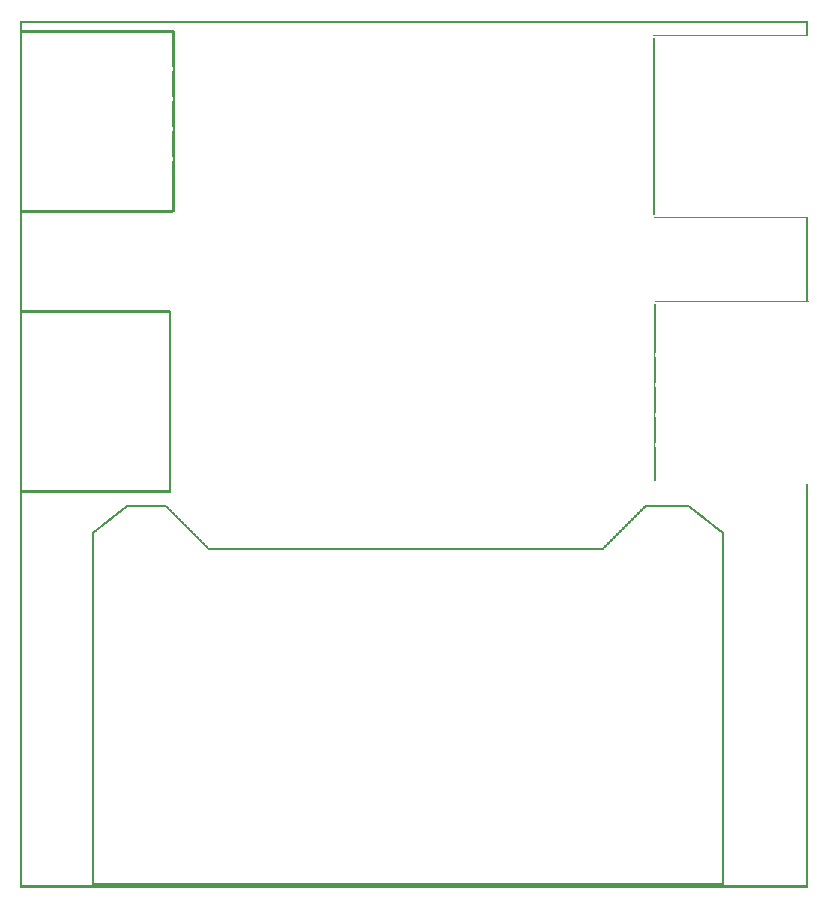
<source format=gbo>
G04 MADE WITH FRITZING*
G04 WWW.FRITZING.ORG*
G04 DOUBLE SIDED*
G04 HOLES PLATED*
G04 CONTOUR ON CENTER OF CONTOUR VECTOR*
%ASAXBY*%
%FSLAX23Y23*%
%MOIN*%
%OFA0B0*%
%SFA1.0B1.0*%
%ADD10R,0.001000X0.001000*%
%LNSILK0*%
G90*
G70*
G54D10*
X0Y2889D02*
X2628Y2889D01*
X0Y2888D02*
X2628Y2888D01*
X0Y2887D02*
X2628Y2887D01*
X0Y2886D02*
X2628Y2886D01*
X0Y2885D02*
X2628Y2885D01*
X0Y2884D02*
X2628Y2884D01*
X0Y2883D02*
X2628Y2883D01*
X0Y2882D02*
X2628Y2882D01*
X0Y2881D02*
X7Y2881D01*
X2621Y2881D02*
X2628Y2881D01*
X0Y2880D02*
X7Y2880D01*
X2621Y2880D02*
X2628Y2880D01*
X0Y2879D02*
X7Y2879D01*
X2621Y2879D02*
X2628Y2879D01*
X0Y2878D02*
X7Y2878D01*
X2621Y2878D02*
X2628Y2878D01*
X0Y2877D02*
X7Y2877D01*
X2621Y2877D02*
X2628Y2877D01*
X0Y2876D02*
X7Y2876D01*
X2621Y2876D02*
X2628Y2876D01*
X0Y2875D02*
X7Y2875D01*
X2621Y2875D02*
X2628Y2875D01*
X0Y2874D02*
X7Y2874D01*
X2621Y2874D02*
X2628Y2874D01*
X0Y2873D02*
X7Y2873D01*
X2621Y2873D02*
X2628Y2873D01*
X0Y2872D02*
X7Y2872D01*
X2621Y2872D02*
X2628Y2872D01*
X0Y2871D02*
X7Y2871D01*
X2621Y2871D02*
X2628Y2871D01*
X0Y2870D02*
X7Y2870D01*
X2621Y2870D02*
X2628Y2870D01*
X0Y2869D02*
X7Y2869D01*
X2621Y2869D02*
X2628Y2869D01*
X0Y2868D02*
X7Y2868D01*
X2621Y2868D02*
X2628Y2868D01*
X0Y2867D02*
X7Y2867D01*
X2621Y2867D02*
X2628Y2867D01*
X0Y2866D02*
X7Y2866D01*
X2621Y2866D02*
X2628Y2866D01*
X0Y2865D02*
X7Y2865D01*
X2621Y2865D02*
X2628Y2865D01*
X0Y2864D02*
X7Y2864D01*
X2621Y2864D02*
X2628Y2864D01*
X0Y2863D02*
X7Y2863D01*
X2621Y2863D02*
X2628Y2863D01*
X0Y2862D02*
X7Y2862D01*
X2621Y2862D02*
X2628Y2862D01*
X0Y2861D02*
X7Y2861D01*
X2621Y2861D02*
X2628Y2861D01*
X0Y2860D02*
X7Y2860D01*
X2621Y2860D02*
X2628Y2860D01*
X0Y2859D02*
X7Y2859D01*
X2621Y2859D02*
X2628Y2859D01*
X0Y2858D02*
X513Y2858D01*
X2621Y2858D02*
X2628Y2858D01*
X0Y2857D02*
X514Y2857D01*
X2621Y2857D02*
X2628Y2857D01*
X0Y2856D02*
X515Y2856D01*
X2621Y2856D02*
X2628Y2856D01*
X0Y2855D02*
X515Y2855D01*
X2621Y2855D02*
X2628Y2855D01*
X0Y2854D02*
X515Y2854D01*
X2621Y2854D02*
X2628Y2854D01*
X0Y2853D02*
X515Y2853D01*
X2621Y2853D02*
X2628Y2853D01*
X0Y2852D02*
X515Y2852D01*
X2621Y2852D02*
X2628Y2852D01*
X0Y2851D02*
X515Y2851D01*
X2621Y2851D02*
X2628Y2851D01*
X0Y2850D02*
X7Y2850D01*
X508Y2850D02*
X515Y2850D01*
X2621Y2850D02*
X2628Y2850D01*
X0Y2849D02*
X7Y2849D01*
X508Y2849D02*
X515Y2849D01*
X2621Y2849D02*
X2628Y2849D01*
X0Y2848D02*
X7Y2848D01*
X508Y2848D02*
X515Y2848D01*
X2621Y2848D02*
X2628Y2848D01*
X0Y2847D02*
X7Y2847D01*
X508Y2847D02*
X515Y2847D01*
X2621Y2847D02*
X2628Y2847D01*
X0Y2846D02*
X7Y2846D01*
X508Y2846D02*
X515Y2846D01*
X2621Y2846D02*
X2628Y2846D01*
X0Y2845D02*
X7Y2845D01*
X508Y2845D02*
X515Y2845D01*
X2621Y2845D02*
X2628Y2845D01*
X0Y2844D02*
X7Y2844D01*
X508Y2844D02*
X515Y2844D01*
X2621Y2844D02*
X2628Y2844D01*
X0Y2843D02*
X7Y2843D01*
X508Y2843D02*
X515Y2843D01*
X2621Y2843D02*
X2628Y2843D01*
X0Y2842D02*
X7Y2842D01*
X508Y2842D02*
X515Y2842D01*
X2114Y2842D02*
X2628Y2842D01*
X0Y2841D02*
X7Y2841D01*
X508Y2841D02*
X515Y2841D01*
X2112Y2841D02*
X2628Y2841D01*
X0Y2840D02*
X7Y2840D01*
X508Y2840D02*
X515Y2840D01*
X2111Y2840D02*
X2629Y2840D01*
X0Y2839D02*
X7Y2839D01*
X508Y2839D02*
X515Y2839D01*
X2111Y2839D02*
X2629Y2839D01*
X0Y2838D02*
X7Y2838D01*
X508Y2838D02*
X515Y2838D01*
X0Y2837D02*
X7Y2837D01*
X508Y2837D02*
X515Y2837D01*
X0Y2836D02*
X7Y2836D01*
X508Y2836D02*
X515Y2836D01*
X0Y2835D02*
X7Y2835D01*
X508Y2835D02*
X515Y2835D01*
X0Y2834D02*
X7Y2834D01*
X508Y2834D02*
X515Y2834D01*
X2111Y2834D02*
X2118Y2834D01*
X0Y2833D02*
X7Y2833D01*
X508Y2833D02*
X515Y2833D01*
X2111Y2833D02*
X2118Y2833D01*
X0Y2832D02*
X7Y2832D01*
X508Y2832D02*
X515Y2832D01*
X2111Y2832D02*
X2118Y2832D01*
X0Y2831D02*
X7Y2831D01*
X508Y2831D02*
X515Y2831D01*
X2111Y2831D02*
X2118Y2831D01*
X0Y2830D02*
X7Y2830D01*
X508Y2830D02*
X515Y2830D01*
X2111Y2830D02*
X2118Y2830D01*
X0Y2829D02*
X7Y2829D01*
X508Y2829D02*
X515Y2829D01*
X2111Y2829D02*
X2118Y2829D01*
X0Y2828D02*
X7Y2828D01*
X508Y2828D02*
X515Y2828D01*
X2111Y2828D02*
X2118Y2828D01*
X0Y2827D02*
X7Y2827D01*
X508Y2827D02*
X515Y2827D01*
X2111Y2827D02*
X2118Y2827D01*
X0Y2826D02*
X7Y2826D01*
X508Y2826D02*
X515Y2826D01*
X2111Y2826D02*
X2118Y2826D01*
X0Y2825D02*
X7Y2825D01*
X508Y2825D02*
X515Y2825D01*
X2111Y2825D02*
X2118Y2825D01*
X0Y2824D02*
X7Y2824D01*
X508Y2824D02*
X515Y2824D01*
X2111Y2824D02*
X2118Y2824D01*
X0Y2823D02*
X7Y2823D01*
X508Y2823D02*
X515Y2823D01*
X2111Y2823D02*
X2118Y2823D01*
X0Y2822D02*
X7Y2822D01*
X508Y2822D02*
X515Y2822D01*
X2111Y2822D02*
X2118Y2822D01*
X0Y2821D02*
X7Y2821D01*
X508Y2821D02*
X515Y2821D01*
X2111Y2821D02*
X2118Y2821D01*
X0Y2820D02*
X7Y2820D01*
X508Y2820D02*
X515Y2820D01*
X2111Y2820D02*
X2118Y2820D01*
X0Y2819D02*
X7Y2819D01*
X508Y2819D02*
X515Y2819D01*
X2111Y2819D02*
X2118Y2819D01*
X0Y2818D02*
X7Y2818D01*
X508Y2818D02*
X515Y2818D01*
X2111Y2818D02*
X2118Y2818D01*
X0Y2817D02*
X7Y2817D01*
X508Y2817D02*
X515Y2817D01*
X2111Y2817D02*
X2118Y2817D01*
X0Y2816D02*
X7Y2816D01*
X508Y2816D02*
X515Y2816D01*
X2111Y2816D02*
X2118Y2816D01*
X0Y2815D02*
X7Y2815D01*
X508Y2815D02*
X515Y2815D01*
X2111Y2815D02*
X2118Y2815D01*
X0Y2814D02*
X7Y2814D01*
X508Y2814D02*
X515Y2814D01*
X2111Y2814D02*
X2118Y2814D01*
X0Y2813D02*
X7Y2813D01*
X508Y2813D02*
X515Y2813D01*
X2111Y2813D02*
X2118Y2813D01*
X0Y2812D02*
X7Y2812D01*
X508Y2812D02*
X515Y2812D01*
X2111Y2812D02*
X2118Y2812D01*
X0Y2811D02*
X7Y2811D01*
X508Y2811D02*
X515Y2811D01*
X2111Y2811D02*
X2118Y2811D01*
X0Y2810D02*
X7Y2810D01*
X508Y2810D02*
X515Y2810D01*
X2111Y2810D02*
X2118Y2810D01*
X0Y2809D02*
X7Y2809D01*
X508Y2809D02*
X515Y2809D01*
X2111Y2809D02*
X2118Y2809D01*
X0Y2808D02*
X7Y2808D01*
X508Y2808D02*
X515Y2808D01*
X2111Y2808D02*
X2118Y2808D01*
X0Y2807D02*
X7Y2807D01*
X508Y2807D02*
X515Y2807D01*
X2111Y2807D02*
X2118Y2807D01*
X0Y2806D02*
X7Y2806D01*
X508Y2806D02*
X515Y2806D01*
X2111Y2806D02*
X2118Y2806D01*
X0Y2805D02*
X7Y2805D01*
X508Y2805D02*
X515Y2805D01*
X2111Y2805D02*
X2118Y2805D01*
X0Y2804D02*
X7Y2804D01*
X508Y2804D02*
X515Y2804D01*
X2111Y2804D02*
X2118Y2804D01*
X0Y2803D02*
X7Y2803D01*
X508Y2803D02*
X515Y2803D01*
X2111Y2803D02*
X2118Y2803D01*
X0Y2802D02*
X7Y2802D01*
X508Y2802D02*
X515Y2802D01*
X2111Y2802D02*
X2118Y2802D01*
X0Y2801D02*
X7Y2801D01*
X508Y2801D02*
X515Y2801D01*
X2111Y2801D02*
X2118Y2801D01*
X0Y2800D02*
X7Y2800D01*
X508Y2800D02*
X515Y2800D01*
X2111Y2800D02*
X2118Y2800D01*
X0Y2799D02*
X7Y2799D01*
X508Y2799D02*
X515Y2799D01*
X2111Y2799D02*
X2118Y2799D01*
X0Y2798D02*
X7Y2798D01*
X508Y2798D02*
X515Y2798D01*
X2111Y2798D02*
X2118Y2798D01*
X0Y2797D02*
X7Y2797D01*
X508Y2797D02*
X515Y2797D01*
X2111Y2797D02*
X2118Y2797D01*
X0Y2796D02*
X7Y2796D01*
X508Y2796D02*
X515Y2796D01*
X2111Y2796D02*
X2118Y2796D01*
X0Y2795D02*
X7Y2795D01*
X508Y2795D02*
X515Y2795D01*
X2111Y2795D02*
X2118Y2795D01*
X0Y2794D02*
X7Y2794D01*
X508Y2794D02*
X515Y2794D01*
X2111Y2794D02*
X2118Y2794D01*
X0Y2793D02*
X7Y2793D01*
X508Y2793D02*
X515Y2793D01*
X2111Y2793D02*
X2118Y2793D01*
X0Y2792D02*
X7Y2792D01*
X508Y2792D02*
X515Y2792D01*
X2111Y2792D02*
X2118Y2792D01*
X0Y2791D02*
X7Y2791D01*
X508Y2791D02*
X515Y2791D01*
X2111Y2791D02*
X2118Y2791D01*
X0Y2790D02*
X7Y2790D01*
X508Y2790D02*
X515Y2790D01*
X2111Y2790D02*
X2118Y2790D01*
X0Y2789D02*
X7Y2789D01*
X508Y2789D02*
X515Y2789D01*
X2111Y2789D02*
X2118Y2789D01*
X0Y2788D02*
X7Y2788D01*
X508Y2788D02*
X515Y2788D01*
X2111Y2788D02*
X2118Y2788D01*
X0Y2787D02*
X7Y2787D01*
X508Y2787D02*
X515Y2787D01*
X2111Y2787D02*
X2118Y2787D01*
X0Y2786D02*
X7Y2786D01*
X508Y2786D02*
X515Y2786D01*
X2111Y2786D02*
X2118Y2786D01*
X0Y2785D02*
X7Y2785D01*
X508Y2785D02*
X515Y2785D01*
X2111Y2785D02*
X2118Y2785D01*
X0Y2784D02*
X7Y2784D01*
X508Y2784D02*
X515Y2784D01*
X2111Y2784D02*
X2118Y2784D01*
X0Y2783D02*
X7Y2783D01*
X508Y2783D02*
X515Y2783D01*
X2111Y2783D02*
X2118Y2783D01*
X0Y2782D02*
X7Y2782D01*
X508Y2782D02*
X515Y2782D01*
X2111Y2782D02*
X2118Y2782D01*
X0Y2781D02*
X7Y2781D01*
X508Y2781D02*
X515Y2781D01*
X2111Y2781D02*
X2118Y2781D01*
X0Y2780D02*
X7Y2780D01*
X508Y2780D02*
X515Y2780D01*
X2111Y2780D02*
X2118Y2780D01*
X0Y2779D02*
X7Y2779D01*
X508Y2779D02*
X515Y2779D01*
X2111Y2779D02*
X2118Y2779D01*
X0Y2778D02*
X7Y2778D01*
X508Y2778D02*
X515Y2778D01*
X2111Y2778D02*
X2118Y2778D01*
X0Y2777D02*
X7Y2777D01*
X508Y2777D02*
X515Y2777D01*
X2111Y2777D02*
X2118Y2777D01*
X0Y2776D02*
X7Y2776D01*
X508Y2776D02*
X515Y2776D01*
X2111Y2776D02*
X2118Y2776D01*
X0Y2775D02*
X7Y2775D01*
X508Y2775D02*
X515Y2775D01*
X2111Y2775D02*
X2118Y2775D01*
X0Y2774D02*
X7Y2774D01*
X508Y2774D02*
X515Y2774D01*
X2111Y2774D02*
X2118Y2774D01*
X0Y2773D02*
X7Y2773D01*
X508Y2773D02*
X515Y2773D01*
X2111Y2773D02*
X2118Y2773D01*
X0Y2772D02*
X7Y2772D01*
X508Y2772D02*
X515Y2772D01*
X2111Y2772D02*
X2118Y2772D01*
X0Y2771D02*
X7Y2771D01*
X508Y2771D02*
X515Y2771D01*
X2111Y2771D02*
X2118Y2771D01*
X0Y2770D02*
X7Y2770D01*
X508Y2770D02*
X515Y2770D01*
X2111Y2770D02*
X2118Y2770D01*
X0Y2769D02*
X7Y2769D01*
X508Y2769D02*
X515Y2769D01*
X2111Y2769D02*
X2118Y2769D01*
X0Y2768D02*
X7Y2768D01*
X508Y2768D02*
X515Y2768D01*
X2111Y2768D02*
X2118Y2768D01*
X0Y2767D02*
X7Y2767D01*
X508Y2767D02*
X515Y2767D01*
X2111Y2767D02*
X2118Y2767D01*
X0Y2766D02*
X7Y2766D01*
X508Y2766D02*
X515Y2766D01*
X2111Y2766D02*
X2118Y2766D01*
X0Y2765D02*
X7Y2765D01*
X508Y2765D02*
X515Y2765D01*
X2111Y2765D02*
X2118Y2765D01*
X0Y2764D02*
X7Y2764D01*
X508Y2764D02*
X515Y2764D01*
X2111Y2764D02*
X2118Y2764D01*
X0Y2763D02*
X7Y2763D01*
X508Y2763D02*
X515Y2763D01*
X2111Y2763D02*
X2118Y2763D01*
X0Y2762D02*
X7Y2762D01*
X508Y2762D02*
X515Y2762D01*
X2111Y2762D02*
X2118Y2762D01*
X0Y2761D02*
X7Y2761D01*
X508Y2761D02*
X515Y2761D01*
X2111Y2761D02*
X2118Y2761D01*
X0Y2760D02*
X7Y2760D01*
X508Y2760D02*
X515Y2760D01*
X2111Y2760D02*
X2118Y2760D01*
X0Y2759D02*
X7Y2759D01*
X508Y2759D02*
X515Y2759D01*
X2111Y2759D02*
X2118Y2759D01*
X0Y2758D02*
X7Y2758D01*
X508Y2758D02*
X515Y2758D01*
X2111Y2758D02*
X2118Y2758D01*
X0Y2757D02*
X7Y2757D01*
X508Y2757D02*
X515Y2757D01*
X2111Y2757D02*
X2118Y2757D01*
X0Y2756D02*
X7Y2756D01*
X508Y2756D02*
X515Y2756D01*
X2111Y2756D02*
X2118Y2756D01*
X0Y2755D02*
X7Y2755D01*
X508Y2755D02*
X515Y2755D01*
X2111Y2755D02*
X2118Y2755D01*
X0Y2754D02*
X7Y2754D01*
X508Y2754D02*
X515Y2754D01*
X2111Y2754D02*
X2118Y2754D01*
X0Y2753D02*
X7Y2753D01*
X508Y2753D02*
X515Y2753D01*
X2111Y2753D02*
X2118Y2753D01*
X0Y2752D02*
X7Y2752D01*
X508Y2752D02*
X515Y2752D01*
X2111Y2752D02*
X2118Y2752D01*
X0Y2751D02*
X7Y2751D01*
X508Y2751D02*
X515Y2751D01*
X2111Y2751D02*
X2118Y2751D01*
X0Y2750D02*
X7Y2750D01*
X508Y2750D02*
X515Y2750D01*
X2111Y2750D02*
X2118Y2750D01*
X0Y2749D02*
X7Y2749D01*
X508Y2749D02*
X515Y2749D01*
X2111Y2749D02*
X2118Y2749D01*
X0Y2748D02*
X7Y2748D01*
X508Y2748D02*
X515Y2748D01*
X2111Y2748D02*
X2118Y2748D01*
X0Y2747D02*
X7Y2747D01*
X508Y2747D02*
X515Y2747D01*
X2111Y2747D02*
X2118Y2747D01*
X0Y2746D02*
X7Y2746D01*
X508Y2746D02*
X515Y2746D01*
X2111Y2746D02*
X2118Y2746D01*
X0Y2745D02*
X7Y2745D01*
X508Y2745D02*
X515Y2745D01*
X2111Y2745D02*
X2118Y2745D01*
X0Y2744D02*
X7Y2744D01*
X508Y2744D02*
X515Y2744D01*
X2111Y2744D02*
X2118Y2744D01*
X0Y2743D02*
X7Y2743D01*
X508Y2743D02*
X515Y2743D01*
X2111Y2743D02*
X2118Y2743D01*
X0Y2742D02*
X7Y2742D01*
X508Y2742D02*
X515Y2742D01*
X2111Y2742D02*
X2118Y2742D01*
X0Y2741D02*
X7Y2741D01*
X509Y2741D02*
X515Y2741D01*
X2111Y2741D02*
X2118Y2741D01*
X0Y2740D02*
X7Y2740D01*
X509Y2740D02*
X515Y2740D01*
X2111Y2740D02*
X2118Y2740D01*
X0Y2739D02*
X7Y2739D01*
X509Y2739D02*
X515Y2739D01*
X2111Y2739D02*
X2118Y2739D01*
X0Y2738D02*
X7Y2738D01*
X509Y2738D02*
X515Y2738D01*
X2111Y2738D02*
X2118Y2738D01*
X0Y2737D02*
X7Y2737D01*
X510Y2737D02*
X515Y2737D01*
X2111Y2737D02*
X2118Y2737D01*
X0Y2736D02*
X7Y2736D01*
X510Y2736D02*
X515Y2736D01*
X2111Y2736D02*
X2118Y2736D01*
X0Y2735D02*
X7Y2735D01*
X510Y2735D02*
X515Y2735D01*
X2111Y2735D02*
X2118Y2735D01*
X0Y2734D02*
X7Y2734D01*
X510Y2734D02*
X515Y2734D01*
X2111Y2734D02*
X2118Y2734D01*
X0Y2733D02*
X7Y2733D01*
X510Y2733D02*
X515Y2733D01*
X2111Y2733D02*
X2118Y2733D01*
X0Y2732D02*
X7Y2732D01*
X510Y2732D02*
X515Y2732D01*
X2111Y2732D02*
X2118Y2732D01*
X0Y2731D02*
X7Y2731D01*
X510Y2731D02*
X515Y2731D01*
X2111Y2731D02*
X2118Y2731D01*
X0Y2730D02*
X7Y2730D01*
X510Y2730D02*
X515Y2730D01*
X2111Y2730D02*
X2118Y2730D01*
X0Y2729D02*
X7Y2729D01*
X510Y2729D02*
X515Y2729D01*
X2111Y2729D02*
X2118Y2729D01*
X0Y2728D02*
X7Y2728D01*
X510Y2728D02*
X515Y2728D01*
X2111Y2728D02*
X2118Y2728D01*
X0Y2727D02*
X7Y2727D01*
X510Y2727D02*
X515Y2727D01*
X2111Y2727D02*
X2118Y2727D01*
X0Y2726D02*
X7Y2726D01*
X510Y2726D02*
X515Y2726D01*
X2111Y2726D02*
X2118Y2726D01*
X0Y2725D02*
X7Y2725D01*
X510Y2725D02*
X515Y2725D01*
X2111Y2725D02*
X2118Y2725D01*
X0Y2724D02*
X7Y2724D01*
X510Y2724D02*
X515Y2724D01*
X2111Y2724D02*
X2118Y2724D01*
X0Y2723D02*
X7Y2723D01*
X510Y2723D02*
X515Y2723D01*
X2111Y2723D02*
X2118Y2723D01*
X0Y2722D02*
X7Y2722D01*
X509Y2722D02*
X515Y2722D01*
X2111Y2722D02*
X2118Y2722D01*
X0Y2721D02*
X7Y2721D01*
X509Y2721D02*
X515Y2721D01*
X2111Y2721D02*
X2118Y2721D01*
X0Y2720D02*
X7Y2720D01*
X509Y2720D02*
X515Y2720D01*
X2111Y2720D02*
X2118Y2720D01*
X0Y2719D02*
X7Y2719D01*
X509Y2719D02*
X515Y2719D01*
X2111Y2719D02*
X2118Y2719D01*
X0Y2718D02*
X7Y2718D01*
X509Y2718D02*
X515Y2718D01*
X2111Y2718D02*
X2118Y2718D01*
X0Y2717D02*
X7Y2717D01*
X508Y2717D02*
X515Y2717D01*
X2111Y2717D02*
X2118Y2717D01*
X0Y2716D02*
X7Y2716D01*
X508Y2716D02*
X515Y2716D01*
X2111Y2716D02*
X2118Y2716D01*
X0Y2715D02*
X7Y2715D01*
X508Y2715D02*
X515Y2715D01*
X2111Y2715D02*
X2118Y2715D01*
X0Y2714D02*
X7Y2714D01*
X508Y2714D02*
X515Y2714D01*
X2111Y2714D02*
X2118Y2714D01*
X0Y2713D02*
X7Y2713D01*
X508Y2713D02*
X515Y2713D01*
X2111Y2713D02*
X2118Y2713D01*
X0Y2712D02*
X7Y2712D01*
X508Y2712D02*
X515Y2712D01*
X2111Y2712D02*
X2118Y2712D01*
X0Y2711D02*
X7Y2711D01*
X508Y2711D02*
X515Y2711D01*
X2111Y2711D02*
X2118Y2711D01*
X0Y2710D02*
X7Y2710D01*
X508Y2710D02*
X515Y2710D01*
X2111Y2710D02*
X2118Y2710D01*
X0Y2709D02*
X7Y2709D01*
X508Y2709D02*
X515Y2709D01*
X2111Y2709D02*
X2118Y2709D01*
X0Y2708D02*
X7Y2708D01*
X508Y2708D02*
X515Y2708D01*
X2111Y2708D02*
X2118Y2708D01*
X0Y2707D02*
X7Y2707D01*
X508Y2707D02*
X515Y2707D01*
X2111Y2707D02*
X2118Y2707D01*
X0Y2706D02*
X7Y2706D01*
X508Y2706D02*
X515Y2706D01*
X2111Y2706D02*
X2118Y2706D01*
X0Y2705D02*
X7Y2705D01*
X508Y2705D02*
X515Y2705D01*
X2111Y2705D02*
X2118Y2705D01*
X0Y2704D02*
X7Y2704D01*
X508Y2704D02*
X515Y2704D01*
X2111Y2704D02*
X2118Y2704D01*
X0Y2703D02*
X7Y2703D01*
X508Y2703D02*
X515Y2703D01*
X2111Y2703D02*
X2118Y2703D01*
X0Y2702D02*
X7Y2702D01*
X508Y2702D02*
X515Y2702D01*
X2111Y2702D02*
X2118Y2702D01*
X0Y2701D02*
X7Y2701D01*
X508Y2701D02*
X515Y2701D01*
X2111Y2701D02*
X2118Y2701D01*
X0Y2700D02*
X7Y2700D01*
X508Y2700D02*
X515Y2700D01*
X2111Y2700D02*
X2118Y2700D01*
X0Y2699D02*
X7Y2699D01*
X508Y2699D02*
X515Y2699D01*
X2111Y2699D02*
X2118Y2699D01*
X0Y2698D02*
X7Y2698D01*
X508Y2698D02*
X515Y2698D01*
X2111Y2698D02*
X2118Y2698D01*
X0Y2697D02*
X7Y2697D01*
X508Y2697D02*
X515Y2697D01*
X2111Y2697D02*
X2118Y2697D01*
X0Y2696D02*
X7Y2696D01*
X508Y2696D02*
X515Y2696D01*
X2111Y2696D02*
X2118Y2696D01*
X0Y2695D02*
X7Y2695D01*
X508Y2695D02*
X515Y2695D01*
X2111Y2695D02*
X2118Y2695D01*
X0Y2694D02*
X7Y2694D01*
X508Y2694D02*
X515Y2694D01*
X2111Y2694D02*
X2118Y2694D01*
X0Y2693D02*
X7Y2693D01*
X508Y2693D02*
X515Y2693D01*
X2111Y2693D02*
X2118Y2693D01*
X0Y2692D02*
X7Y2692D01*
X508Y2692D02*
X515Y2692D01*
X2111Y2692D02*
X2118Y2692D01*
X0Y2691D02*
X7Y2691D01*
X508Y2691D02*
X515Y2691D01*
X2111Y2691D02*
X2118Y2691D01*
X0Y2690D02*
X7Y2690D01*
X508Y2690D02*
X515Y2690D01*
X2111Y2690D02*
X2118Y2690D01*
X0Y2689D02*
X7Y2689D01*
X508Y2689D02*
X515Y2689D01*
X2111Y2689D02*
X2118Y2689D01*
X0Y2688D02*
X7Y2688D01*
X508Y2688D02*
X515Y2688D01*
X2111Y2688D02*
X2118Y2688D01*
X0Y2687D02*
X7Y2687D01*
X508Y2687D02*
X515Y2687D01*
X2111Y2687D02*
X2118Y2687D01*
X0Y2686D02*
X7Y2686D01*
X508Y2686D02*
X515Y2686D01*
X2111Y2686D02*
X2118Y2686D01*
X0Y2685D02*
X7Y2685D01*
X508Y2685D02*
X515Y2685D01*
X2111Y2685D02*
X2118Y2685D01*
X0Y2684D02*
X7Y2684D01*
X508Y2684D02*
X515Y2684D01*
X2111Y2684D02*
X2118Y2684D01*
X0Y2683D02*
X7Y2683D01*
X508Y2683D02*
X515Y2683D01*
X2111Y2683D02*
X2118Y2683D01*
X0Y2682D02*
X7Y2682D01*
X508Y2682D02*
X515Y2682D01*
X2111Y2682D02*
X2118Y2682D01*
X0Y2681D02*
X7Y2681D01*
X508Y2681D02*
X515Y2681D01*
X2111Y2681D02*
X2118Y2681D01*
X0Y2680D02*
X7Y2680D01*
X508Y2680D02*
X515Y2680D01*
X2111Y2680D02*
X2118Y2680D01*
X0Y2679D02*
X7Y2679D01*
X508Y2679D02*
X515Y2679D01*
X2111Y2679D02*
X2118Y2679D01*
X0Y2678D02*
X7Y2678D01*
X508Y2678D02*
X515Y2678D01*
X2111Y2678D02*
X2118Y2678D01*
X0Y2677D02*
X7Y2677D01*
X508Y2677D02*
X515Y2677D01*
X2111Y2677D02*
X2118Y2677D01*
X0Y2676D02*
X7Y2676D01*
X508Y2676D02*
X515Y2676D01*
X2111Y2676D02*
X2118Y2676D01*
X0Y2675D02*
X7Y2675D01*
X508Y2675D02*
X515Y2675D01*
X2111Y2675D02*
X2117Y2675D01*
X0Y2674D02*
X7Y2674D01*
X508Y2674D02*
X515Y2674D01*
X2111Y2674D02*
X2117Y2674D01*
X0Y2673D02*
X7Y2673D01*
X508Y2673D02*
X515Y2673D01*
X2111Y2673D02*
X2117Y2673D01*
X0Y2672D02*
X7Y2672D01*
X508Y2672D02*
X515Y2672D01*
X2111Y2672D02*
X2117Y2672D01*
X0Y2671D02*
X7Y2671D01*
X508Y2671D02*
X515Y2671D01*
X2111Y2671D02*
X2116Y2671D01*
X0Y2670D02*
X7Y2670D01*
X508Y2670D02*
X515Y2670D01*
X2111Y2670D02*
X2116Y2670D01*
X0Y2669D02*
X7Y2669D01*
X508Y2669D02*
X515Y2669D01*
X2111Y2669D02*
X2116Y2669D01*
X0Y2668D02*
X7Y2668D01*
X508Y2668D02*
X515Y2668D01*
X2111Y2668D02*
X2116Y2668D01*
X0Y2667D02*
X7Y2667D01*
X508Y2667D02*
X515Y2667D01*
X2111Y2667D02*
X2116Y2667D01*
X0Y2666D02*
X7Y2666D01*
X508Y2666D02*
X515Y2666D01*
X2111Y2666D02*
X2116Y2666D01*
X0Y2665D02*
X7Y2665D01*
X508Y2665D02*
X515Y2665D01*
X2111Y2665D02*
X2116Y2665D01*
X0Y2664D02*
X7Y2664D01*
X508Y2664D02*
X515Y2664D01*
X2111Y2664D02*
X2116Y2664D01*
X0Y2663D02*
X7Y2663D01*
X508Y2663D02*
X515Y2663D01*
X2111Y2663D02*
X2116Y2663D01*
X0Y2662D02*
X7Y2662D01*
X508Y2662D02*
X515Y2662D01*
X2111Y2662D02*
X2116Y2662D01*
X0Y2661D02*
X7Y2661D01*
X508Y2661D02*
X515Y2661D01*
X2111Y2661D02*
X2116Y2661D01*
X0Y2660D02*
X7Y2660D01*
X508Y2660D02*
X515Y2660D01*
X2111Y2660D02*
X2116Y2660D01*
X0Y2659D02*
X7Y2659D01*
X508Y2659D02*
X515Y2659D01*
X2111Y2659D02*
X2116Y2659D01*
X0Y2658D02*
X7Y2658D01*
X508Y2658D02*
X515Y2658D01*
X2111Y2658D02*
X2116Y2658D01*
X0Y2657D02*
X7Y2657D01*
X508Y2657D02*
X515Y2657D01*
X2111Y2657D02*
X2116Y2657D01*
X0Y2656D02*
X7Y2656D01*
X508Y2656D02*
X515Y2656D01*
X2111Y2656D02*
X2116Y2656D01*
X0Y2655D02*
X7Y2655D01*
X508Y2655D02*
X515Y2655D01*
X2111Y2655D02*
X2116Y2655D01*
X0Y2654D02*
X7Y2654D01*
X508Y2654D02*
X515Y2654D01*
X2111Y2654D02*
X2117Y2654D01*
X0Y2653D02*
X7Y2653D01*
X508Y2653D02*
X515Y2653D01*
X2111Y2653D02*
X2117Y2653D01*
X0Y2652D02*
X7Y2652D01*
X508Y2652D02*
X515Y2652D01*
X2111Y2652D02*
X2117Y2652D01*
X0Y2651D02*
X7Y2651D01*
X508Y2651D02*
X515Y2651D01*
X2111Y2651D02*
X2117Y2651D01*
X0Y2650D02*
X7Y2650D01*
X508Y2650D02*
X515Y2650D01*
X2111Y2650D02*
X2118Y2650D01*
X0Y2649D02*
X7Y2649D01*
X508Y2649D02*
X515Y2649D01*
X2111Y2649D02*
X2118Y2649D01*
X0Y2648D02*
X7Y2648D01*
X508Y2648D02*
X515Y2648D01*
X2111Y2648D02*
X2118Y2648D01*
X0Y2647D02*
X7Y2647D01*
X508Y2647D02*
X515Y2647D01*
X2111Y2647D02*
X2118Y2647D01*
X0Y2646D02*
X7Y2646D01*
X508Y2646D02*
X515Y2646D01*
X2111Y2646D02*
X2118Y2646D01*
X0Y2645D02*
X7Y2645D01*
X508Y2645D02*
X515Y2645D01*
X2111Y2645D02*
X2118Y2645D01*
X0Y2644D02*
X7Y2644D01*
X508Y2644D02*
X515Y2644D01*
X2111Y2644D02*
X2118Y2644D01*
X0Y2643D02*
X7Y2643D01*
X508Y2643D02*
X515Y2643D01*
X2111Y2643D02*
X2118Y2643D01*
X0Y2642D02*
X7Y2642D01*
X508Y2642D02*
X515Y2642D01*
X2111Y2642D02*
X2118Y2642D01*
X0Y2641D02*
X7Y2641D01*
X509Y2641D02*
X515Y2641D01*
X2111Y2641D02*
X2118Y2641D01*
X0Y2640D02*
X7Y2640D01*
X509Y2640D02*
X515Y2640D01*
X2111Y2640D02*
X2118Y2640D01*
X0Y2639D02*
X7Y2639D01*
X509Y2639D02*
X515Y2639D01*
X2111Y2639D02*
X2118Y2639D01*
X0Y2638D02*
X7Y2638D01*
X509Y2638D02*
X515Y2638D01*
X2111Y2638D02*
X2118Y2638D01*
X0Y2637D02*
X7Y2637D01*
X510Y2637D02*
X515Y2637D01*
X2111Y2637D02*
X2118Y2637D01*
X0Y2636D02*
X7Y2636D01*
X510Y2636D02*
X515Y2636D01*
X2111Y2636D02*
X2118Y2636D01*
X0Y2635D02*
X7Y2635D01*
X510Y2635D02*
X515Y2635D01*
X2111Y2635D02*
X2118Y2635D01*
X0Y2634D02*
X7Y2634D01*
X510Y2634D02*
X515Y2634D01*
X2111Y2634D02*
X2118Y2634D01*
X0Y2633D02*
X7Y2633D01*
X510Y2633D02*
X515Y2633D01*
X2111Y2633D02*
X2118Y2633D01*
X0Y2632D02*
X7Y2632D01*
X510Y2632D02*
X515Y2632D01*
X2111Y2632D02*
X2118Y2632D01*
X0Y2631D02*
X7Y2631D01*
X510Y2631D02*
X515Y2631D01*
X2111Y2631D02*
X2118Y2631D01*
X0Y2630D02*
X7Y2630D01*
X510Y2630D02*
X515Y2630D01*
X2111Y2630D02*
X2118Y2630D01*
X0Y2629D02*
X7Y2629D01*
X510Y2629D02*
X515Y2629D01*
X2111Y2629D02*
X2118Y2629D01*
X0Y2628D02*
X7Y2628D01*
X510Y2628D02*
X515Y2628D01*
X2111Y2628D02*
X2118Y2628D01*
X0Y2627D02*
X7Y2627D01*
X510Y2627D02*
X515Y2627D01*
X2111Y2627D02*
X2118Y2627D01*
X0Y2626D02*
X7Y2626D01*
X510Y2626D02*
X515Y2626D01*
X2111Y2626D02*
X2118Y2626D01*
X0Y2625D02*
X7Y2625D01*
X510Y2625D02*
X515Y2625D01*
X2111Y2625D02*
X2118Y2625D01*
X0Y2624D02*
X7Y2624D01*
X510Y2624D02*
X515Y2624D01*
X2111Y2624D02*
X2118Y2624D01*
X0Y2623D02*
X7Y2623D01*
X510Y2623D02*
X515Y2623D01*
X2111Y2623D02*
X2118Y2623D01*
X0Y2622D02*
X7Y2622D01*
X509Y2622D02*
X515Y2622D01*
X2111Y2622D02*
X2118Y2622D01*
X0Y2621D02*
X7Y2621D01*
X509Y2621D02*
X515Y2621D01*
X2111Y2621D02*
X2118Y2621D01*
X0Y2620D02*
X7Y2620D01*
X509Y2620D02*
X515Y2620D01*
X2111Y2620D02*
X2118Y2620D01*
X0Y2619D02*
X7Y2619D01*
X509Y2619D02*
X515Y2619D01*
X2111Y2619D02*
X2118Y2619D01*
X0Y2618D02*
X7Y2618D01*
X509Y2618D02*
X515Y2618D01*
X2111Y2618D02*
X2118Y2618D01*
X0Y2617D02*
X7Y2617D01*
X508Y2617D02*
X515Y2617D01*
X2111Y2617D02*
X2118Y2617D01*
X0Y2616D02*
X7Y2616D01*
X508Y2616D02*
X515Y2616D01*
X2111Y2616D02*
X2118Y2616D01*
X0Y2615D02*
X7Y2615D01*
X508Y2615D02*
X515Y2615D01*
X2111Y2615D02*
X2118Y2615D01*
X0Y2614D02*
X7Y2614D01*
X508Y2614D02*
X515Y2614D01*
X2111Y2614D02*
X2118Y2614D01*
X0Y2613D02*
X7Y2613D01*
X508Y2613D02*
X515Y2613D01*
X2111Y2613D02*
X2118Y2613D01*
X0Y2612D02*
X7Y2612D01*
X508Y2612D02*
X515Y2612D01*
X2111Y2612D02*
X2118Y2612D01*
X0Y2611D02*
X7Y2611D01*
X508Y2611D02*
X515Y2611D01*
X2111Y2611D02*
X2118Y2611D01*
X0Y2610D02*
X7Y2610D01*
X508Y2610D02*
X515Y2610D01*
X2111Y2610D02*
X2118Y2610D01*
X0Y2609D02*
X7Y2609D01*
X508Y2609D02*
X515Y2609D01*
X2111Y2609D02*
X2118Y2609D01*
X0Y2608D02*
X7Y2608D01*
X508Y2608D02*
X515Y2608D01*
X2111Y2608D02*
X2118Y2608D01*
X0Y2607D02*
X7Y2607D01*
X508Y2607D02*
X515Y2607D01*
X2111Y2607D02*
X2118Y2607D01*
X0Y2606D02*
X7Y2606D01*
X508Y2606D02*
X515Y2606D01*
X2111Y2606D02*
X2118Y2606D01*
X0Y2605D02*
X7Y2605D01*
X508Y2605D02*
X515Y2605D01*
X2111Y2605D02*
X2118Y2605D01*
X0Y2604D02*
X7Y2604D01*
X508Y2604D02*
X515Y2604D01*
X2111Y2604D02*
X2118Y2604D01*
X0Y2603D02*
X7Y2603D01*
X508Y2603D02*
X515Y2603D01*
X2111Y2603D02*
X2118Y2603D01*
X0Y2602D02*
X7Y2602D01*
X508Y2602D02*
X515Y2602D01*
X2111Y2602D02*
X2118Y2602D01*
X0Y2601D02*
X7Y2601D01*
X508Y2601D02*
X515Y2601D01*
X2111Y2601D02*
X2118Y2601D01*
X0Y2600D02*
X7Y2600D01*
X508Y2600D02*
X515Y2600D01*
X2111Y2600D02*
X2118Y2600D01*
X0Y2599D02*
X7Y2599D01*
X508Y2599D02*
X515Y2599D01*
X2111Y2599D02*
X2118Y2599D01*
X0Y2598D02*
X7Y2598D01*
X508Y2598D02*
X515Y2598D01*
X2111Y2598D02*
X2118Y2598D01*
X0Y2597D02*
X7Y2597D01*
X508Y2597D02*
X515Y2597D01*
X2111Y2597D02*
X2118Y2597D01*
X0Y2596D02*
X7Y2596D01*
X508Y2596D02*
X515Y2596D01*
X2111Y2596D02*
X2118Y2596D01*
X0Y2595D02*
X7Y2595D01*
X508Y2595D02*
X515Y2595D01*
X2111Y2595D02*
X2118Y2595D01*
X0Y2594D02*
X7Y2594D01*
X508Y2594D02*
X515Y2594D01*
X2111Y2594D02*
X2118Y2594D01*
X0Y2593D02*
X7Y2593D01*
X508Y2593D02*
X515Y2593D01*
X2111Y2593D02*
X2118Y2593D01*
X0Y2592D02*
X7Y2592D01*
X508Y2592D02*
X515Y2592D01*
X2111Y2592D02*
X2118Y2592D01*
X0Y2591D02*
X7Y2591D01*
X508Y2591D02*
X515Y2591D01*
X2111Y2591D02*
X2118Y2591D01*
X0Y2590D02*
X7Y2590D01*
X508Y2590D02*
X515Y2590D01*
X2111Y2590D02*
X2118Y2590D01*
X0Y2589D02*
X7Y2589D01*
X508Y2589D02*
X515Y2589D01*
X2111Y2589D02*
X2118Y2589D01*
X0Y2588D02*
X7Y2588D01*
X508Y2588D02*
X515Y2588D01*
X2111Y2588D02*
X2118Y2588D01*
X0Y2587D02*
X7Y2587D01*
X508Y2587D02*
X515Y2587D01*
X2111Y2587D02*
X2118Y2587D01*
X0Y2586D02*
X7Y2586D01*
X508Y2586D02*
X515Y2586D01*
X2111Y2586D02*
X2118Y2586D01*
X0Y2585D02*
X7Y2585D01*
X508Y2585D02*
X515Y2585D01*
X2111Y2585D02*
X2118Y2585D01*
X0Y2584D02*
X7Y2584D01*
X508Y2584D02*
X515Y2584D01*
X2111Y2584D02*
X2118Y2584D01*
X0Y2583D02*
X7Y2583D01*
X508Y2583D02*
X515Y2583D01*
X2111Y2583D02*
X2118Y2583D01*
X0Y2582D02*
X7Y2582D01*
X508Y2582D02*
X515Y2582D01*
X2111Y2582D02*
X2118Y2582D01*
X0Y2581D02*
X7Y2581D01*
X508Y2581D02*
X515Y2581D01*
X2111Y2581D02*
X2118Y2581D01*
X0Y2580D02*
X7Y2580D01*
X508Y2580D02*
X515Y2580D01*
X2111Y2580D02*
X2118Y2580D01*
X0Y2579D02*
X7Y2579D01*
X508Y2579D02*
X515Y2579D01*
X2111Y2579D02*
X2118Y2579D01*
X0Y2578D02*
X7Y2578D01*
X508Y2578D02*
X515Y2578D01*
X2111Y2578D02*
X2118Y2578D01*
X0Y2577D02*
X7Y2577D01*
X508Y2577D02*
X515Y2577D01*
X2111Y2577D02*
X2118Y2577D01*
X0Y2576D02*
X7Y2576D01*
X508Y2576D02*
X515Y2576D01*
X2111Y2576D02*
X2118Y2576D01*
X0Y2575D02*
X7Y2575D01*
X508Y2575D02*
X515Y2575D01*
X2111Y2575D02*
X2117Y2575D01*
X0Y2574D02*
X7Y2574D01*
X508Y2574D02*
X515Y2574D01*
X2111Y2574D02*
X2117Y2574D01*
X0Y2573D02*
X7Y2573D01*
X508Y2573D02*
X515Y2573D01*
X2111Y2573D02*
X2117Y2573D01*
X0Y2572D02*
X7Y2572D01*
X508Y2572D02*
X515Y2572D01*
X2111Y2572D02*
X2117Y2572D01*
X0Y2571D02*
X7Y2571D01*
X508Y2571D02*
X515Y2571D01*
X2111Y2571D02*
X2116Y2571D01*
X0Y2570D02*
X7Y2570D01*
X508Y2570D02*
X515Y2570D01*
X2111Y2570D02*
X2116Y2570D01*
X0Y2569D02*
X7Y2569D01*
X508Y2569D02*
X515Y2569D01*
X2111Y2569D02*
X2116Y2569D01*
X0Y2568D02*
X7Y2568D01*
X508Y2568D02*
X515Y2568D01*
X2111Y2568D02*
X2116Y2568D01*
X0Y2567D02*
X7Y2567D01*
X508Y2567D02*
X515Y2567D01*
X2111Y2567D02*
X2116Y2567D01*
X0Y2566D02*
X7Y2566D01*
X508Y2566D02*
X515Y2566D01*
X2111Y2566D02*
X2116Y2566D01*
X0Y2565D02*
X7Y2565D01*
X508Y2565D02*
X515Y2565D01*
X2111Y2565D02*
X2116Y2565D01*
X0Y2564D02*
X7Y2564D01*
X508Y2564D02*
X515Y2564D01*
X2111Y2564D02*
X2116Y2564D01*
X0Y2563D02*
X7Y2563D01*
X508Y2563D02*
X515Y2563D01*
X2111Y2563D02*
X2116Y2563D01*
X0Y2562D02*
X7Y2562D01*
X508Y2562D02*
X515Y2562D01*
X2111Y2562D02*
X2116Y2562D01*
X0Y2561D02*
X7Y2561D01*
X508Y2561D02*
X515Y2561D01*
X2111Y2561D02*
X2116Y2561D01*
X0Y2560D02*
X7Y2560D01*
X508Y2560D02*
X515Y2560D01*
X2111Y2560D02*
X2116Y2560D01*
X0Y2559D02*
X7Y2559D01*
X508Y2559D02*
X515Y2559D01*
X2111Y2559D02*
X2116Y2559D01*
X0Y2558D02*
X7Y2558D01*
X508Y2558D02*
X515Y2558D01*
X2111Y2558D02*
X2116Y2558D01*
X0Y2557D02*
X7Y2557D01*
X508Y2557D02*
X515Y2557D01*
X2111Y2557D02*
X2116Y2557D01*
X0Y2556D02*
X7Y2556D01*
X508Y2556D02*
X515Y2556D01*
X2111Y2556D02*
X2116Y2556D01*
X0Y2555D02*
X7Y2555D01*
X508Y2555D02*
X515Y2555D01*
X2111Y2555D02*
X2116Y2555D01*
X0Y2554D02*
X7Y2554D01*
X508Y2554D02*
X515Y2554D01*
X2111Y2554D02*
X2117Y2554D01*
X0Y2553D02*
X7Y2553D01*
X508Y2553D02*
X515Y2553D01*
X2111Y2553D02*
X2117Y2553D01*
X0Y2552D02*
X7Y2552D01*
X508Y2552D02*
X515Y2552D01*
X2111Y2552D02*
X2117Y2552D01*
X0Y2551D02*
X7Y2551D01*
X508Y2551D02*
X515Y2551D01*
X2111Y2551D02*
X2117Y2551D01*
X0Y2550D02*
X7Y2550D01*
X508Y2550D02*
X515Y2550D01*
X2111Y2550D02*
X2118Y2550D01*
X0Y2549D02*
X7Y2549D01*
X508Y2549D02*
X515Y2549D01*
X2111Y2549D02*
X2118Y2549D01*
X0Y2548D02*
X7Y2548D01*
X508Y2548D02*
X515Y2548D01*
X2111Y2548D02*
X2118Y2548D01*
X0Y2547D02*
X7Y2547D01*
X508Y2547D02*
X515Y2547D01*
X2111Y2547D02*
X2118Y2547D01*
X0Y2546D02*
X7Y2546D01*
X508Y2546D02*
X515Y2546D01*
X2111Y2546D02*
X2118Y2546D01*
X0Y2545D02*
X7Y2545D01*
X508Y2545D02*
X515Y2545D01*
X2111Y2545D02*
X2118Y2545D01*
X0Y2544D02*
X7Y2544D01*
X508Y2544D02*
X515Y2544D01*
X2111Y2544D02*
X2118Y2544D01*
X0Y2543D02*
X7Y2543D01*
X508Y2543D02*
X515Y2543D01*
X2111Y2543D02*
X2118Y2543D01*
X0Y2542D02*
X7Y2542D01*
X508Y2542D02*
X515Y2542D01*
X2111Y2542D02*
X2118Y2542D01*
X0Y2541D02*
X7Y2541D01*
X509Y2541D02*
X515Y2541D01*
X2111Y2541D02*
X2118Y2541D01*
X0Y2540D02*
X7Y2540D01*
X509Y2540D02*
X515Y2540D01*
X2111Y2540D02*
X2118Y2540D01*
X0Y2539D02*
X7Y2539D01*
X509Y2539D02*
X515Y2539D01*
X2111Y2539D02*
X2118Y2539D01*
X0Y2538D02*
X7Y2538D01*
X509Y2538D02*
X515Y2538D01*
X2111Y2538D02*
X2118Y2538D01*
X0Y2537D02*
X7Y2537D01*
X510Y2537D02*
X515Y2537D01*
X2111Y2537D02*
X2118Y2537D01*
X0Y2536D02*
X7Y2536D01*
X510Y2536D02*
X515Y2536D01*
X2111Y2536D02*
X2118Y2536D01*
X0Y2535D02*
X7Y2535D01*
X510Y2535D02*
X515Y2535D01*
X2111Y2535D02*
X2118Y2535D01*
X0Y2534D02*
X7Y2534D01*
X510Y2534D02*
X515Y2534D01*
X2111Y2534D02*
X2118Y2534D01*
X0Y2533D02*
X7Y2533D01*
X510Y2533D02*
X515Y2533D01*
X2111Y2533D02*
X2118Y2533D01*
X0Y2532D02*
X7Y2532D01*
X510Y2532D02*
X515Y2532D01*
X2111Y2532D02*
X2118Y2532D01*
X0Y2531D02*
X7Y2531D01*
X510Y2531D02*
X515Y2531D01*
X2111Y2531D02*
X2118Y2531D01*
X0Y2530D02*
X7Y2530D01*
X510Y2530D02*
X515Y2530D01*
X2111Y2530D02*
X2118Y2530D01*
X0Y2529D02*
X7Y2529D01*
X510Y2529D02*
X515Y2529D01*
X2111Y2529D02*
X2118Y2529D01*
X0Y2528D02*
X7Y2528D01*
X510Y2528D02*
X515Y2528D01*
X2111Y2528D02*
X2118Y2528D01*
X0Y2527D02*
X7Y2527D01*
X510Y2527D02*
X515Y2527D01*
X2111Y2527D02*
X2118Y2527D01*
X0Y2526D02*
X7Y2526D01*
X510Y2526D02*
X515Y2526D01*
X2111Y2526D02*
X2118Y2526D01*
X0Y2525D02*
X7Y2525D01*
X510Y2525D02*
X515Y2525D01*
X2111Y2525D02*
X2118Y2525D01*
X0Y2524D02*
X7Y2524D01*
X510Y2524D02*
X515Y2524D01*
X2111Y2524D02*
X2118Y2524D01*
X0Y2523D02*
X7Y2523D01*
X510Y2523D02*
X515Y2523D01*
X2111Y2523D02*
X2118Y2523D01*
X0Y2522D02*
X7Y2522D01*
X509Y2522D02*
X515Y2522D01*
X2111Y2522D02*
X2118Y2522D01*
X0Y2521D02*
X7Y2521D01*
X509Y2521D02*
X515Y2521D01*
X2111Y2521D02*
X2118Y2521D01*
X0Y2520D02*
X7Y2520D01*
X509Y2520D02*
X515Y2520D01*
X2111Y2520D02*
X2118Y2520D01*
X0Y2519D02*
X7Y2519D01*
X509Y2519D02*
X515Y2519D01*
X2111Y2519D02*
X2118Y2519D01*
X0Y2518D02*
X7Y2518D01*
X509Y2518D02*
X515Y2518D01*
X2111Y2518D02*
X2118Y2518D01*
X0Y2517D02*
X7Y2517D01*
X508Y2517D02*
X515Y2517D01*
X2111Y2517D02*
X2118Y2517D01*
X0Y2516D02*
X7Y2516D01*
X508Y2516D02*
X515Y2516D01*
X2111Y2516D02*
X2118Y2516D01*
X0Y2515D02*
X7Y2515D01*
X508Y2515D02*
X515Y2515D01*
X2111Y2515D02*
X2118Y2515D01*
X0Y2514D02*
X7Y2514D01*
X508Y2514D02*
X515Y2514D01*
X2111Y2514D02*
X2118Y2514D01*
X0Y2513D02*
X7Y2513D01*
X508Y2513D02*
X515Y2513D01*
X2111Y2513D02*
X2118Y2513D01*
X0Y2512D02*
X7Y2512D01*
X508Y2512D02*
X515Y2512D01*
X2111Y2512D02*
X2118Y2512D01*
X0Y2511D02*
X7Y2511D01*
X508Y2511D02*
X515Y2511D01*
X2111Y2511D02*
X2118Y2511D01*
X0Y2510D02*
X7Y2510D01*
X508Y2510D02*
X515Y2510D01*
X2111Y2510D02*
X2118Y2510D01*
X0Y2509D02*
X7Y2509D01*
X508Y2509D02*
X515Y2509D01*
X2111Y2509D02*
X2118Y2509D01*
X0Y2508D02*
X7Y2508D01*
X508Y2508D02*
X515Y2508D01*
X2111Y2508D02*
X2118Y2508D01*
X0Y2507D02*
X7Y2507D01*
X508Y2507D02*
X515Y2507D01*
X2111Y2507D02*
X2118Y2507D01*
X0Y2506D02*
X7Y2506D01*
X508Y2506D02*
X515Y2506D01*
X2111Y2506D02*
X2118Y2506D01*
X0Y2505D02*
X7Y2505D01*
X508Y2505D02*
X515Y2505D01*
X2111Y2505D02*
X2118Y2505D01*
X0Y2504D02*
X7Y2504D01*
X508Y2504D02*
X515Y2504D01*
X2111Y2504D02*
X2118Y2504D01*
X0Y2503D02*
X7Y2503D01*
X508Y2503D02*
X515Y2503D01*
X2111Y2503D02*
X2118Y2503D01*
X0Y2502D02*
X7Y2502D01*
X508Y2502D02*
X515Y2502D01*
X2111Y2502D02*
X2118Y2502D01*
X0Y2501D02*
X7Y2501D01*
X508Y2501D02*
X515Y2501D01*
X2111Y2501D02*
X2118Y2501D01*
X0Y2500D02*
X7Y2500D01*
X508Y2500D02*
X515Y2500D01*
X2111Y2500D02*
X2118Y2500D01*
X0Y2499D02*
X7Y2499D01*
X508Y2499D02*
X515Y2499D01*
X2111Y2499D02*
X2118Y2499D01*
X0Y2498D02*
X7Y2498D01*
X508Y2498D02*
X515Y2498D01*
X2111Y2498D02*
X2118Y2498D01*
X0Y2497D02*
X7Y2497D01*
X508Y2497D02*
X515Y2497D01*
X2111Y2497D02*
X2118Y2497D01*
X0Y2496D02*
X7Y2496D01*
X508Y2496D02*
X515Y2496D01*
X2111Y2496D02*
X2118Y2496D01*
X0Y2495D02*
X7Y2495D01*
X508Y2495D02*
X515Y2495D01*
X2111Y2495D02*
X2118Y2495D01*
X0Y2494D02*
X7Y2494D01*
X508Y2494D02*
X515Y2494D01*
X2111Y2494D02*
X2118Y2494D01*
X0Y2493D02*
X7Y2493D01*
X508Y2493D02*
X515Y2493D01*
X2111Y2493D02*
X2118Y2493D01*
X0Y2492D02*
X7Y2492D01*
X508Y2492D02*
X515Y2492D01*
X2111Y2492D02*
X2118Y2492D01*
X0Y2491D02*
X7Y2491D01*
X508Y2491D02*
X515Y2491D01*
X2111Y2491D02*
X2118Y2491D01*
X0Y2490D02*
X7Y2490D01*
X508Y2490D02*
X515Y2490D01*
X2111Y2490D02*
X2118Y2490D01*
X0Y2489D02*
X7Y2489D01*
X508Y2489D02*
X515Y2489D01*
X2111Y2489D02*
X2118Y2489D01*
X0Y2488D02*
X7Y2488D01*
X508Y2488D02*
X515Y2488D01*
X2111Y2488D02*
X2118Y2488D01*
X0Y2487D02*
X7Y2487D01*
X508Y2487D02*
X515Y2487D01*
X2111Y2487D02*
X2118Y2487D01*
X0Y2486D02*
X7Y2486D01*
X508Y2486D02*
X515Y2486D01*
X2111Y2486D02*
X2118Y2486D01*
X0Y2485D02*
X7Y2485D01*
X508Y2485D02*
X515Y2485D01*
X2111Y2485D02*
X2118Y2485D01*
X0Y2484D02*
X7Y2484D01*
X508Y2484D02*
X515Y2484D01*
X2111Y2484D02*
X2118Y2484D01*
X0Y2483D02*
X7Y2483D01*
X508Y2483D02*
X515Y2483D01*
X2111Y2483D02*
X2118Y2483D01*
X0Y2482D02*
X7Y2482D01*
X508Y2482D02*
X515Y2482D01*
X2111Y2482D02*
X2118Y2482D01*
X0Y2481D02*
X7Y2481D01*
X508Y2481D02*
X515Y2481D01*
X2111Y2481D02*
X2118Y2481D01*
X0Y2480D02*
X7Y2480D01*
X508Y2480D02*
X515Y2480D01*
X2111Y2480D02*
X2118Y2480D01*
X0Y2479D02*
X7Y2479D01*
X508Y2479D02*
X515Y2479D01*
X2111Y2479D02*
X2118Y2479D01*
X0Y2478D02*
X7Y2478D01*
X508Y2478D02*
X515Y2478D01*
X2111Y2478D02*
X2118Y2478D01*
X0Y2477D02*
X7Y2477D01*
X508Y2477D02*
X515Y2477D01*
X2111Y2477D02*
X2118Y2477D01*
X0Y2476D02*
X7Y2476D01*
X508Y2476D02*
X515Y2476D01*
X2111Y2476D02*
X2118Y2476D01*
X0Y2475D02*
X7Y2475D01*
X508Y2475D02*
X515Y2475D01*
X2111Y2475D02*
X2117Y2475D01*
X0Y2474D02*
X7Y2474D01*
X508Y2474D02*
X515Y2474D01*
X2111Y2474D02*
X2117Y2474D01*
X0Y2473D02*
X7Y2473D01*
X508Y2473D02*
X515Y2473D01*
X2111Y2473D02*
X2117Y2473D01*
X0Y2472D02*
X7Y2472D01*
X508Y2472D02*
X515Y2472D01*
X2111Y2472D02*
X2117Y2472D01*
X0Y2471D02*
X7Y2471D01*
X508Y2471D02*
X515Y2471D01*
X2111Y2471D02*
X2116Y2471D01*
X0Y2470D02*
X7Y2470D01*
X508Y2470D02*
X515Y2470D01*
X2111Y2470D02*
X2116Y2470D01*
X0Y2469D02*
X7Y2469D01*
X508Y2469D02*
X515Y2469D01*
X2111Y2469D02*
X2116Y2469D01*
X0Y2468D02*
X7Y2468D01*
X508Y2468D02*
X515Y2468D01*
X2111Y2468D02*
X2116Y2468D01*
X0Y2467D02*
X7Y2467D01*
X508Y2467D02*
X515Y2467D01*
X2111Y2467D02*
X2116Y2467D01*
X0Y2466D02*
X7Y2466D01*
X508Y2466D02*
X515Y2466D01*
X2111Y2466D02*
X2116Y2466D01*
X0Y2465D02*
X7Y2465D01*
X508Y2465D02*
X515Y2465D01*
X2111Y2465D02*
X2116Y2465D01*
X0Y2464D02*
X7Y2464D01*
X508Y2464D02*
X515Y2464D01*
X2111Y2464D02*
X2116Y2464D01*
X0Y2463D02*
X7Y2463D01*
X508Y2463D02*
X515Y2463D01*
X2111Y2463D02*
X2116Y2463D01*
X0Y2462D02*
X7Y2462D01*
X508Y2462D02*
X515Y2462D01*
X2111Y2462D02*
X2116Y2462D01*
X0Y2461D02*
X7Y2461D01*
X508Y2461D02*
X515Y2461D01*
X2111Y2461D02*
X2116Y2461D01*
X0Y2460D02*
X7Y2460D01*
X508Y2460D02*
X515Y2460D01*
X2111Y2460D02*
X2116Y2460D01*
X0Y2459D02*
X7Y2459D01*
X508Y2459D02*
X515Y2459D01*
X2111Y2459D02*
X2116Y2459D01*
X0Y2458D02*
X7Y2458D01*
X508Y2458D02*
X515Y2458D01*
X2111Y2458D02*
X2116Y2458D01*
X0Y2457D02*
X7Y2457D01*
X508Y2457D02*
X515Y2457D01*
X2111Y2457D02*
X2116Y2457D01*
X0Y2456D02*
X7Y2456D01*
X508Y2456D02*
X515Y2456D01*
X2111Y2456D02*
X2116Y2456D01*
X0Y2455D02*
X7Y2455D01*
X508Y2455D02*
X515Y2455D01*
X2111Y2455D02*
X2116Y2455D01*
X0Y2454D02*
X7Y2454D01*
X508Y2454D02*
X515Y2454D01*
X2111Y2454D02*
X2117Y2454D01*
X0Y2453D02*
X7Y2453D01*
X508Y2453D02*
X515Y2453D01*
X2111Y2453D02*
X2117Y2453D01*
X0Y2452D02*
X7Y2452D01*
X508Y2452D02*
X515Y2452D01*
X2111Y2452D02*
X2117Y2452D01*
X0Y2451D02*
X7Y2451D01*
X508Y2451D02*
X515Y2451D01*
X2111Y2451D02*
X2117Y2451D01*
X0Y2450D02*
X7Y2450D01*
X508Y2450D02*
X515Y2450D01*
X2111Y2450D02*
X2118Y2450D01*
X0Y2449D02*
X7Y2449D01*
X508Y2449D02*
X515Y2449D01*
X2111Y2449D02*
X2118Y2449D01*
X0Y2448D02*
X7Y2448D01*
X508Y2448D02*
X515Y2448D01*
X2111Y2448D02*
X2118Y2448D01*
X0Y2447D02*
X7Y2447D01*
X508Y2447D02*
X515Y2447D01*
X2111Y2447D02*
X2118Y2447D01*
X0Y2446D02*
X7Y2446D01*
X508Y2446D02*
X515Y2446D01*
X2111Y2446D02*
X2118Y2446D01*
X0Y2445D02*
X7Y2445D01*
X508Y2445D02*
X515Y2445D01*
X2111Y2445D02*
X2118Y2445D01*
X0Y2444D02*
X7Y2444D01*
X508Y2444D02*
X515Y2444D01*
X2111Y2444D02*
X2118Y2444D01*
X0Y2443D02*
X7Y2443D01*
X508Y2443D02*
X515Y2443D01*
X2111Y2443D02*
X2118Y2443D01*
X0Y2442D02*
X7Y2442D01*
X508Y2442D02*
X515Y2442D01*
X2111Y2442D02*
X2118Y2442D01*
X0Y2441D02*
X7Y2441D01*
X509Y2441D02*
X515Y2441D01*
X2111Y2441D02*
X2118Y2441D01*
X0Y2440D02*
X7Y2440D01*
X509Y2440D02*
X515Y2440D01*
X2111Y2440D02*
X2118Y2440D01*
X0Y2439D02*
X7Y2439D01*
X509Y2439D02*
X515Y2439D01*
X2111Y2439D02*
X2118Y2439D01*
X0Y2438D02*
X7Y2438D01*
X509Y2438D02*
X515Y2438D01*
X2111Y2438D02*
X2118Y2438D01*
X0Y2437D02*
X7Y2437D01*
X510Y2437D02*
X515Y2437D01*
X2111Y2437D02*
X2118Y2437D01*
X0Y2436D02*
X7Y2436D01*
X510Y2436D02*
X515Y2436D01*
X2111Y2436D02*
X2118Y2436D01*
X0Y2435D02*
X7Y2435D01*
X510Y2435D02*
X515Y2435D01*
X2111Y2435D02*
X2118Y2435D01*
X0Y2434D02*
X7Y2434D01*
X510Y2434D02*
X515Y2434D01*
X2111Y2434D02*
X2118Y2434D01*
X0Y2433D02*
X7Y2433D01*
X510Y2433D02*
X515Y2433D01*
X2111Y2433D02*
X2118Y2433D01*
X0Y2432D02*
X7Y2432D01*
X510Y2432D02*
X515Y2432D01*
X2111Y2432D02*
X2118Y2432D01*
X0Y2431D02*
X7Y2431D01*
X510Y2431D02*
X515Y2431D01*
X2111Y2431D02*
X2118Y2431D01*
X0Y2430D02*
X7Y2430D01*
X510Y2430D02*
X515Y2430D01*
X2111Y2430D02*
X2118Y2430D01*
X0Y2429D02*
X7Y2429D01*
X510Y2429D02*
X515Y2429D01*
X2111Y2429D02*
X2118Y2429D01*
X0Y2428D02*
X7Y2428D01*
X510Y2428D02*
X515Y2428D01*
X2111Y2428D02*
X2118Y2428D01*
X0Y2427D02*
X7Y2427D01*
X510Y2427D02*
X515Y2427D01*
X2111Y2427D02*
X2118Y2427D01*
X0Y2426D02*
X7Y2426D01*
X510Y2426D02*
X515Y2426D01*
X2111Y2426D02*
X2118Y2426D01*
X0Y2425D02*
X7Y2425D01*
X510Y2425D02*
X515Y2425D01*
X2111Y2425D02*
X2118Y2425D01*
X0Y2424D02*
X7Y2424D01*
X510Y2424D02*
X515Y2424D01*
X2111Y2424D02*
X2118Y2424D01*
X0Y2423D02*
X7Y2423D01*
X510Y2423D02*
X515Y2423D01*
X2111Y2423D02*
X2118Y2423D01*
X0Y2422D02*
X7Y2422D01*
X509Y2422D02*
X515Y2422D01*
X2111Y2422D02*
X2118Y2422D01*
X0Y2421D02*
X7Y2421D01*
X509Y2421D02*
X515Y2421D01*
X2111Y2421D02*
X2118Y2421D01*
X0Y2420D02*
X7Y2420D01*
X509Y2420D02*
X515Y2420D01*
X2111Y2420D02*
X2118Y2420D01*
X0Y2419D02*
X7Y2419D01*
X509Y2419D02*
X515Y2419D01*
X2111Y2419D02*
X2118Y2419D01*
X0Y2418D02*
X7Y2418D01*
X509Y2418D02*
X515Y2418D01*
X2111Y2418D02*
X2118Y2418D01*
X0Y2417D02*
X7Y2417D01*
X508Y2417D02*
X515Y2417D01*
X2111Y2417D02*
X2118Y2417D01*
X0Y2416D02*
X7Y2416D01*
X508Y2416D02*
X515Y2416D01*
X2111Y2416D02*
X2118Y2416D01*
X0Y2415D02*
X7Y2415D01*
X508Y2415D02*
X515Y2415D01*
X2111Y2415D02*
X2118Y2415D01*
X0Y2414D02*
X7Y2414D01*
X508Y2414D02*
X515Y2414D01*
X2111Y2414D02*
X2118Y2414D01*
X0Y2413D02*
X7Y2413D01*
X508Y2413D02*
X515Y2413D01*
X2111Y2413D02*
X2118Y2413D01*
X0Y2412D02*
X7Y2412D01*
X508Y2412D02*
X515Y2412D01*
X2111Y2412D02*
X2118Y2412D01*
X0Y2411D02*
X7Y2411D01*
X508Y2411D02*
X515Y2411D01*
X2111Y2411D02*
X2118Y2411D01*
X0Y2410D02*
X7Y2410D01*
X508Y2410D02*
X515Y2410D01*
X2111Y2410D02*
X2118Y2410D01*
X0Y2409D02*
X7Y2409D01*
X508Y2409D02*
X515Y2409D01*
X2111Y2409D02*
X2118Y2409D01*
X0Y2408D02*
X7Y2408D01*
X508Y2408D02*
X515Y2408D01*
X2111Y2408D02*
X2118Y2408D01*
X0Y2407D02*
X7Y2407D01*
X508Y2407D02*
X515Y2407D01*
X2111Y2407D02*
X2118Y2407D01*
X0Y2406D02*
X7Y2406D01*
X508Y2406D02*
X515Y2406D01*
X2111Y2406D02*
X2118Y2406D01*
X0Y2405D02*
X7Y2405D01*
X508Y2405D02*
X515Y2405D01*
X2111Y2405D02*
X2118Y2405D01*
X0Y2404D02*
X7Y2404D01*
X508Y2404D02*
X515Y2404D01*
X2111Y2404D02*
X2118Y2404D01*
X0Y2403D02*
X7Y2403D01*
X508Y2403D02*
X515Y2403D01*
X2111Y2403D02*
X2118Y2403D01*
X0Y2402D02*
X7Y2402D01*
X508Y2402D02*
X515Y2402D01*
X2111Y2402D02*
X2118Y2402D01*
X0Y2401D02*
X7Y2401D01*
X508Y2401D02*
X515Y2401D01*
X2111Y2401D02*
X2118Y2401D01*
X0Y2400D02*
X7Y2400D01*
X508Y2400D02*
X515Y2400D01*
X2111Y2400D02*
X2118Y2400D01*
X0Y2399D02*
X7Y2399D01*
X508Y2399D02*
X515Y2399D01*
X2111Y2399D02*
X2118Y2399D01*
X0Y2398D02*
X7Y2398D01*
X508Y2398D02*
X515Y2398D01*
X2111Y2398D02*
X2118Y2398D01*
X0Y2397D02*
X7Y2397D01*
X508Y2397D02*
X515Y2397D01*
X2111Y2397D02*
X2118Y2397D01*
X0Y2396D02*
X7Y2396D01*
X508Y2396D02*
X515Y2396D01*
X2111Y2396D02*
X2118Y2396D01*
X0Y2395D02*
X7Y2395D01*
X508Y2395D02*
X515Y2395D01*
X2111Y2395D02*
X2118Y2395D01*
X0Y2394D02*
X7Y2394D01*
X508Y2394D02*
X515Y2394D01*
X2111Y2394D02*
X2118Y2394D01*
X0Y2393D02*
X7Y2393D01*
X508Y2393D02*
X515Y2393D01*
X2111Y2393D02*
X2118Y2393D01*
X0Y2392D02*
X7Y2392D01*
X508Y2392D02*
X515Y2392D01*
X2111Y2392D02*
X2118Y2392D01*
X0Y2391D02*
X7Y2391D01*
X508Y2391D02*
X515Y2391D01*
X2111Y2391D02*
X2118Y2391D01*
X0Y2390D02*
X7Y2390D01*
X508Y2390D02*
X515Y2390D01*
X2111Y2390D02*
X2118Y2390D01*
X0Y2389D02*
X7Y2389D01*
X508Y2389D02*
X515Y2389D01*
X2111Y2389D02*
X2118Y2389D01*
X0Y2388D02*
X7Y2388D01*
X508Y2388D02*
X515Y2388D01*
X2111Y2388D02*
X2118Y2388D01*
X0Y2387D02*
X7Y2387D01*
X508Y2387D02*
X515Y2387D01*
X2111Y2387D02*
X2118Y2387D01*
X0Y2386D02*
X7Y2386D01*
X508Y2386D02*
X515Y2386D01*
X2111Y2386D02*
X2118Y2386D01*
X0Y2385D02*
X7Y2385D01*
X508Y2385D02*
X515Y2385D01*
X2111Y2385D02*
X2118Y2385D01*
X0Y2384D02*
X7Y2384D01*
X508Y2384D02*
X515Y2384D01*
X2111Y2384D02*
X2118Y2384D01*
X0Y2383D02*
X7Y2383D01*
X508Y2383D02*
X515Y2383D01*
X2111Y2383D02*
X2118Y2383D01*
X0Y2382D02*
X7Y2382D01*
X508Y2382D02*
X515Y2382D01*
X2111Y2382D02*
X2118Y2382D01*
X0Y2381D02*
X7Y2381D01*
X508Y2381D02*
X515Y2381D01*
X2111Y2381D02*
X2118Y2381D01*
X0Y2380D02*
X7Y2380D01*
X508Y2380D02*
X515Y2380D01*
X2111Y2380D02*
X2118Y2380D01*
X0Y2379D02*
X7Y2379D01*
X508Y2379D02*
X515Y2379D01*
X2111Y2379D02*
X2118Y2379D01*
X0Y2378D02*
X7Y2378D01*
X508Y2378D02*
X515Y2378D01*
X2111Y2378D02*
X2118Y2378D01*
X0Y2377D02*
X7Y2377D01*
X508Y2377D02*
X515Y2377D01*
X2111Y2377D02*
X2118Y2377D01*
X0Y2376D02*
X7Y2376D01*
X508Y2376D02*
X515Y2376D01*
X2111Y2376D02*
X2118Y2376D01*
X0Y2375D02*
X7Y2375D01*
X508Y2375D02*
X515Y2375D01*
X2111Y2375D02*
X2117Y2375D01*
X0Y2374D02*
X7Y2374D01*
X508Y2374D02*
X515Y2374D01*
X2111Y2374D02*
X2117Y2374D01*
X0Y2373D02*
X7Y2373D01*
X508Y2373D02*
X515Y2373D01*
X2111Y2373D02*
X2117Y2373D01*
X0Y2372D02*
X7Y2372D01*
X508Y2372D02*
X515Y2372D01*
X2111Y2372D02*
X2117Y2372D01*
X0Y2371D02*
X7Y2371D01*
X508Y2371D02*
X515Y2371D01*
X2111Y2371D02*
X2116Y2371D01*
X0Y2370D02*
X7Y2370D01*
X508Y2370D02*
X515Y2370D01*
X2111Y2370D02*
X2116Y2370D01*
X0Y2369D02*
X7Y2369D01*
X508Y2369D02*
X515Y2369D01*
X2111Y2369D02*
X2116Y2369D01*
X0Y2368D02*
X7Y2368D01*
X508Y2368D02*
X515Y2368D01*
X2111Y2368D02*
X2116Y2368D01*
X0Y2367D02*
X7Y2367D01*
X508Y2367D02*
X515Y2367D01*
X2111Y2367D02*
X2116Y2367D01*
X0Y2366D02*
X7Y2366D01*
X508Y2366D02*
X515Y2366D01*
X2111Y2366D02*
X2116Y2366D01*
X0Y2365D02*
X7Y2365D01*
X508Y2365D02*
X515Y2365D01*
X2111Y2365D02*
X2116Y2365D01*
X0Y2364D02*
X7Y2364D01*
X508Y2364D02*
X515Y2364D01*
X2111Y2364D02*
X2116Y2364D01*
X0Y2363D02*
X7Y2363D01*
X508Y2363D02*
X515Y2363D01*
X2111Y2363D02*
X2116Y2363D01*
X0Y2362D02*
X7Y2362D01*
X508Y2362D02*
X515Y2362D01*
X2111Y2362D02*
X2116Y2362D01*
X0Y2361D02*
X7Y2361D01*
X508Y2361D02*
X515Y2361D01*
X2111Y2361D02*
X2116Y2361D01*
X0Y2360D02*
X7Y2360D01*
X508Y2360D02*
X515Y2360D01*
X2111Y2360D02*
X2116Y2360D01*
X0Y2359D02*
X7Y2359D01*
X508Y2359D02*
X515Y2359D01*
X2111Y2359D02*
X2116Y2359D01*
X0Y2358D02*
X7Y2358D01*
X508Y2358D02*
X515Y2358D01*
X2111Y2358D02*
X2116Y2358D01*
X0Y2357D02*
X7Y2357D01*
X508Y2357D02*
X515Y2357D01*
X2111Y2357D02*
X2116Y2357D01*
X0Y2356D02*
X7Y2356D01*
X508Y2356D02*
X515Y2356D01*
X2111Y2356D02*
X2116Y2356D01*
X0Y2355D02*
X7Y2355D01*
X508Y2355D02*
X515Y2355D01*
X2111Y2355D02*
X2116Y2355D01*
X0Y2354D02*
X7Y2354D01*
X508Y2354D02*
X515Y2354D01*
X2111Y2354D02*
X2117Y2354D01*
X0Y2353D02*
X7Y2353D01*
X508Y2353D02*
X515Y2353D01*
X2111Y2353D02*
X2117Y2353D01*
X0Y2352D02*
X7Y2352D01*
X508Y2352D02*
X515Y2352D01*
X2111Y2352D02*
X2117Y2352D01*
X0Y2351D02*
X7Y2351D01*
X508Y2351D02*
X515Y2351D01*
X2111Y2351D02*
X2117Y2351D01*
X0Y2350D02*
X7Y2350D01*
X508Y2350D02*
X515Y2350D01*
X2111Y2350D02*
X2118Y2350D01*
X0Y2349D02*
X7Y2349D01*
X508Y2349D02*
X515Y2349D01*
X2111Y2349D02*
X2118Y2349D01*
X0Y2348D02*
X7Y2348D01*
X508Y2348D02*
X515Y2348D01*
X2111Y2348D02*
X2118Y2348D01*
X0Y2347D02*
X7Y2347D01*
X508Y2347D02*
X515Y2347D01*
X2111Y2347D02*
X2118Y2347D01*
X0Y2346D02*
X7Y2346D01*
X508Y2346D02*
X515Y2346D01*
X2111Y2346D02*
X2118Y2346D01*
X0Y2345D02*
X7Y2345D01*
X508Y2345D02*
X515Y2345D01*
X2111Y2345D02*
X2118Y2345D01*
X0Y2344D02*
X7Y2344D01*
X508Y2344D02*
X515Y2344D01*
X2111Y2344D02*
X2118Y2344D01*
X0Y2343D02*
X7Y2343D01*
X508Y2343D02*
X515Y2343D01*
X2111Y2343D02*
X2118Y2343D01*
X0Y2342D02*
X7Y2342D01*
X508Y2342D02*
X515Y2342D01*
X2111Y2342D02*
X2118Y2342D01*
X0Y2341D02*
X7Y2341D01*
X508Y2341D02*
X515Y2341D01*
X2111Y2341D02*
X2118Y2341D01*
X0Y2340D02*
X7Y2340D01*
X508Y2340D02*
X515Y2340D01*
X2111Y2340D02*
X2118Y2340D01*
X0Y2339D02*
X7Y2339D01*
X508Y2339D02*
X515Y2339D01*
X2111Y2339D02*
X2118Y2339D01*
X0Y2338D02*
X7Y2338D01*
X508Y2338D02*
X515Y2338D01*
X2111Y2338D02*
X2118Y2338D01*
X0Y2337D02*
X7Y2337D01*
X508Y2337D02*
X515Y2337D01*
X2111Y2337D02*
X2118Y2337D01*
X0Y2336D02*
X7Y2336D01*
X508Y2336D02*
X515Y2336D01*
X2111Y2336D02*
X2118Y2336D01*
X0Y2335D02*
X7Y2335D01*
X508Y2335D02*
X515Y2335D01*
X2111Y2335D02*
X2118Y2335D01*
X0Y2334D02*
X7Y2334D01*
X508Y2334D02*
X515Y2334D01*
X2111Y2334D02*
X2118Y2334D01*
X0Y2333D02*
X7Y2333D01*
X508Y2333D02*
X515Y2333D01*
X2111Y2333D02*
X2118Y2333D01*
X0Y2332D02*
X7Y2332D01*
X508Y2332D02*
X515Y2332D01*
X2111Y2332D02*
X2118Y2332D01*
X0Y2331D02*
X7Y2331D01*
X508Y2331D02*
X515Y2331D01*
X2111Y2331D02*
X2118Y2331D01*
X0Y2330D02*
X7Y2330D01*
X508Y2330D02*
X515Y2330D01*
X2111Y2330D02*
X2118Y2330D01*
X0Y2329D02*
X7Y2329D01*
X508Y2329D02*
X515Y2329D01*
X2111Y2329D02*
X2118Y2329D01*
X0Y2328D02*
X7Y2328D01*
X508Y2328D02*
X515Y2328D01*
X2111Y2328D02*
X2118Y2328D01*
X0Y2327D02*
X7Y2327D01*
X508Y2327D02*
X515Y2327D01*
X2111Y2327D02*
X2118Y2327D01*
X0Y2326D02*
X7Y2326D01*
X508Y2326D02*
X515Y2326D01*
X2111Y2326D02*
X2118Y2326D01*
X0Y2325D02*
X7Y2325D01*
X508Y2325D02*
X515Y2325D01*
X2111Y2325D02*
X2118Y2325D01*
X0Y2324D02*
X7Y2324D01*
X508Y2324D02*
X515Y2324D01*
X2111Y2324D02*
X2118Y2324D01*
X0Y2323D02*
X7Y2323D01*
X508Y2323D02*
X515Y2323D01*
X2111Y2323D02*
X2118Y2323D01*
X0Y2322D02*
X7Y2322D01*
X508Y2322D02*
X515Y2322D01*
X2111Y2322D02*
X2118Y2322D01*
X0Y2321D02*
X7Y2321D01*
X508Y2321D02*
X515Y2321D01*
X2111Y2321D02*
X2118Y2321D01*
X0Y2320D02*
X7Y2320D01*
X508Y2320D02*
X515Y2320D01*
X2111Y2320D02*
X2118Y2320D01*
X0Y2319D02*
X7Y2319D01*
X508Y2319D02*
X515Y2319D01*
X2111Y2319D02*
X2118Y2319D01*
X0Y2318D02*
X7Y2318D01*
X508Y2318D02*
X515Y2318D01*
X2111Y2318D02*
X2118Y2318D01*
X0Y2317D02*
X7Y2317D01*
X508Y2317D02*
X515Y2317D01*
X2111Y2317D02*
X2118Y2317D01*
X0Y2316D02*
X7Y2316D01*
X508Y2316D02*
X515Y2316D01*
X2111Y2316D02*
X2118Y2316D01*
X0Y2315D02*
X7Y2315D01*
X508Y2315D02*
X515Y2315D01*
X2111Y2315D02*
X2118Y2315D01*
X0Y2314D02*
X7Y2314D01*
X508Y2314D02*
X515Y2314D01*
X2111Y2314D02*
X2118Y2314D01*
X0Y2313D02*
X7Y2313D01*
X508Y2313D02*
X515Y2313D01*
X2111Y2313D02*
X2118Y2313D01*
X0Y2312D02*
X7Y2312D01*
X508Y2312D02*
X515Y2312D01*
X2111Y2312D02*
X2118Y2312D01*
X0Y2311D02*
X7Y2311D01*
X508Y2311D02*
X515Y2311D01*
X2111Y2311D02*
X2118Y2311D01*
X0Y2310D02*
X7Y2310D01*
X508Y2310D02*
X515Y2310D01*
X2111Y2310D02*
X2118Y2310D01*
X0Y2309D02*
X7Y2309D01*
X508Y2309D02*
X515Y2309D01*
X2111Y2309D02*
X2118Y2309D01*
X0Y2308D02*
X7Y2308D01*
X508Y2308D02*
X515Y2308D01*
X2111Y2308D02*
X2118Y2308D01*
X0Y2307D02*
X7Y2307D01*
X508Y2307D02*
X515Y2307D01*
X2111Y2307D02*
X2118Y2307D01*
X0Y2306D02*
X7Y2306D01*
X508Y2306D02*
X515Y2306D01*
X2111Y2306D02*
X2118Y2306D01*
X0Y2305D02*
X7Y2305D01*
X508Y2305D02*
X515Y2305D01*
X2111Y2305D02*
X2118Y2305D01*
X0Y2304D02*
X7Y2304D01*
X508Y2304D02*
X515Y2304D01*
X2111Y2304D02*
X2118Y2304D01*
X0Y2303D02*
X7Y2303D01*
X508Y2303D02*
X515Y2303D01*
X2111Y2303D02*
X2118Y2303D01*
X0Y2302D02*
X7Y2302D01*
X508Y2302D02*
X515Y2302D01*
X2111Y2302D02*
X2118Y2302D01*
X0Y2301D02*
X7Y2301D01*
X508Y2301D02*
X515Y2301D01*
X2111Y2301D02*
X2118Y2301D01*
X0Y2300D02*
X7Y2300D01*
X508Y2300D02*
X515Y2300D01*
X2111Y2300D02*
X2118Y2300D01*
X0Y2299D02*
X7Y2299D01*
X508Y2299D02*
X515Y2299D01*
X2111Y2299D02*
X2118Y2299D01*
X0Y2298D02*
X7Y2298D01*
X508Y2298D02*
X515Y2298D01*
X2111Y2298D02*
X2118Y2298D01*
X0Y2297D02*
X7Y2297D01*
X508Y2297D02*
X515Y2297D01*
X2111Y2297D02*
X2118Y2297D01*
X0Y2296D02*
X7Y2296D01*
X508Y2296D02*
X515Y2296D01*
X2111Y2296D02*
X2118Y2296D01*
X0Y2295D02*
X7Y2295D01*
X508Y2295D02*
X515Y2295D01*
X2111Y2295D02*
X2118Y2295D01*
X0Y2294D02*
X7Y2294D01*
X508Y2294D02*
X515Y2294D01*
X2111Y2294D02*
X2118Y2294D01*
X0Y2293D02*
X7Y2293D01*
X508Y2293D02*
X515Y2293D01*
X2111Y2293D02*
X2118Y2293D01*
X0Y2292D02*
X7Y2292D01*
X508Y2292D02*
X515Y2292D01*
X2111Y2292D02*
X2118Y2292D01*
X0Y2291D02*
X7Y2291D01*
X508Y2291D02*
X515Y2291D01*
X2111Y2291D02*
X2118Y2291D01*
X0Y2290D02*
X7Y2290D01*
X508Y2290D02*
X515Y2290D01*
X2111Y2290D02*
X2118Y2290D01*
X0Y2289D02*
X7Y2289D01*
X508Y2289D02*
X515Y2289D01*
X2111Y2289D02*
X2118Y2289D01*
X0Y2288D02*
X7Y2288D01*
X508Y2288D02*
X515Y2288D01*
X2111Y2288D02*
X2118Y2288D01*
X0Y2287D02*
X7Y2287D01*
X508Y2287D02*
X515Y2287D01*
X2111Y2287D02*
X2118Y2287D01*
X0Y2286D02*
X7Y2286D01*
X508Y2286D02*
X515Y2286D01*
X2111Y2286D02*
X2118Y2286D01*
X0Y2285D02*
X7Y2285D01*
X508Y2285D02*
X515Y2285D01*
X2111Y2285D02*
X2118Y2285D01*
X0Y2284D02*
X7Y2284D01*
X508Y2284D02*
X515Y2284D01*
X2111Y2284D02*
X2118Y2284D01*
X0Y2283D02*
X7Y2283D01*
X508Y2283D02*
X515Y2283D01*
X2111Y2283D02*
X2118Y2283D01*
X0Y2282D02*
X7Y2282D01*
X508Y2282D02*
X515Y2282D01*
X2111Y2282D02*
X2118Y2282D01*
X0Y2281D02*
X7Y2281D01*
X508Y2281D02*
X515Y2281D01*
X2111Y2281D02*
X2118Y2281D01*
X0Y2280D02*
X7Y2280D01*
X508Y2280D02*
X515Y2280D01*
X2111Y2280D02*
X2118Y2280D01*
X0Y2279D02*
X7Y2279D01*
X508Y2279D02*
X515Y2279D01*
X2111Y2279D02*
X2118Y2279D01*
X0Y2278D02*
X7Y2278D01*
X508Y2278D02*
X515Y2278D01*
X2111Y2278D02*
X2118Y2278D01*
X0Y2277D02*
X7Y2277D01*
X508Y2277D02*
X515Y2277D01*
X2111Y2277D02*
X2118Y2277D01*
X0Y2276D02*
X7Y2276D01*
X508Y2276D02*
X515Y2276D01*
X2111Y2276D02*
X2118Y2276D01*
X0Y2275D02*
X7Y2275D01*
X508Y2275D02*
X515Y2275D01*
X2111Y2275D02*
X2118Y2275D01*
X0Y2274D02*
X7Y2274D01*
X508Y2274D02*
X515Y2274D01*
X2111Y2274D02*
X2118Y2274D01*
X0Y2273D02*
X7Y2273D01*
X508Y2273D02*
X515Y2273D01*
X2111Y2273D02*
X2118Y2273D01*
X0Y2272D02*
X7Y2272D01*
X508Y2272D02*
X515Y2272D01*
X2111Y2272D02*
X2118Y2272D01*
X0Y2271D02*
X7Y2271D01*
X508Y2271D02*
X515Y2271D01*
X2111Y2271D02*
X2118Y2271D01*
X0Y2270D02*
X7Y2270D01*
X508Y2270D02*
X515Y2270D01*
X2111Y2270D02*
X2118Y2270D01*
X0Y2269D02*
X7Y2269D01*
X508Y2269D02*
X515Y2269D01*
X2111Y2269D02*
X2118Y2269D01*
X0Y2268D02*
X7Y2268D01*
X508Y2268D02*
X515Y2268D01*
X2111Y2268D02*
X2118Y2268D01*
X0Y2267D02*
X7Y2267D01*
X508Y2267D02*
X515Y2267D01*
X2111Y2267D02*
X2118Y2267D01*
X0Y2266D02*
X7Y2266D01*
X508Y2266D02*
X515Y2266D01*
X2111Y2266D02*
X2118Y2266D01*
X0Y2265D02*
X7Y2265D01*
X508Y2265D02*
X515Y2265D01*
X2111Y2265D02*
X2118Y2265D01*
X0Y2264D02*
X7Y2264D01*
X508Y2264D02*
X515Y2264D01*
X2111Y2264D02*
X2118Y2264D01*
X0Y2263D02*
X7Y2263D01*
X508Y2263D02*
X515Y2263D01*
X2111Y2263D02*
X2118Y2263D01*
X0Y2262D02*
X7Y2262D01*
X508Y2262D02*
X515Y2262D01*
X2111Y2262D02*
X2118Y2262D01*
X0Y2261D02*
X7Y2261D01*
X508Y2261D02*
X515Y2261D01*
X2111Y2261D02*
X2118Y2261D01*
X0Y2260D02*
X7Y2260D01*
X508Y2260D02*
X515Y2260D01*
X2111Y2260D02*
X2118Y2260D01*
X0Y2259D02*
X7Y2259D01*
X508Y2259D02*
X515Y2259D01*
X2111Y2259D02*
X2118Y2259D01*
X0Y2258D02*
X515Y2258D01*
X2111Y2258D02*
X2118Y2258D01*
X0Y2257D02*
X515Y2257D01*
X2111Y2257D02*
X2118Y2257D01*
X0Y2256D02*
X515Y2256D01*
X2111Y2256D02*
X2118Y2256D01*
X0Y2255D02*
X515Y2255D01*
X2111Y2255D02*
X2118Y2255D01*
X0Y2254D02*
X515Y2254D01*
X2111Y2254D02*
X2118Y2254D01*
X0Y2253D02*
X514Y2253D01*
X2111Y2253D02*
X2118Y2253D01*
X0Y2252D02*
X514Y2252D01*
X2111Y2252D02*
X2118Y2252D01*
X0Y2251D02*
X511Y2251D01*
X2111Y2251D02*
X2118Y2251D01*
X0Y2250D02*
X7Y2250D01*
X2111Y2250D02*
X2118Y2250D01*
X0Y2249D02*
X7Y2249D01*
X2111Y2249D02*
X2118Y2249D01*
X0Y2248D02*
X7Y2248D01*
X2111Y2248D02*
X2118Y2248D01*
X0Y2247D02*
X7Y2247D01*
X2111Y2247D02*
X2118Y2247D01*
X0Y2246D02*
X7Y2246D01*
X2111Y2246D02*
X2118Y2246D01*
X0Y2245D02*
X7Y2245D01*
X2111Y2245D02*
X2118Y2245D01*
X0Y2244D02*
X7Y2244D01*
X2111Y2244D02*
X2118Y2244D01*
X0Y2243D02*
X7Y2243D01*
X2111Y2243D02*
X2118Y2243D01*
X0Y2242D02*
X7Y2242D01*
X0Y2241D02*
X7Y2241D01*
X0Y2240D02*
X7Y2240D01*
X0Y2239D02*
X7Y2239D01*
X0Y2238D02*
X7Y2238D01*
X0Y2237D02*
X7Y2237D01*
X2111Y2237D02*
X2629Y2237D01*
X0Y2236D02*
X7Y2236D01*
X2112Y2236D02*
X2629Y2236D01*
X0Y2235D02*
X7Y2235D01*
X2113Y2235D02*
X2628Y2235D01*
X0Y2234D02*
X7Y2234D01*
X2621Y2234D02*
X2628Y2234D01*
X0Y2233D02*
X7Y2233D01*
X2621Y2233D02*
X2628Y2233D01*
X0Y2232D02*
X7Y2232D01*
X2621Y2232D02*
X2628Y2232D01*
X0Y2231D02*
X7Y2231D01*
X2621Y2231D02*
X2628Y2231D01*
X0Y2230D02*
X7Y2230D01*
X2621Y2230D02*
X2628Y2230D01*
X0Y2229D02*
X7Y2229D01*
X2621Y2229D02*
X2628Y2229D01*
X0Y2228D02*
X7Y2228D01*
X2621Y2228D02*
X2628Y2228D01*
X0Y2227D02*
X7Y2227D01*
X2621Y2227D02*
X2628Y2227D01*
X0Y2226D02*
X7Y2226D01*
X2621Y2226D02*
X2628Y2226D01*
X0Y2225D02*
X7Y2225D01*
X2621Y2225D02*
X2628Y2225D01*
X0Y2224D02*
X7Y2224D01*
X2621Y2224D02*
X2628Y2224D01*
X0Y2223D02*
X7Y2223D01*
X2621Y2223D02*
X2628Y2223D01*
X0Y2222D02*
X7Y2222D01*
X2621Y2222D02*
X2628Y2222D01*
X0Y2221D02*
X7Y2221D01*
X2621Y2221D02*
X2628Y2221D01*
X0Y2220D02*
X7Y2220D01*
X2621Y2220D02*
X2628Y2220D01*
X0Y2219D02*
X7Y2219D01*
X2621Y2219D02*
X2628Y2219D01*
X0Y2218D02*
X7Y2218D01*
X2621Y2218D02*
X2628Y2218D01*
X0Y2217D02*
X7Y2217D01*
X2621Y2217D02*
X2628Y2217D01*
X0Y2216D02*
X7Y2216D01*
X2621Y2216D02*
X2628Y2216D01*
X0Y2215D02*
X7Y2215D01*
X2621Y2215D02*
X2628Y2215D01*
X0Y2214D02*
X7Y2214D01*
X2621Y2214D02*
X2628Y2214D01*
X0Y2213D02*
X7Y2213D01*
X2621Y2213D02*
X2628Y2213D01*
X0Y2212D02*
X7Y2212D01*
X2621Y2212D02*
X2628Y2212D01*
X0Y2211D02*
X7Y2211D01*
X2621Y2211D02*
X2628Y2211D01*
X0Y2210D02*
X7Y2210D01*
X2621Y2210D02*
X2628Y2210D01*
X0Y2209D02*
X7Y2209D01*
X2621Y2209D02*
X2628Y2209D01*
X0Y2208D02*
X7Y2208D01*
X2621Y2208D02*
X2628Y2208D01*
X0Y2207D02*
X7Y2207D01*
X2621Y2207D02*
X2628Y2207D01*
X0Y2206D02*
X7Y2206D01*
X2621Y2206D02*
X2628Y2206D01*
X0Y2205D02*
X7Y2205D01*
X2621Y2205D02*
X2628Y2205D01*
X0Y2204D02*
X7Y2204D01*
X2621Y2204D02*
X2628Y2204D01*
X0Y2203D02*
X7Y2203D01*
X2621Y2203D02*
X2628Y2203D01*
X0Y2202D02*
X7Y2202D01*
X2621Y2202D02*
X2628Y2202D01*
X0Y2201D02*
X7Y2201D01*
X2621Y2201D02*
X2628Y2201D01*
X0Y2200D02*
X7Y2200D01*
X2621Y2200D02*
X2628Y2200D01*
X0Y2199D02*
X7Y2199D01*
X2621Y2199D02*
X2628Y2199D01*
X0Y2198D02*
X7Y2198D01*
X2621Y2198D02*
X2628Y2198D01*
X0Y2197D02*
X7Y2197D01*
X2621Y2197D02*
X2628Y2197D01*
X0Y2196D02*
X7Y2196D01*
X2621Y2196D02*
X2628Y2196D01*
X0Y2195D02*
X7Y2195D01*
X2621Y2195D02*
X2628Y2195D01*
X0Y2194D02*
X7Y2194D01*
X2621Y2194D02*
X2628Y2194D01*
X0Y2193D02*
X7Y2193D01*
X2621Y2193D02*
X2628Y2193D01*
X0Y2192D02*
X7Y2192D01*
X2621Y2192D02*
X2628Y2192D01*
X0Y2191D02*
X7Y2191D01*
X2621Y2191D02*
X2628Y2191D01*
X0Y2190D02*
X7Y2190D01*
X2621Y2190D02*
X2628Y2190D01*
X0Y2189D02*
X7Y2189D01*
X2621Y2189D02*
X2628Y2189D01*
X0Y2188D02*
X7Y2188D01*
X2621Y2188D02*
X2628Y2188D01*
X0Y2187D02*
X7Y2187D01*
X2621Y2187D02*
X2628Y2187D01*
X0Y2186D02*
X7Y2186D01*
X2621Y2186D02*
X2628Y2186D01*
X0Y2185D02*
X7Y2185D01*
X2621Y2185D02*
X2628Y2185D01*
X0Y2184D02*
X7Y2184D01*
X2621Y2184D02*
X2628Y2184D01*
X0Y2183D02*
X7Y2183D01*
X2621Y2183D02*
X2628Y2183D01*
X0Y2182D02*
X7Y2182D01*
X2621Y2182D02*
X2628Y2182D01*
X0Y2181D02*
X7Y2181D01*
X2621Y2181D02*
X2628Y2181D01*
X0Y2180D02*
X7Y2180D01*
X2621Y2180D02*
X2628Y2180D01*
X0Y2179D02*
X7Y2179D01*
X2621Y2179D02*
X2628Y2179D01*
X0Y2178D02*
X7Y2178D01*
X2621Y2178D02*
X2628Y2178D01*
X0Y2177D02*
X7Y2177D01*
X2621Y2177D02*
X2628Y2177D01*
X0Y2176D02*
X7Y2176D01*
X2621Y2176D02*
X2628Y2176D01*
X0Y2175D02*
X7Y2175D01*
X2621Y2175D02*
X2628Y2175D01*
X0Y2174D02*
X7Y2174D01*
X2621Y2174D02*
X2628Y2174D01*
X0Y2173D02*
X7Y2173D01*
X2621Y2173D02*
X2628Y2173D01*
X0Y2172D02*
X7Y2172D01*
X2621Y2172D02*
X2628Y2172D01*
X0Y2171D02*
X7Y2171D01*
X2621Y2171D02*
X2628Y2171D01*
X0Y2170D02*
X7Y2170D01*
X2621Y2170D02*
X2628Y2170D01*
X0Y2169D02*
X7Y2169D01*
X2621Y2169D02*
X2628Y2169D01*
X0Y2168D02*
X7Y2168D01*
X2621Y2168D02*
X2628Y2168D01*
X0Y2167D02*
X7Y2167D01*
X2621Y2167D02*
X2628Y2167D01*
X0Y2166D02*
X7Y2166D01*
X2621Y2166D02*
X2628Y2166D01*
X0Y2165D02*
X7Y2165D01*
X2621Y2165D02*
X2628Y2165D01*
X0Y2164D02*
X7Y2164D01*
X2621Y2164D02*
X2628Y2164D01*
X0Y2163D02*
X7Y2163D01*
X2621Y2163D02*
X2628Y2163D01*
X0Y2162D02*
X7Y2162D01*
X2621Y2162D02*
X2628Y2162D01*
X0Y2161D02*
X7Y2161D01*
X2621Y2161D02*
X2628Y2161D01*
X0Y2160D02*
X7Y2160D01*
X2621Y2160D02*
X2628Y2160D01*
X0Y2159D02*
X7Y2159D01*
X2621Y2159D02*
X2628Y2159D01*
X0Y2158D02*
X7Y2158D01*
X2621Y2158D02*
X2628Y2158D01*
X0Y2157D02*
X7Y2157D01*
X2621Y2157D02*
X2628Y2157D01*
X0Y2156D02*
X7Y2156D01*
X2621Y2156D02*
X2628Y2156D01*
X0Y2155D02*
X7Y2155D01*
X2621Y2155D02*
X2628Y2155D01*
X0Y2154D02*
X7Y2154D01*
X2621Y2154D02*
X2628Y2154D01*
X0Y2153D02*
X7Y2153D01*
X2621Y2153D02*
X2628Y2153D01*
X0Y2152D02*
X7Y2152D01*
X2621Y2152D02*
X2628Y2152D01*
X0Y2151D02*
X7Y2151D01*
X2621Y2151D02*
X2628Y2151D01*
X0Y2150D02*
X7Y2150D01*
X2621Y2150D02*
X2628Y2150D01*
X0Y2149D02*
X7Y2149D01*
X2621Y2149D02*
X2628Y2149D01*
X0Y2148D02*
X7Y2148D01*
X2621Y2148D02*
X2628Y2148D01*
X0Y2147D02*
X7Y2147D01*
X2621Y2147D02*
X2628Y2147D01*
X0Y2146D02*
X7Y2146D01*
X2621Y2146D02*
X2628Y2146D01*
X0Y2145D02*
X7Y2145D01*
X2621Y2145D02*
X2628Y2145D01*
X0Y2144D02*
X7Y2144D01*
X2621Y2144D02*
X2628Y2144D01*
X0Y2143D02*
X7Y2143D01*
X2621Y2143D02*
X2628Y2143D01*
X0Y2142D02*
X7Y2142D01*
X2621Y2142D02*
X2628Y2142D01*
X0Y2141D02*
X7Y2141D01*
X2621Y2141D02*
X2628Y2141D01*
X0Y2140D02*
X7Y2140D01*
X2621Y2140D02*
X2628Y2140D01*
X0Y2139D02*
X7Y2139D01*
X2621Y2139D02*
X2628Y2139D01*
X0Y2138D02*
X7Y2138D01*
X2621Y2138D02*
X2628Y2138D01*
X0Y2137D02*
X7Y2137D01*
X2621Y2137D02*
X2628Y2137D01*
X0Y2136D02*
X7Y2136D01*
X2621Y2136D02*
X2628Y2136D01*
X0Y2135D02*
X7Y2135D01*
X2621Y2135D02*
X2628Y2135D01*
X0Y2134D02*
X7Y2134D01*
X2621Y2134D02*
X2628Y2134D01*
X0Y2133D02*
X7Y2133D01*
X2621Y2133D02*
X2628Y2133D01*
X0Y2132D02*
X7Y2132D01*
X2621Y2132D02*
X2628Y2132D01*
X0Y2131D02*
X7Y2131D01*
X2621Y2131D02*
X2628Y2131D01*
X0Y2130D02*
X7Y2130D01*
X2621Y2130D02*
X2628Y2130D01*
X0Y2129D02*
X7Y2129D01*
X2621Y2129D02*
X2628Y2129D01*
X0Y2128D02*
X7Y2128D01*
X2621Y2128D02*
X2628Y2128D01*
X0Y2127D02*
X7Y2127D01*
X2621Y2127D02*
X2628Y2127D01*
X0Y2126D02*
X7Y2126D01*
X2621Y2126D02*
X2628Y2126D01*
X0Y2125D02*
X7Y2125D01*
X2621Y2125D02*
X2628Y2125D01*
X0Y2124D02*
X7Y2124D01*
X2621Y2124D02*
X2628Y2124D01*
X0Y2123D02*
X7Y2123D01*
X2621Y2123D02*
X2628Y2123D01*
X0Y2122D02*
X7Y2122D01*
X2621Y2122D02*
X2628Y2122D01*
X0Y2121D02*
X7Y2121D01*
X2621Y2121D02*
X2628Y2121D01*
X0Y2120D02*
X7Y2120D01*
X2621Y2120D02*
X2628Y2120D01*
X0Y2119D02*
X7Y2119D01*
X2621Y2119D02*
X2628Y2119D01*
X0Y2118D02*
X7Y2118D01*
X2621Y2118D02*
X2628Y2118D01*
X0Y2117D02*
X7Y2117D01*
X2621Y2117D02*
X2628Y2117D01*
X0Y2116D02*
X7Y2116D01*
X2621Y2116D02*
X2628Y2116D01*
X0Y2115D02*
X7Y2115D01*
X2621Y2115D02*
X2628Y2115D01*
X0Y2114D02*
X7Y2114D01*
X2621Y2114D02*
X2628Y2114D01*
X0Y2113D02*
X7Y2113D01*
X2621Y2113D02*
X2628Y2113D01*
X0Y2112D02*
X7Y2112D01*
X2621Y2112D02*
X2628Y2112D01*
X0Y2111D02*
X7Y2111D01*
X2621Y2111D02*
X2628Y2111D01*
X0Y2110D02*
X7Y2110D01*
X2621Y2110D02*
X2628Y2110D01*
X0Y2109D02*
X7Y2109D01*
X2621Y2109D02*
X2628Y2109D01*
X0Y2108D02*
X7Y2108D01*
X2621Y2108D02*
X2628Y2108D01*
X0Y2107D02*
X7Y2107D01*
X2621Y2107D02*
X2628Y2107D01*
X0Y2106D02*
X7Y2106D01*
X2621Y2106D02*
X2628Y2106D01*
X0Y2105D02*
X7Y2105D01*
X2621Y2105D02*
X2628Y2105D01*
X0Y2104D02*
X7Y2104D01*
X2621Y2104D02*
X2628Y2104D01*
X0Y2103D02*
X7Y2103D01*
X2621Y2103D02*
X2628Y2103D01*
X0Y2102D02*
X7Y2102D01*
X2621Y2102D02*
X2628Y2102D01*
X0Y2101D02*
X7Y2101D01*
X2621Y2101D02*
X2628Y2101D01*
X0Y2100D02*
X7Y2100D01*
X2621Y2100D02*
X2628Y2100D01*
X0Y2099D02*
X7Y2099D01*
X2621Y2099D02*
X2628Y2099D01*
X0Y2098D02*
X7Y2098D01*
X2621Y2098D02*
X2628Y2098D01*
X0Y2097D02*
X7Y2097D01*
X2621Y2097D02*
X2628Y2097D01*
X0Y2096D02*
X7Y2096D01*
X2621Y2096D02*
X2628Y2096D01*
X0Y2095D02*
X7Y2095D01*
X2621Y2095D02*
X2628Y2095D01*
X0Y2094D02*
X7Y2094D01*
X2621Y2094D02*
X2628Y2094D01*
X0Y2093D02*
X7Y2093D01*
X2621Y2093D02*
X2628Y2093D01*
X0Y2092D02*
X7Y2092D01*
X2621Y2092D02*
X2628Y2092D01*
X0Y2091D02*
X7Y2091D01*
X2621Y2091D02*
X2628Y2091D01*
X0Y2090D02*
X7Y2090D01*
X2621Y2090D02*
X2628Y2090D01*
X0Y2089D02*
X7Y2089D01*
X2621Y2089D02*
X2628Y2089D01*
X0Y2088D02*
X7Y2088D01*
X2621Y2088D02*
X2628Y2088D01*
X0Y2087D02*
X7Y2087D01*
X2621Y2087D02*
X2628Y2087D01*
X0Y2086D02*
X7Y2086D01*
X2621Y2086D02*
X2628Y2086D01*
X0Y2085D02*
X7Y2085D01*
X2621Y2085D02*
X2628Y2085D01*
X0Y2084D02*
X7Y2084D01*
X2621Y2084D02*
X2628Y2084D01*
X0Y2083D02*
X7Y2083D01*
X2621Y2083D02*
X2628Y2083D01*
X0Y2082D02*
X7Y2082D01*
X2621Y2082D02*
X2628Y2082D01*
X0Y2081D02*
X7Y2081D01*
X2621Y2081D02*
X2628Y2081D01*
X0Y2080D02*
X7Y2080D01*
X2621Y2080D02*
X2628Y2080D01*
X0Y2079D02*
X7Y2079D01*
X2621Y2079D02*
X2628Y2079D01*
X0Y2078D02*
X7Y2078D01*
X2621Y2078D02*
X2628Y2078D01*
X0Y2077D02*
X7Y2077D01*
X2621Y2077D02*
X2628Y2077D01*
X0Y2076D02*
X7Y2076D01*
X2621Y2076D02*
X2628Y2076D01*
X0Y2075D02*
X7Y2075D01*
X2621Y2075D02*
X2628Y2075D01*
X0Y2074D02*
X7Y2074D01*
X2621Y2074D02*
X2628Y2074D01*
X0Y2073D02*
X7Y2073D01*
X2621Y2073D02*
X2628Y2073D01*
X0Y2072D02*
X7Y2072D01*
X2621Y2072D02*
X2628Y2072D01*
X0Y2071D02*
X7Y2071D01*
X2621Y2071D02*
X2628Y2071D01*
X0Y2070D02*
X7Y2070D01*
X2621Y2070D02*
X2628Y2070D01*
X0Y2069D02*
X7Y2069D01*
X2621Y2069D02*
X2628Y2069D01*
X0Y2068D02*
X7Y2068D01*
X2621Y2068D02*
X2628Y2068D01*
X0Y2067D02*
X7Y2067D01*
X2621Y2067D02*
X2628Y2067D01*
X0Y2066D02*
X7Y2066D01*
X2621Y2066D02*
X2628Y2066D01*
X0Y2065D02*
X7Y2065D01*
X2621Y2065D02*
X2628Y2065D01*
X0Y2064D02*
X7Y2064D01*
X2621Y2064D02*
X2628Y2064D01*
X0Y2063D02*
X7Y2063D01*
X2621Y2063D02*
X2628Y2063D01*
X0Y2062D02*
X7Y2062D01*
X2621Y2062D02*
X2628Y2062D01*
X0Y2061D02*
X7Y2061D01*
X2621Y2061D02*
X2628Y2061D01*
X0Y2060D02*
X7Y2060D01*
X2621Y2060D02*
X2628Y2060D01*
X0Y2059D02*
X7Y2059D01*
X2621Y2059D02*
X2628Y2059D01*
X0Y2058D02*
X7Y2058D01*
X2621Y2058D02*
X2628Y2058D01*
X0Y2057D02*
X7Y2057D01*
X2621Y2057D02*
X2628Y2057D01*
X0Y2056D02*
X7Y2056D01*
X2621Y2056D02*
X2628Y2056D01*
X0Y2055D02*
X7Y2055D01*
X2621Y2055D02*
X2628Y2055D01*
X0Y2054D02*
X7Y2054D01*
X2621Y2054D02*
X2628Y2054D01*
X0Y2053D02*
X7Y2053D01*
X2621Y2053D02*
X2628Y2053D01*
X0Y2052D02*
X7Y2052D01*
X2621Y2052D02*
X2628Y2052D01*
X0Y2051D02*
X7Y2051D01*
X2621Y2051D02*
X2628Y2051D01*
X0Y2050D02*
X7Y2050D01*
X2621Y2050D02*
X2628Y2050D01*
X0Y2049D02*
X7Y2049D01*
X2621Y2049D02*
X2628Y2049D01*
X0Y2048D02*
X7Y2048D01*
X2621Y2048D02*
X2628Y2048D01*
X0Y2047D02*
X7Y2047D01*
X2621Y2047D02*
X2628Y2047D01*
X0Y2046D02*
X7Y2046D01*
X2621Y2046D02*
X2628Y2046D01*
X0Y2045D02*
X7Y2045D01*
X2621Y2045D02*
X2628Y2045D01*
X0Y2044D02*
X7Y2044D01*
X2621Y2044D02*
X2628Y2044D01*
X0Y2043D02*
X7Y2043D01*
X2621Y2043D02*
X2628Y2043D01*
X0Y2042D02*
X7Y2042D01*
X2621Y2042D02*
X2628Y2042D01*
X0Y2041D02*
X7Y2041D01*
X2621Y2041D02*
X2628Y2041D01*
X0Y2040D02*
X7Y2040D01*
X2621Y2040D02*
X2628Y2040D01*
X0Y2039D02*
X7Y2039D01*
X2621Y2039D02*
X2628Y2039D01*
X0Y2038D02*
X7Y2038D01*
X2621Y2038D02*
X2628Y2038D01*
X0Y2037D02*
X7Y2037D01*
X2621Y2037D02*
X2628Y2037D01*
X0Y2036D02*
X7Y2036D01*
X2621Y2036D02*
X2628Y2036D01*
X0Y2035D02*
X7Y2035D01*
X2621Y2035D02*
X2628Y2035D01*
X0Y2034D02*
X7Y2034D01*
X2621Y2034D02*
X2628Y2034D01*
X0Y2033D02*
X7Y2033D01*
X2621Y2033D02*
X2628Y2033D01*
X0Y2032D02*
X7Y2032D01*
X2621Y2032D02*
X2628Y2032D01*
X0Y2031D02*
X7Y2031D01*
X2621Y2031D02*
X2628Y2031D01*
X0Y2030D02*
X7Y2030D01*
X2621Y2030D02*
X2628Y2030D01*
X0Y2029D02*
X7Y2029D01*
X2621Y2029D02*
X2628Y2029D01*
X0Y2028D02*
X7Y2028D01*
X2621Y2028D02*
X2628Y2028D01*
X0Y2027D02*
X7Y2027D01*
X2621Y2027D02*
X2628Y2027D01*
X0Y2026D02*
X7Y2026D01*
X2621Y2026D02*
X2628Y2026D01*
X0Y2025D02*
X7Y2025D01*
X2621Y2025D02*
X2628Y2025D01*
X0Y2024D02*
X7Y2024D01*
X2621Y2024D02*
X2628Y2024D01*
X0Y2023D02*
X7Y2023D01*
X2621Y2023D02*
X2628Y2023D01*
X0Y2022D02*
X7Y2022D01*
X2621Y2022D02*
X2628Y2022D01*
X0Y2021D02*
X7Y2021D01*
X2621Y2021D02*
X2628Y2021D01*
X0Y2020D02*
X7Y2020D01*
X2621Y2020D02*
X2628Y2020D01*
X0Y2019D02*
X7Y2019D01*
X2621Y2019D02*
X2628Y2019D01*
X0Y2018D02*
X7Y2018D01*
X2621Y2018D02*
X2628Y2018D01*
X0Y2017D02*
X7Y2017D01*
X2621Y2017D02*
X2628Y2017D01*
X0Y2016D02*
X7Y2016D01*
X2621Y2016D02*
X2628Y2016D01*
X0Y2015D02*
X7Y2015D01*
X2621Y2015D02*
X2628Y2015D01*
X0Y2014D02*
X7Y2014D01*
X2621Y2014D02*
X2628Y2014D01*
X0Y2013D02*
X7Y2013D01*
X2621Y2013D02*
X2628Y2013D01*
X0Y2012D02*
X7Y2012D01*
X2621Y2012D02*
X2628Y2012D01*
X0Y2011D02*
X7Y2011D01*
X2621Y2011D02*
X2628Y2011D01*
X0Y2010D02*
X7Y2010D01*
X2621Y2010D02*
X2628Y2010D01*
X0Y2009D02*
X7Y2009D01*
X2621Y2009D02*
X2628Y2009D01*
X0Y2008D02*
X7Y2008D01*
X2621Y2008D02*
X2628Y2008D01*
X0Y2007D02*
X7Y2007D01*
X2621Y2007D02*
X2628Y2007D01*
X0Y2006D02*
X7Y2006D01*
X2621Y2006D02*
X2628Y2006D01*
X0Y2005D02*
X7Y2005D01*
X2621Y2005D02*
X2628Y2005D01*
X0Y2004D02*
X7Y2004D01*
X2621Y2004D02*
X2628Y2004D01*
X0Y2003D02*
X7Y2003D01*
X2621Y2003D02*
X2628Y2003D01*
X0Y2002D02*
X7Y2002D01*
X2621Y2002D02*
X2628Y2002D01*
X0Y2001D02*
X7Y2001D01*
X2621Y2001D02*
X2628Y2001D01*
X0Y2000D02*
X7Y2000D01*
X2621Y2000D02*
X2628Y2000D01*
X0Y1999D02*
X7Y1999D01*
X2621Y1999D02*
X2628Y1999D01*
X0Y1998D02*
X7Y1998D01*
X2621Y1998D02*
X2628Y1998D01*
X0Y1997D02*
X7Y1997D01*
X2621Y1997D02*
X2628Y1997D01*
X0Y1996D02*
X7Y1996D01*
X2621Y1996D02*
X2628Y1996D01*
X0Y1995D02*
X7Y1995D01*
X2621Y1995D02*
X2628Y1995D01*
X0Y1994D02*
X7Y1994D01*
X2621Y1994D02*
X2628Y1994D01*
X0Y1993D02*
X7Y1993D01*
X2621Y1993D02*
X2628Y1993D01*
X0Y1992D02*
X7Y1992D01*
X2621Y1992D02*
X2628Y1992D01*
X0Y1991D02*
X7Y1991D01*
X2621Y1991D02*
X2628Y1991D01*
X0Y1990D02*
X7Y1990D01*
X2621Y1990D02*
X2628Y1990D01*
X0Y1989D02*
X7Y1989D01*
X2621Y1989D02*
X2628Y1989D01*
X0Y1988D02*
X7Y1988D01*
X2621Y1988D02*
X2628Y1988D01*
X0Y1987D02*
X7Y1987D01*
X2621Y1987D02*
X2628Y1987D01*
X0Y1986D02*
X7Y1986D01*
X2621Y1986D02*
X2628Y1986D01*
X0Y1985D02*
X7Y1985D01*
X2621Y1985D02*
X2628Y1985D01*
X0Y1984D02*
X7Y1984D01*
X2621Y1984D02*
X2628Y1984D01*
X0Y1983D02*
X7Y1983D01*
X2621Y1983D02*
X2628Y1983D01*
X0Y1982D02*
X7Y1982D01*
X2621Y1982D02*
X2628Y1982D01*
X0Y1981D02*
X7Y1981D01*
X2621Y1981D02*
X2628Y1981D01*
X0Y1980D02*
X7Y1980D01*
X2621Y1980D02*
X2628Y1980D01*
X0Y1979D02*
X7Y1979D01*
X2621Y1979D02*
X2628Y1979D01*
X0Y1978D02*
X7Y1978D01*
X2621Y1978D02*
X2628Y1978D01*
X0Y1977D02*
X7Y1977D01*
X2621Y1977D02*
X2628Y1977D01*
X0Y1976D02*
X7Y1976D01*
X2621Y1976D02*
X2628Y1976D01*
X0Y1975D02*
X7Y1975D01*
X2621Y1975D02*
X2628Y1975D01*
X0Y1974D02*
X7Y1974D01*
X2621Y1974D02*
X2628Y1974D01*
X0Y1973D02*
X7Y1973D01*
X2621Y1973D02*
X2628Y1973D01*
X0Y1972D02*
X7Y1972D01*
X2621Y1972D02*
X2628Y1972D01*
X0Y1971D02*
X7Y1971D01*
X2621Y1971D02*
X2628Y1971D01*
X0Y1970D02*
X7Y1970D01*
X2621Y1970D02*
X2628Y1970D01*
X0Y1969D02*
X7Y1969D01*
X2621Y1969D02*
X2628Y1969D01*
X0Y1968D02*
X7Y1968D01*
X2621Y1968D02*
X2628Y1968D01*
X0Y1967D02*
X7Y1967D01*
X2621Y1967D02*
X2628Y1967D01*
X0Y1966D02*
X7Y1966D01*
X2621Y1966D02*
X2628Y1966D01*
X0Y1965D02*
X7Y1965D01*
X2621Y1965D02*
X2628Y1965D01*
X0Y1964D02*
X7Y1964D01*
X2621Y1964D02*
X2628Y1964D01*
X0Y1963D02*
X7Y1963D01*
X2621Y1963D02*
X2628Y1963D01*
X0Y1962D02*
X7Y1962D01*
X2621Y1962D02*
X2628Y1962D01*
X0Y1961D02*
X7Y1961D01*
X2621Y1961D02*
X2628Y1961D01*
X0Y1960D02*
X7Y1960D01*
X2621Y1960D02*
X2628Y1960D01*
X0Y1959D02*
X7Y1959D01*
X2621Y1959D02*
X2628Y1959D01*
X0Y1958D02*
X7Y1958D01*
X2621Y1958D02*
X2628Y1958D01*
X0Y1957D02*
X7Y1957D01*
X2621Y1957D02*
X2628Y1957D01*
X0Y1956D02*
X7Y1956D01*
X2621Y1956D02*
X2628Y1956D01*
X0Y1955D02*
X7Y1955D01*
X2116Y1955D02*
X2629Y1955D01*
X0Y1954D02*
X7Y1954D01*
X0Y1953D02*
X7Y1953D01*
X0Y1952D02*
X7Y1952D01*
X0Y1951D02*
X7Y1951D01*
X0Y1950D02*
X7Y1950D01*
X0Y1949D02*
X7Y1949D01*
X0Y1948D02*
X7Y1948D01*
X0Y1947D02*
X7Y1947D01*
X2113Y1947D02*
X2120Y1947D01*
X0Y1946D02*
X7Y1946D01*
X2113Y1946D02*
X2120Y1946D01*
X0Y1945D02*
X7Y1945D01*
X2113Y1945D02*
X2120Y1945D01*
X0Y1944D02*
X7Y1944D01*
X2113Y1944D02*
X2120Y1944D01*
X0Y1943D02*
X7Y1943D01*
X2113Y1943D02*
X2120Y1943D01*
X0Y1942D02*
X7Y1942D01*
X2113Y1942D02*
X2120Y1942D01*
X0Y1941D02*
X7Y1941D01*
X2113Y1941D02*
X2120Y1941D01*
X0Y1940D02*
X7Y1940D01*
X2113Y1940D02*
X2120Y1940D01*
X0Y1939D02*
X7Y1939D01*
X2113Y1939D02*
X2120Y1939D01*
X0Y1938D02*
X7Y1938D01*
X2113Y1938D02*
X2120Y1938D01*
X0Y1937D02*
X7Y1937D01*
X2113Y1937D02*
X2120Y1937D01*
X0Y1936D02*
X7Y1936D01*
X2113Y1936D02*
X2120Y1936D01*
X0Y1935D02*
X7Y1935D01*
X2113Y1935D02*
X2120Y1935D01*
X0Y1934D02*
X7Y1934D01*
X2113Y1934D02*
X2120Y1934D01*
X0Y1933D02*
X7Y1933D01*
X2113Y1933D02*
X2120Y1933D01*
X0Y1932D02*
X7Y1932D01*
X2113Y1932D02*
X2120Y1932D01*
X0Y1931D02*
X7Y1931D01*
X2113Y1931D02*
X2120Y1931D01*
X0Y1930D02*
X7Y1930D01*
X2113Y1930D02*
X2120Y1930D01*
X0Y1929D02*
X7Y1929D01*
X2113Y1929D02*
X2120Y1929D01*
X0Y1928D02*
X7Y1928D01*
X2113Y1928D02*
X2120Y1928D01*
X0Y1927D02*
X7Y1927D01*
X2113Y1927D02*
X2120Y1927D01*
X0Y1926D02*
X7Y1926D01*
X2113Y1926D02*
X2120Y1926D01*
X0Y1925D02*
X501Y1925D01*
X2113Y1925D02*
X2120Y1925D01*
X0Y1924D02*
X503Y1924D01*
X2113Y1924D02*
X2120Y1924D01*
X0Y1923D02*
X503Y1923D01*
X2113Y1923D02*
X2120Y1923D01*
X0Y1922D02*
X504Y1922D01*
X2113Y1922D02*
X2120Y1922D01*
X0Y1921D02*
X504Y1921D01*
X2113Y1921D02*
X2120Y1921D01*
X0Y1920D02*
X504Y1920D01*
X2113Y1920D02*
X2120Y1920D01*
X0Y1919D02*
X504Y1919D01*
X2113Y1919D02*
X2120Y1919D01*
X0Y1918D02*
X504Y1918D01*
X2113Y1918D02*
X2120Y1918D01*
X0Y1917D02*
X7Y1917D01*
X497Y1917D02*
X504Y1917D01*
X2113Y1917D02*
X2120Y1917D01*
X0Y1916D02*
X7Y1916D01*
X497Y1916D02*
X504Y1916D01*
X2113Y1916D02*
X2120Y1916D01*
X0Y1915D02*
X7Y1915D01*
X497Y1915D02*
X504Y1915D01*
X2113Y1915D02*
X2120Y1915D01*
X0Y1914D02*
X7Y1914D01*
X497Y1914D02*
X504Y1914D01*
X2113Y1914D02*
X2120Y1914D01*
X0Y1913D02*
X7Y1913D01*
X497Y1913D02*
X504Y1913D01*
X2113Y1913D02*
X2120Y1913D01*
X0Y1912D02*
X7Y1912D01*
X497Y1912D02*
X504Y1912D01*
X2113Y1912D02*
X2120Y1912D01*
X0Y1911D02*
X7Y1911D01*
X497Y1911D02*
X504Y1911D01*
X2113Y1911D02*
X2120Y1911D01*
X0Y1910D02*
X7Y1910D01*
X497Y1910D02*
X504Y1910D01*
X2113Y1910D02*
X2120Y1910D01*
X0Y1909D02*
X7Y1909D01*
X497Y1909D02*
X504Y1909D01*
X2113Y1909D02*
X2120Y1909D01*
X0Y1908D02*
X7Y1908D01*
X497Y1908D02*
X504Y1908D01*
X2113Y1908D02*
X2120Y1908D01*
X0Y1907D02*
X7Y1907D01*
X497Y1907D02*
X504Y1907D01*
X2113Y1907D02*
X2120Y1907D01*
X0Y1906D02*
X7Y1906D01*
X497Y1906D02*
X504Y1906D01*
X2113Y1906D02*
X2120Y1906D01*
X0Y1905D02*
X7Y1905D01*
X497Y1905D02*
X504Y1905D01*
X2113Y1905D02*
X2120Y1905D01*
X0Y1904D02*
X7Y1904D01*
X497Y1904D02*
X504Y1904D01*
X2113Y1904D02*
X2120Y1904D01*
X0Y1903D02*
X7Y1903D01*
X497Y1903D02*
X504Y1903D01*
X2113Y1903D02*
X2120Y1903D01*
X0Y1902D02*
X7Y1902D01*
X497Y1902D02*
X504Y1902D01*
X2113Y1902D02*
X2120Y1902D01*
X0Y1901D02*
X7Y1901D01*
X497Y1901D02*
X504Y1901D01*
X2113Y1901D02*
X2120Y1901D01*
X0Y1900D02*
X7Y1900D01*
X497Y1900D02*
X504Y1900D01*
X2113Y1900D02*
X2120Y1900D01*
X0Y1899D02*
X7Y1899D01*
X497Y1899D02*
X504Y1899D01*
X2113Y1899D02*
X2120Y1899D01*
X0Y1898D02*
X7Y1898D01*
X497Y1898D02*
X504Y1898D01*
X2113Y1898D02*
X2120Y1898D01*
X0Y1897D02*
X7Y1897D01*
X497Y1897D02*
X504Y1897D01*
X2113Y1897D02*
X2120Y1897D01*
X0Y1896D02*
X7Y1896D01*
X497Y1896D02*
X504Y1896D01*
X2113Y1896D02*
X2120Y1896D01*
X0Y1895D02*
X7Y1895D01*
X497Y1895D02*
X504Y1895D01*
X2113Y1895D02*
X2120Y1895D01*
X0Y1894D02*
X7Y1894D01*
X497Y1894D02*
X504Y1894D01*
X2113Y1894D02*
X2120Y1894D01*
X0Y1893D02*
X7Y1893D01*
X497Y1893D02*
X504Y1893D01*
X2113Y1893D02*
X2120Y1893D01*
X0Y1892D02*
X7Y1892D01*
X497Y1892D02*
X504Y1892D01*
X2113Y1892D02*
X2120Y1892D01*
X0Y1891D02*
X7Y1891D01*
X497Y1891D02*
X504Y1891D01*
X2113Y1891D02*
X2120Y1891D01*
X0Y1890D02*
X7Y1890D01*
X497Y1890D02*
X504Y1890D01*
X2113Y1890D02*
X2120Y1890D01*
X0Y1889D02*
X7Y1889D01*
X497Y1889D02*
X504Y1889D01*
X2113Y1889D02*
X2120Y1889D01*
X0Y1888D02*
X7Y1888D01*
X497Y1888D02*
X504Y1888D01*
X2113Y1888D02*
X2120Y1888D01*
X0Y1887D02*
X7Y1887D01*
X497Y1887D02*
X504Y1887D01*
X2113Y1887D02*
X2120Y1887D01*
X0Y1886D02*
X7Y1886D01*
X497Y1886D02*
X504Y1886D01*
X2113Y1886D02*
X2120Y1886D01*
X0Y1885D02*
X7Y1885D01*
X497Y1885D02*
X504Y1885D01*
X2113Y1885D02*
X2120Y1885D01*
X0Y1884D02*
X7Y1884D01*
X497Y1884D02*
X504Y1884D01*
X2113Y1884D02*
X2120Y1884D01*
X0Y1883D02*
X7Y1883D01*
X497Y1883D02*
X504Y1883D01*
X2113Y1883D02*
X2120Y1883D01*
X0Y1882D02*
X7Y1882D01*
X497Y1882D02*
X504Y1882D01*
X2113Y1882D02*
X2120Y1882D01*
X0Y1881D02*
X7Y1881D01*
X497Y1881D02*
X504Y1881D01*
X2113Y1881D02*
X2120Y1881D01*
X0Y1880D02*
X7Y1880D01*
X497Y1880D02*
X504Y1880D01*
X2113Y1880D02*
X2120Y1880D01*
X0Y1879D02*
X7Y1879D01*
X497Y1879D02*
X504Y1879D01*
X2113Y1879D02*
X2120Y1879D01*
X0Y1878D02*
X7Y1878D01*
X497Y1878D02*
X504Y1878D01*
X2113Y1878D02*
X2120Y1878D01*
X0Y1877D02*
X7Y1877D01*
X497Y1877D02*
X504Y1877D01*
X2113Y1877D02*
X2120Y1877D01*
X0Y1876D02*
X7Y1876D01*
X497Y1876D02*
X504Y1876D01*
X2113Y1876D02*
X2120Y1876D01*
X0Y1875D02*
X7Y1875D01*
X497Y1875D02*
X504Y1875D01*
X2113Y1875D02*
X2120Y1875D01*
X0Y1874D02*
X7Y1874D01*
X497Y1874D02*
X504Y1874D01*
X2113Y1874D02*
X2120Y1874D01*
X0Y1873D02*
X7Y1873D01*
X497Y1873D02*
X504Y1873D01*
X2113Y1873D02*
X2120Y1873D01*
X0Y1872D02*
X7Y1872D01*
X497Y1872D02*
X504Y1872D01*
X2113Y1872D02*
X2120Y1872D01*
X0Y1871D02*
X7Y1871D01*
X497Y1871D02*
X504Y1871D01*
X2113Y1871D02*
X2120Y1871D01*
X0Y1870D02*
X7Y1870D01*
X497Y1870D02*
X504Y1870D01*
X2113Y1870D02*
X2120Y1870D01*
X0Y1869D02*
X7Y1869D01*
X497Y1869D02*
X504Y1869D01*
X2113Y1869D02*
X2120Y1869D01*
X0Y1868D02*
X7Y1868D01*
X497Y1868D02*
X504Y1868D01*
X2113Y1868D02*
X2120Y1868D01*
X0Y1867D02*
X7Y1867D01*
X497Y1867D02*
X504Y1867D01*
X2113Y1867D02*
X2120Y1867D01*
X0Y1866D02*
X7Y1866D01*
X497Y1866D02*
X504Y1866D01*
X2113Y1866D02*
X2120Y1866D01*
X0Y1865D02*
X7Y1865D01*
X497Y1865D02*
X504Y1865D01*
X2113Y1865D02*
X2120Y1865D01*
X0Y1864D02*
X7Y1864D01*
X497Y1864D02*
X504Y1864D01*
X2113Y1864D02*
X2120Y1864D01*
X0Y1863D02*
X7Y1863D01*
X497Y1863D02*
X504Y1863D01*
X2113Y1863D02*
X2120Y1863D01*
X0Y1862D02*
X7Y1862D01*
X497Y1862D02*
X504Y1862D01*
X2113Y1862D02*
X2120Y1862D01*
X0Y1861D02*
X7Y1861D01*
X497Y1861D02*
X504Y1861D01*
X2113Y1861D02*
X2120Y1861D01*
X0Y1860D02*
X7Y1860D01*
X497Y1860D02*
X504Y1860D01*
X2113Y1860D02*
X2120Y1860D01*
X0Y1859D02*
X7Y1859D01*
X497Y1859D02*
X504Y1859D01*
X2113Y1859D02*
X2120Y1859D01*
X0Y1858D02*
X7Y1858D01*
X497Y1858D02*
X504Y1858D01*
X2113Y1858D02*
X2120Y1858D01*
X0Y1857D02*
X7Y1857D01*
X497Y1857D02*
X504Y1857D01*
X2113Y1857D02*
X2120Y1857D01*
X0Y1856D02*
X7Y1856D01*
X497Y1856D02*
X504Y1856D01*
X2113Y1856D02*
X2120Y1856D01*
X0Y1855D02*
X7Y1855D01*
X497Y1855D02*
X504Y1855D01*
X2113Y1855D02*
X2120Y1855D01*
X0Y1854D02*
X7Y1854D01*
X497Y1854D02*
X504Y1854D01*
X2113Y1854D02*
X2120Y1854D01*
X0Y1853D02*
X7Y1853D01*
X497Y1853D02*
X504Y1853D01*
X2113Y1853D02*
X2120Y1853D01*
X0Y1852D02*
X7Y1852D01*
X497Y1852D02*
X504Y1852D01*
X2113Y1852D02*
X2120Y1852D01*
X0Y1851D02*
X7Y1851D01*
X497Y1851D02*
X504Y1851D01*
X2113Y1851D02*
X2120Y1851D01*
X0Y1850D02*
X7Y1850D01*
X497Y1850D02*
X504Y1850D01*
X2113Y1850D02*
X2120Y1850D01*
X0Y1849D02*
X7Y1849D01*
X497Y1849D02*
X504Y1849D01*
X2113Y1849D02*
X2120Y1849D01*
X0Y1848D02*
X7Y1848D01*
X497Y1848D02*
X504Y1848D01*
X2113Y1848D02*
X2120Y1848D01*
X0Y1847D02*
X7Y1847D01*
X497Y1847D02*
X504Y1847D01*
X2113Y1847D02*
X2120Y1847D01*
X0Y1846D02*
X7Y1846D01*
X497Y1846D02*
X504Y1846D01*
X2113Y1846D02*
X2120Y1846D01*
X0Y1845D02*
X7Y1845D01*
X497Y1845D02*
X504Y1845D01*
X2113Y1845D02*
X2120Y1845D01*
X0Y1844D02*
X7Y1844D01*
X497Y1844D02*
X504Y1844D01*
X2113Y1844D02*
X2120Y1844D01*
X0Y1843D02*
X7Y1843D01*
X497Y1843D02*
X504Y1843D01*
X2113Y1843D02*
X2120Y1843D01*
X0Y1842D02*
X7Y1842D01*
X497Y1842D02*
X504Y1842D01*
X2113Y1842D02*
X2120Y1842D01*
X0Y1841D02*
X7Y1841D01*
X497Y1841D02*
X504Y1841D01*
X2113Y1841D02*
X2120Y1841D01*
X0Y1840D02*
X7Y1840D01*
X497Y1840D02*
X504Y1840D01*
X2113Y1840D02*
X2120Y1840D01*
X0Y1839D02*
X7Y1839D01*
X497Y1839D02*
X504Y1839D01*
X2113Y1839D02*
X2120Y1839D01*
X0Y1838D02*
X7Y1838D01*
X497Y1838D02*
X504Y1838D01*
X2113Y1838D02*
X2120Y1838D01*
X0Y1837D02*
X7Y1837D01*
X497Y1837D02*
X504Y1837D01*
X2113Y1837D02*
X2120Y1837D01*
X0Y1836D02*
X7Y1836D01*
X497Y1836D02*
X504Y1836D01*
X2113Y1836D02*
X2120Y1836D01*
X0Y1835D02*
X7Y1835D01*
X497Y1835D02*
X504Y1835D01*
X2113Y1835D02*
X2120Y1835D01*
X0Y1834D02*
X7Y1834D01*
X497Y1834D02*
X504Y1834D01*
X2113Y1834D02*
X2120Y1834D01*
X0Y1833D02*
X7Y1833D01*
X497Y1833D02*
X504Y1833D01*
X2113Y1833D02*
X2120Y1833D01*
X0Y1832D02*
X7Y1832D01*
X497Y1832D02*
X504Y1832D01*
X2113Y1832D02*
X2120Y1832D01*
X0Y1831D02*
X7Y1831D01*
X497Y1831D02*
X504Y1831D01*
X2113Y1831D02*
X2120Y1831D01*
X0Y1830D02*
X7Y1830D01*
X497Y1830D02*
X504Y1830D01*
X2113Y1830D02*
X2120Y1830D01*
X0Y1829D02*
X7Y1829D01*
X497Y1829D02*
X504Y1829D01*
X2113Y1829D02*
X2120Y1829D01*
X0Y1828D02*
X7Y1828D01*
X497Y1828D02*
X504Y1828D01*
X2113Y1828D02*
X2120Y1828D01*
X0Y1827D02*
X7Y1827D01*
X497Y1827D02*
X504Y1827D01*
X2113Y1827D02*
X2120Y1827D01*
X0Y1826D02*
X7Y1826D01*
X497Y1826D02*
X504Y1826D01*
X2113Y1826D02*
X2120Y1826D01*
X0Y1825D02*
X7Y1825D01*
X497Y1825D02*
X504Y1825D01*
X2113Y1825D02*
X2120Y1825D01*
X0Y1824D02*
X7Y1824D01*
X497Y1824D02*
X504Y1824D01*
X2113Y1824D02*
X2120Y1824D01*
X0Y1823D02*
X7Y1823D01*
X497Y1823D02*
X504Y1823D01*
X2113Y1823D02*
X2120Y1823D01*
X0Y1822D02*
X7Y1822D01*
X497Y1822D02*
X504Y1822D01*
X2113Y1822D02*
X2120Y1822D01*
X0Y1821D02*
X7Y1821D01*
X497Y1821D02*
X504Y1821D01*
X2113Y1821D02*
X2120Y1821D01*
X0Y1820D02*
X7Y1820D01*
X497Y1820D02*
X504Y1820D01*
X2113Y1820D02*
X2120Y1820D01*
X0Y1819D02*
X7Y1819D01*
X497Y1819D02*
X504Y1819D01*
X2113Y1819D02*
X2120Y1819D01*
X0Y1818D02*
X7Y1818D01*
X497Y1818D02*
X504Y1818D01*
X2113Y1818D02*
X2120Y1818D01*
X0Y1817D02*
X7Y1817D01*
X497Y1817D02*
X504Y1817D01*
X2113Y1817D02*
X2120Y1817D01*
X0Y1816D02*
X7Y1816D01*
X497Y1816D02*
X504Y1816D01*
X2113Y1816D02*
X2120Y1816D01*
X0Y1815D02*
X7Y1815D01*
X497Y1815D02*
X504Y1815D01*
X2113Y1815D02*
X2120Y1815D01*
X0Y1814D02*
X7Y1814D01*
X497Y1814D02*
X504Y1814D01*
X2113Y1814D02*
X2120Y1814D01*
X0Y1813D02*
X7Y1813D01*
X497Y1813D02*
X504Y1813D01*
X2113Y1813D02*
X2120Y1813D01*
X0Y1812D02*
X7Y1812D01*
X497Y1812D02*
X504Y1812D01*
X2113Y1812D02*
X2120Y1812D01*
X0Y1811D02*
X7Y1811D01*
X497Y1811D02*
X504Y1811D01*
X2113Y1811D02*
X2120Y1811D01*
X0Y1810D02*
X7Y1810D01*
X497Y1810D02*
X504Y1810D01*
X2113Y1810D02*
X2120Y1810D01*
X0Y1809D02*
X7Y1809D01*
X497Y1809D02*
X504Y1809D01*
X2113Y1809D02*
X2120Y1809D01*
X0Y1808D02*
X7Y1808D01*
X497Y1808D02*
X504Y1808D01*
X2113Y1808D02*
X2120Y1808D01*
X0Y1807D02*
X7Y1807D01*
X498Y1807D02*
X504Y1807D01*
X2113Y1807D02*
X2120Y1807D01*
X0Y1806D02*
X7Y1806D01*
X498Y1806D02*
X504Y1806D01*
X2113Y1806D02*
X2120Y1806D01*
X0Y1805D02*
X7Y1805D01*
X498Y1805D02*
X504Y1805D01*
X2113Y1805D02*
X2120Y1805D01*
X0Y1804D02*
X7Y1804D01*
X498Y1804D02*
X504Y1804D01*
X2113Y1804D02*
X2120Y1804D01*
X0Y1803D02*
X7Y1803D01*
X499Y1803D02*
X504Y1803D01*
X2113Y1803D02*
X2120Y1803D01*
X0Y1802D02*
X7Y1802D01*
X499Y1802D02*
X504Y1802D01*
X2113Y1802D02*
X2120Y1802D01*
X0Y1801D02*
X7Y1801D01*
X499Y1801D02*
X504Y1801D01*
X2113Y1801D02*
X2120Y1801D01*
X0Y1800D02*
X7Y1800D01*
X499Y1800D02*
X504Y1800D01*
X2113Y1800D02*
X2120Y1800D01*
X0Y1799D02*
X7Y1799D01*
X499Y1799D02*
X504Y1799D01*
X2113Y1799D02*
X2120Y1799D01*
X0Y1798D02*
X7Y1798D01*
X499Y1798D02*
X504Y1798D01*
X2113Y1798D02*
X2120Y1798D01*
X0Y1797D02*
X7Y1797D01*
X499Y1797D02*
X504Y1797D01*
X2113Y1797D02*
X2120Y1797D01*
X0Y1796D02*
X7Y1796D01*
X499Y1796D02*
X504Y1796D01*
X2113Y1796D02*
X2120Y1796D01*
X0Y1795D02*
X7Y1795D01*
X499Y1795D02*
X504Y1795D01*
X2113Y1795D02*
X2120Y1795D01*
X0Y1794D02*
X7Y1794D01*
X499Y1794D02*
X504Y1794D01*
X2113Y1794D02*
X2120Y1794D01*
X0Y1793D02*
X7Y1793D01*
X499Y1793D02*
X504Y1793D01*
X2113Y1793D02*
X2120Y1793D01*
X0Y1792D02*
X7Y1792D01*
X499Y1792D02*
X504Y1792D01*
X2113Y1792D02*
X2120Y1792D01*
X0Y1791D02*
X7Y1791D01*
X499Y1791D02*
X504Y1791D01*
X2113Y1791D02*
X2120Y1791D01*
X0Y1790D02*
X7Y1790D01*
X499Y1790D02*
X504Y1790D01*
X2113Y1790D02*
X2120Y1790D01*
X0Y1789D02*
X7Y1789D01*
X498Y1789D02*
X504Y1789D01*
X2113Y1789D02*
X2120Y1789D01*
X0Y1788D02*
X7Y1788D01*
X498Y1788D02*
X504Y1788D01*
X2113Y1788D02*
X2120Y1788D01*
X0Y1787D02*
X7Y1787D01*
X498Y1787D02*
X504Y1787D01*
X2113Y1787D02*
X2120Y1787D01*
X0Y1786D02*
X7Y1786D01*
X498Y1786D02*
X504Y1786D01*
X2113Y1786D02*
X2119Y1786D01*
X0Y1785D02*
X7Y1785D01*
X498Y1785D02*
X504Y1785D01*
X2113Y1785D02*
X2119Y1785D01*
X0Y1784D02*
X7Y1784D01*
X497Y1784D02*
X504Y1784D01*
X2113Y1784D02*
X2119Y1784D01*
X0Y1783D02*
X7Y1783D01*
X497Y1783D02*
X504Y1783D01*
X2113Y1783D02*
X2119Y1783D01*
X0Y1782D02*
X7Y1782D01*
X497Y1782D02*
X504Y1782D01*
X2113Y1782D02*
X2119Y1782D01*
X0Y1781D02*
X7Y1781D01*
X497Y1781D02*
X504Y1781D01*
X2113Y1781D02*
X2118Y1781D01*
X0Y1780D02*
X7Y1780D01*
X497Y1780D02*
X504Y1780D01*
X2113Y1780D02*
X2118Y1780D01*
X0Y1779D02*
X7Y1779D01*
X497Y1779D02*
X504Y1779D01*
X2113Y1779D02*
X2118Y1779D01*
X0Y1778D02*
X7Y1778D01*
X497Y1778D02*
X504Y1778D01*
X2113Y1778D02*
X2118Y1778D01*
X0Y1777D02*
X7Y1777D01*
X497Y1777D02*
X504Y1777D01*
X2113Y1777D02*
X2118Y1777D01*
X0Y1776D02*
X7Y1776D01*
X497Y1776D02*
X504Y1776D01*
X2113Y1776D02*
X2118Y1776D01*
X0Y1775D02*
X7Y1775D01*
X497Y1775D02*
X504Y1775D01*
X2113Y1775D02*
X2118Y1775D01*
X0Y1774D02*
X7Y1774D01*
X497Y1774D02*
X504Y1774D01*
X2113Y1774D02*
X2118Y1774D01*
X0Y1773D02*
X7Y1773D01*
X497Y1773D02*
X504Y1773D01*
X2113Y1773D02*
X2118Y1773D01*
X0Y1772D02*
X7Y1772D01*
X497Y1772D02*
X504Y1772D01*
X2113Y1772D02*
X2118Y1772D01*
X0Y1771D02*
X7Y1771D01*
X497Y1771D02*
X504Y1771D01*
X2113Y1771D02*
X2118Y1771D01*
X0Y1770D02*
X7Y1770D01*
X497Y1770D02*
X504Y1770D01*
X2113Y1770D02*
X2119Y1770D01*
X0Y1769D02*
X7Y1769D01*
X497Y1769D02*
X504Y1769D01*
X2113Y1769D02*
X2119Y1769D01*
X0Y1768D02*
X7Y1768D01*
X497Y1768D02*
X504Y1768D01*
X2113Y1768D02*
X2119Y1768D01*
X0Y1767D02*
X7Y1767D01*
X497Y1767D02*
X504Y1767D01*
X2113Y1767D02*
X2119Y1767D01*
X0Y1766D02*
X7Y1766D01*
X497Y1766D02*
X504Y1766D01*
X2113Y1766D02*
X2119Y1766D01*
X0Y1765D02*
X7Y1765D01*
X497Y1765D02*
X504Y1765D01*
X2113Y1765D02*
X2120Y1765D01*
X0Y1764D02*
X7Y1764D01*
X497Y1764D02*
X504Y1764D01*
X2113Y1764D02*
X2120Y1764D01*
X0Y1763D02*
X7Y1763D01*
X497Y1763D02*
X504Y1763D01*
X2113Y1763D02*
X2120Y1763D01*
X0Y1762D02*
X7Y1762D01*
X497Y1762D02*
X504Y1762D01*
X2113Y1762D02*
X2120Y1762D01*
X0Y1761D02*
X7Y1761D01*
X497Y1761D02*
X504Y1761D01*
X2113Y1761D02*
X2120Y1761D01*
X0Y1760D02*
X7Y1760D01*
X497Y1760D02*
X504Y1760D01*
X2113Y1760D02*
X2120Y1760D01*
X0Y1759D02*
X7Y1759D01*
X497Y1759D02*
X504Y1759D01*
X2113Y1759D02*
X2120Y1759D01*
X0Y1758D02*
X7Y1758D01*
X497Y1758D02*
X504Y1758D01*
X2113Y1758D02*
X2120Y1758D01*
X0Y1757D02*
X7Y1757D01*
X497Y1757D02*
X504Y1757D01*
X2113Y1757D02*
X2120Y1757D01*
X0Y1756D02*
X7Y1756D01*
X497Y1756D02*
X504Y1756D01*
X2113Y1756D02*
X2120Y1756D01*
X0Y1755D02*
X7Y1755D01*
X497Y1755D02*
X504Y1755D01*
X2113Y1755D02*
X2120Y1755D01*
X0Y1754D02*
X7Y1754D01*
X497Y1754D02*
X504Y1754D01*
X2113Y1754D02*
X2120Y1754D01*
X0Y1753D02*
X7Y1753D01*
X497Y1753D02*
X504Y1753D01*
X2113Y1753D02*
X2120Y1753D01*
X0Y1752D02*
X7Y1752D01*
X497Y1752D02*
X504Y1752D01*
X2113Y1752D02*
X2120Y1752D01*
X0Y1751D02*
X7Y1751D01*
X497Y1751D02*
X504Y1751D01*
X2113Y1751D02*
X2120Y1751D01*
X0Y1750D02*
X7Y1750D01*
X497Y1750D02*
X504Y1750D01*
X2113Y1750D02*
X2120Y1750D01*
X0Y1749D02*
X7Y1749D01*
X497Y1749D02*
X504Y1749D01*
X2113Y1749D02*
X2120Y1749D01*
X0Y1748D02*
X7Y1748D01*
X497Y1748D02*
X504Y1748D01*
X2113Y1748D02*
X2120Y1748D01*
X0Y1747D02*
X7Y1747D01*
X497Y1747D02*
X504Y1747D01*
X2113Y1747D02*
X2120Y1747D01*
X0Y1746D02*
X7Y1746D01*
X497Y1746D02*
X504Y1746D01*
X2113Y1746D02*
X2120Y1746D01*
X0Y1745D02*
X7Y1745D01*
X497Y1745D02*
X504Y1745D01*
X2113Y1745D02*
X2120Y1745D01*
X0Y1744D02*
X7Y1744D01*
X497Y1744D02*
X504Y1744D01*
X2113Y1744D02*
X2120Y1744D01*
X0Y1743D02*
X7Y1743D01*
X497Y1743D02*
X504Y1743D01*
X2113Y1743D02*
X2120Y1743D01*
X0Y1742D02*
X7Y1742D01*
X497Y1742D02*
X504Y1742D01*
X2113Y1742D02*
X2120Y1742D01*
X0Y1741D02*
X7Y1741D01*
X497Y1741D02*
X504Y1741D01*
X2113Y1741D02*
X2120Y1741D01*
X0Y1740D02*
X7Y1740D01*
X497Y1740D02*
X504Y1740D01*
X2113Y1740D02*
X2120Y1740D01*
X0Y1739D02*
X7Y1739D01*
X497Y1739D02*
X504Y1739D01*
X2113Y1739D02*
X2120Y1739D01*
X0Y1738D02*
X7Y1738D01*
X497Y1738D02*
X504Y1738D01*
X2113Y1738D02*
X2120Y1738D01*
X0Y1737D02*
X7Y1737D01*
X497Y1737D02*
X504Y1737D01*
X2113Y1737D02*
X2120Y1737D01*
X0Y1736D02*
X7Y1736D01*
X497Y1736D02*
X504Y1736D01*
X2113Y1736D02*
X2120Y1736D01*
X0Y1735D02*
X7Y1735D01*
X497Y1735D02*
X504Y1735D01*
X2113Y1735D02*
X2120Y1735D01*
X0Y1734D02*
X7Y1734D01*
X497Y1734D02*
X504Y1734D01*
X2113Y1734D02*
X2120Y1734D01*
X0Y1733D02*
X7Y1733D01*
X497Y1733D02*
X504Y1733D01*
X2113Y1733D02*
X2120Y1733D01*
X0Y1732D02*
X7Y1732D01*
X497Y1732D02*
X504Y1732D01*
X2113Y1732D02*
X2120Y1732D01*
X0Y1731D02*
X7Y1731D01*
X497Y1731D02*
X504Y1731D01*
X2113Y1731D02*
X2120Y1731D01*
X0Y1730D02*
X7Y1730D01*
X497Y1730D02*
X504Y1730D01*
X2113Y1730D02*
X2120Y1730D01*
X0Y1729D02*
X7Y1729D01*
X497Y1729D02*
X504Y1729D01*
X2113Y1729D02*
X2120Y1729D01*
X0Y1728D02*
X7Y1728D01*
X497Y1728D02*
X504Y1728D01*
X2113Y1728D02*
X2120Y1728D01*
X0Y1727D02*
X7Y1727D01*
X497Y1727D02*
X504Y1727D01*
X2113Y1727D02*
X2120Y1727D01*
X0Y1726D02*
X7Y1726D01*
X497Y1726D02*
X504Y1726D01*
X2113Y1726D02*
X2120Y1726D01*
X0Y1725D02*
X7Y1725D01*
X497Y1725D02*
X504Y1725D01*
X2113Y1725D02*
X2120Y1725D01*
X0Y1724D02*
X7Y1724D01*
X497Y1724D02*
X504Y1724D01*
X2113Y1724D02*
X2120Y1724D01*
X0Y1723D02*
X7Y1723D01*
X497Y1723D02*
X504Y1723D01*
X2113Y1723D02*
X2120Y1723D01*
X0Y1722D02*
X7Y1722D01*
X497Y1722D02*
X504Y1722D01*
X2113Y1722D02*
X2120Y1722D01*
X0Y1721D02*
X7Y1721D01*
X497Y1721D02*
X504Y1721D01*
X2113Y1721D02*
X2120Y1721D01*
X0Y1720D02*
X7Y1720D01*
X497Y1720D02*
X504Y1720D01*
X2113Y1720D02*
X2120Y1720D01*
X0Y1719D02*
X7Y1719D01*
X497Y1719D02*
X504Y1719D01*
X2113Y1719D02*
X2120Y1719D01*
X0Y1718D02*
X7Y1718D01*
X497Y1718D02*
X504Y1718D01*
X2113Y1718D02*
X2120Y1718D01*
X0Y1717D02*
X7Y1717D01*
X497Y1717D02*
X504Y1717D01*
X2113Y1717D02*
X2120Y1717D01*
X0Y1716D02*
X7Y1716D01*
X497Y1716D02*
X504Y1716D01*
X2113Y1716D02*
X2120Y1716D01*
X0Y1715D02*
X7Y1715D01*
X497Y1715D02*
X504Y1715D01*
X2113Y1715D02*
X2120Y1715D01*
X0Y1714D02*
X7Y1714D01*
X497Y1714D02*
X504Y1714D01*
X2113Y1714D02*
X2120Y1714D01*
X0Y1713D02*
X7Y1713D01*
X497Y1713D02*
X504Y1713D01*
X2113Y1713D02*
X2120Y1713D01*
X0Y1712D02*
X7Y1712D01*
X497Y1712D02*
X504Y1712D01*
X2113Y1712D02*
X2120Y1712D01*
X0Y1711D02*
X7Y1711D01*
X497Y1711D02*
X504Y1711D01*
X2113Y1711D02*
X2120Y1711D01*
X0Y1710D02*
X7Y1710D01*
X497Y1710D02*
X504Y1710D01*
X2113Y1710D02*
X2120Y1710D01*
X0Y1709D02*
X7Y1709D01*
X497Y1709D02*
X504Y1709D01*
X2113Y1709D02*
X2120Y1709D01*
X0Y1708D02*
X7Y1708D01*
X497Y1708D02*
X504Y1708D01*
X2113Y1708D02*
X2120Y1708D01*
X0Y1707D02*
X7Y1707D01*
X498Y1707D02*
X504Y1707D01*
X2113Y1707D02*
X2120Y1707D01*
X0Y1706D02*
X7Y1706D01*
X498Y1706D02*
X504Y1706D01*
X2113Y1706D02*
X2120Y1706D01*
X0Y1705D02*
X7Y1705D01*
X498Y1705D02*
X504Y1705D01*
X2113Y1705D02*
X2120Y1705D01*
X0Y1704D02*
X7Y1704D01*
X498Y1704D02*
X504Y1704D01*
X2113Y1704D02*
X2120Y1704D01*
X0Y1703D02*
X7Y1703D01*
X499Y1703D02*
X504Y1703D01*
X2113Y1703D02*
X2120Y1703D01*
X0Y1702D02*
X7Y1702D01*
X499Y1702D02*
X504Y1702D01*
X2113Y1702D02*
X2120Y1702D01*
X0Y1701D02*
X7Y1701D01*
X499Y1701D02*
X504Y1701D01*
X2113Y1701D02*
X2120Y1701D01*
X0Y1700D02*
X7Y1700D01*
X499Y1700D02*
X504Y1700D01*
X2113Y1700D02*
X2120Y1700D01*
X0Y1699D02*
X7Y1699D01*
X499Y1699D02*
X504Y1699D01*
X2113Y1699D02*
X2120Y1699D01*
X0Y1698D02*
X7Y1698D01*
X499Y1698D02*
X504Y1698D01*
X2113Y1698D02*
X2120Y1698D01*
X0Y1697D02*
X7Y1697D01*
X499Y1697D02*
X504Y1697D01*
X2113Y1697D02*
X2120Y1697D01*
X0Y1696D02*
X7Y1696D01*
X499Y1696D02*
X504Y1696D01*
X2113Y1696D02*
X2120Y1696D01*
X0Y1695D02*
X7Y1695D01*
X499Y1695D02*
X504Y1695D01*
X2113Y1695D02*
X2120Y1695D01*
X0Y1694D02*
X7Y1694D01*
X499Y1694D02*
X504Y1694D01*
X2113Y1694D02*
X2120Y1694D01*
X0Y1693D02*
X7Y1693D01*
X499Y1693D02*
X504Y1693D01*
X2113Y1693D02*
X2120Y1693D01*
X0Y1692D02*
X7Y1692D01*
X499Y1692D02*
X504Y1692D01*
X2113Y1692D02*
X2120Y1692D01*
X0Y1691D02*
X7Y1691D01*
X499Y1691D02*
X504Y1691D01*
X2113Y1691D02*
X2120Y1691D01*
X0Y1690D02*
X7Y1690D01*
X499Y1690D02*
X504Y1690D01*
X2113Y1690D02*
X2120Y1690D01*
X0Y1689D02*
X7Y1689D01*
X498Y1689D02*
X504Y1689D01*
X2113Y1689D02*
X2120Y1689D01*
X0Y1688D02*
X7Y1688D01*
X498Y1688D02*
X504Y1688D01*
X2113Y1688D02*
X2120Y1688D01*
X0Y1687D02*
X7Y1687D01*
X498Y1687D02*
X504Y1687D01*
X2113Y1687D02*
X2120Y1687D01*
X0Y1686D02*
X7Y1686D01*
X498Y1686D02*
X504Y1686D01*
X2113Y1686D02*
X2119Y1686D01*
X0Y1685D02*
X7Y1685D01*
X498Y1685D02*
X504Y1685D01*
X2113Y1685D02*
X2119Y1685D01*
X0Y1684D02*
X7Y1684D01*
X497Y1684D02*
X504Y1684D01*
X2113Y1684D02*
X2119Y1684D01*
X0Y1683D02*
X7Y1683D01*
X497Y1683D02*
X504Y1683D01*
X2113Y1683D02*
X2119Y1683D01*
X0Y1682D02*
X7Y1682D01*
X497Y1682D02*
X504Y1682D01*
X2113Y1682D02*
X2119Y1682D01*
X0Y1681D02*
X7Y1681D01*
X497Y1681D02*
X504Y1681D01*
X2113Y1681D02*
X2118Y1681D01*
X0Y1680D02*
X7Y1680D01*
X497Y1680D02*
X504Y1680D01*
X2113Y1680D02*
X2118Y1680D01*
X0Y1679D02*
X7Y1679D01*
X497Y1679D02*
X504Y1679D01*
X2113Y1679D02*
X2118Y1679D01*
X0Y1678D02*
X7Y1678D01*
X497Y1678D02*
X504Y1678D01*
X2113Y1678D02*
X2118Y1678D01*
X0Y1677D02*
X7Y1677D01*
X497Y1677D02*
X504Y1677D01*
X2113Y1677D02*
X2118Y1677D01*
X0Y1676D02*
X7Y1676D01*
X497Y1676D02*
X504Y1676D01*
X2113Y1676D02*
X2118Y1676D01*
X0Y1675D02*
X7Y1675D01*
X497Y1675D02*
X504Y1675D01*
X2113Y1675D02*
X2118Y1675D01*
X0Y1674D02*
X7Y1674D01*
X497Y1674D02*
X504Y1674D01*
X2113Y1674D02*
X2118Y1674D01*
X0Y1673D02*
X7Y1673D01*
X497Y1673D02*
X504Y1673D01*
X2113Y1673D02*
X2118Y1673D01*
X0Y1672D02*
X7Y1672D01*
X497Y1672D02*
X504Y1672D01*
X2113Y1672D02*
X2118Y1672D01*
X0Y1671D02*
X7Y1671D01*
X497Y1671D02*
X504Y1671D01*
X2113Y1671D02*
X2118Y1671D01*
X0Y1670D02*
X7Y1670D01*
X497Y1670D02*
X504Y1670D01*
X2113Y1670D02*
X2119Y1670D01*
X0Y1669D02*
X7Y1669D01*
X497Y1669D02*
X504Y1669D01*
X2113Y1669D02*
X2119Y1669D01*
X0Y1668D02*
X7Y1668D01*
X497Y1668D02*
X504Y1668D01*
X2113Y1668D02*
X2119Y1668D01*
X0Y1667D02*
X7Y1667D01*
X497Y1667D02*
X504Y1667D01*
X2113Y1667D02*
X2119Y1667D01*
X0Y1666D02*
X7Y1666D01*
X497Y1666D02*
X504Y1666D01*
X2113Y1666D02*
X2119Y1666D01*
X0Y1665D02*
X7Y1665D01*
X497Y1665D02*
X504Y1665D01*
X2113Y1665D02*
X2120Y1665D01*
X0Y1664D02*
X7Y1664D01*
X497Y1664D02*
X504Y1664D01*
X2113Y1664D02*
X2120Y1664D01*
X0Y1663D02*
X7Y1663D01*
X497Y1663D02*
X504Y1663D01*
X2113Y1663D02*
X2120Y1663D01*
X0Y1662D02*
X7Y1662D01*
X497Y1662D02*
X504Y1662D01*
X2113Y1662D02*
X2120Y1662D01*
X0Y1661D02*
X7Y1661D01*
X497Y1661D02*
X504Y1661D01*
X2113Y1661D02*
X2120Y1661D01*
X0Y1660D02*
X7Y1660D01*
X497Y1660D02*
X504Y1660D01*
X2113Y1660D02*
X2120Y1660D01*
X0Y1659D02*
X7Y1659D01*
X497Y1659D02*
X504Y1659D01*
X2113Y1659D02*
X2120Y1659D01*
X0Y1658D02*
X7Y1658D01*
X497Y1658D02*
X504Y1658D01*
X2113Y1658D02*
X2120Y1658D01*
X0Y1657D02*
X7Y1657D01*
X497Y1657D02*
X504Y1657D01*
X2113Y1657D02*
X2120Y1657D01*
X0Y1656D02*
X7Y1656D01*
X497Y1656D02*
X504Y1656D01*
X2113Y1656D02*
X2120Y1656D01*
X0Y1655D02*
X7Y1655D01*
X497Y1655D02*
X504Y1655D01*
X2113Y1655D02*
X2120Y1655D01*
X0Y1654D02*
X7Y1654D01*
X497Y1654D02*
X504Y1654D01*
X2113Y1654D02*
X2120Y1654D01*
X0Y1653D02*
X7Y1653D01*
X497Y1653D02*
X504Y1653D01*
X2113Y1653D02*
X2120Y1653D01*
X0Y1652D02*
X7Y1652D01*
X497Y1652D02*
X504Y1652D01*
X2113Y1652D02*
X2120Y1652D01*
X0Y1651D02*
X7Y1651D01*
X497Y1651D02*
X504Y1651D01*
X2113Y1651D02*
X2120Y1651D01*
X0Y1650D02*
X7Y1650D01*
X497Y1650D02*
X504Y1650D01*
X2113Y1650D02*
X2120Y1650D01*
X0Y1649D02*
X7Y1649D01*
X497Y1649D02*
X504Y1649D01*
X2113Y1649D02*
X2120Y1649D01*
X0Y1648D02*
X7Y1648D01*
X497Y1648D02*
X504Y1648D01*
X2113Y1648D02*
X2120Y1648D01*
X0Y1647D02*
X7Y1647D01*
X497Y1647D02*
X504Y1647D01*
X2113Y1647D02*
X2120Y1647D01*
X0Y1646D02*
X7Y1646D01*
X497Y1646D02*
X504Y1646D01*
X2113Y1646D02*
X2120Y1646D01*
X0Y1645D02*
X7Y1645D01*
X497Y1645D02*
X504Y1645D01*
X2113Y1645D02*
X2120Y1645D01*
X0Y1644D02*
X7Y1644D01*
X497Y1644D02*
X504Y1644D01*
X2113Y1644D02*
X2120Y1644D01*
X0Y1643D02*
X7Y1643D01*
X497Y1643D02*
X504Y1643D01*
X2113Y1643D02*
X2120Y1643D01*
X0Y1642D02*
X7Y1642D01*
X497Y1642D02*
X504Y1642D01*
X2113Y1642D02*
X2120Y1642D01*
X0Y1641D02*
X7Y1641D01*
X497Y1641D02*
X504Y1641D01*
X2113Y1641D02*
X2120Y1641D01*
X0Y1640D02*
X7Y1640D01*
X497Y1640D02*
X504Y1640D01*
X2113Y1640D02*
X2120Y1640D01*
X0Y1639D02*
X7Y1639D01*
X497Y1639D02*
X504Y1639D01*
X2113Y1639D02*
X2120Y1639D01*
X0Y1638D02*
X7Y1638D01*
X497Y1638D02*
X504Y1638D01*
X2113Y1638D02*
X2120Y1638D01*
X0Y1637D02*
X7Y1637D01*
X497Y1637D02*
X504Y1637D01*
X2113Y1637D02*
X2120Y1637D01*
X0Y1636D02*
X7Y1636D01*
X497Y1636D02*
X504Y1636D01*
X2113Y1636D02*
X2120Y1636D01*
X0Y1635D02*
X7Y1635D01*
X497Y1635D02*
X504Y1635D01*
X2113Y1635D02*
X2120Y1635D01*
X0Y1634D02*
X7Y1634D01*
X497Y1634D02*
X504Y1634D01*
X2113Y1634D02*
X2120Y1634D01*
X0Y1633D02*
X7Y1633D01*
X497Y1633D02*
X504Y1633D01*
X2113Y1633D02*
X2120Y1633D01*
X0Y1632D02*
X7Y1632D01*
X497Y1632D02*
X504Y1632D01*
X2113Y1632D02*
X2120Y1632D01*
X0Y1631D02*
X7Y1631D01*
X497Y1631D02*
X504Y1631D01*
X2113Y1631D02*
X2120Y1631D01*
X0Y1630D02*
X7Y1630D01*
X497Y1630D02*
X504Y1630D01*
X2113Y1630D02*
X2120Y1630D01*
X0Y1629D02*
X7Y1629D01*
X497Y1629D02*
X504Y1629D01*
X2113Y1629D02*
X2120Y1629D01*
X0Y1628D02*
X7Y1628D01*
X497Y1628D02*
X504Y1628D01*
X2113Y1628D02*
X2120Y1628D01*
X0Y1627D02*
X7Y1627D01*
X497Y1627D02*
X504Y1627D01*
X2113Y1627D02*
X2120Y1627D01*
X0Y1626D02*
X7Y1626D01*
X497Y1626D02*
X504Y1626D01*
X2113Y1626D02*
X2120Y1626D01*
X0Y1625D02*
X7Y1625D01*
X497Y1625D02*
X504Y1625D01*
X2113Y1625D02*
X2120Y1625D01*
X0Y1624D02*
X7Y1624D01*
X497Y1624D02*
X504Y1624D01*
X2113Y1624D02*
X2120Y1624D01*
X0Y1623D02*
X7Y1623D01*
X497Y1623D02*
X504Y1623D01*
X2113Y1623D02*
X2120Y1623D01*
X0Y1622D02*
X7Y1622D01*
X497Y1622D02*
X504Y1622D01*
X2113Y1622D02*
X2120Y1622D01*
X0Y1621D02*
X7Y1621D01*
X497Y1621D02*
X504Y1621D01*
X2113Y1621D02*
X2120Y1621D01*
X0Y1620D02*
X7Y1620D01*
X497Y1620D02*
X504Y1620D01*
X2113Y1620D02*
X2120Y1620D01*
X0Y1619D02*
X7Y1619D01*
X497Y1619D02*
X504Y1619D01*
X2113Y1619D02*
X2120Y1619D01*
X0Y1618D02*
X7Y1618D01*
X497Y1618D02*
X504Y1618D01*
X2113Y1618D02*
X2120Y1618D01*
X0Y1617D02*
X7Y1617D01*
X497Y1617D02*
X504Y1617D01*
X2113Y1617D02*
X2120Y1617D01*
X0Y1616D02*
X7Y1616D01*
X497Y1616D02*
X504Y1616D01*
X2113Y1616D02*
X2120Y1616D01*
X0Y1615D02*
X7Y1615D01*
X497Y1615D02*
X504Y1615D01*
X2113Y1615D02*
X2120Y1615D01*
X0Y1614D02*
X7Y1614D01*
X497Y1614D02*
X504Y1614D01*
X2113Y1614D02*
X2120Y1614D01*
X0Y1613D02*
X7Y1613D01*
X497Y1613D02*
X504Y1613D01*
X2113Y1613D02*
X2120Y1613D01*
X0Y1612D02*
X7Y1612D01*
X497Y1612D02*
X504Y1612D01*
X2113Y1612D02*
X2120Y1612D01*
X0Y1611D02*
X7Y1611D01*
X497Y1611D02*
X504Y1611D01*
X2113Y1611D02*
X2120Y1611D01*
X0Y1610D02*
X7Y1610D01*
X497Y1610D02*
X504Y1610D01*
X2113Y1610D02*
X2120Y1610D01*
X0Y1609D02*
X7Y1609D01*
X497Y1609D02*
X504Y1609D01*
X2113Y1609D02*
X2120Y1609D01*
X0Y1608D02*
X7Y1608D01*
X497Y1608D02*
X504Y1608D01*
X2113Y1608D02*
X2120Y1608D01*
X0Y1607D02*
X7Y1607D01*
X498Y1607D02*
X504Y1607D01*
X2113Y1607D02*
X2120Y1607D01*
X0Y1606D02*
X7Y1606D01*
X498Y1606D02*
X504Y1606D01*
X2113Y1606D02*
X2120Y1606D01*
X0Y1605D02*
X7Y1605D01*
X498Y1605D02*
X504Y1605D01*
X2113Y1605D02*
X2120Y1605D01*
X0Y1604D02*
X7Y1604D01*
X498Y1604D02*
X504Y1604D01*
X2113Y1604D02*
X2120Y1604D01*
X0Y1603D02*
X7Y1603D01*
X499Y1603D02*
X504Y1603D01*
X2113Y1603D02*
X2120Y1603D01*
X0Y1602D02*
X7Y1602D01*
X499Y1602D02*
X504Y1602D01*
X2113Y1602D02*
X2120Y1602D01*
X0Y1601D02*
X7Y1601D01*
X499Y1601D02*
X504Y1601D01*
X2113Y1601D02*
X2120Y1601D01*
X0Y1600D02*
X7Y1600D01*
X499Y1600D02*
X504Y1600D01*
X2113Y1600D02*
X2120Y1600D01*
X0Y1599D02*
X7Y1599D01*
X499Y1599D02*
X504Y1599D01*
X2113Y1599D02*
X2120Y1599D01*
X0Y1598D02*
X7Y1598D01*
X499Y1598D02*
X504Y1598D01*
X2113Y1598D02*
X2120Y1598D01*
X0Y1597D02*
X7Y1597D01*
X499Y1597D02*
X504Y1597D01*
X2113Y1597D02*
X2120Y1597D01*
X0Y1596D02*
X7Y1596D01*
X499Y1596D02*
X504Y1596D01*
X2113Y1596D02*
X2120Y1596D01*
X0Y1595D02*
X7Y1595D01*
X499Y1595D02*
X504Y1595D01*
X2113Y1595D02*
X2120Y1595D01*
X0Y1594D02*
X7Y1594D01*
X499Y1594D02*
X504Y1594D01*
X2113Y1594D02*
X2120Y1594D01*
X0Y1593D02*
X7Y1593D01*
X499Y1593D02*
X504Y1593D01*
X2113Y1593D02*
X2120Y1593D01*
X0Y1592D02*
X7Y1592D01*
X499Y1592D02*
X504Y1592D01*
X2113Y1592D02*
X2120Y1592D01*
X0Y1591D02*
X7Y1591D01*
X499Y1591D02*
X504Y1591D01*
X2113Y1591D02*
X2120Y1591D01*
X0Y1590D02*
X7Y1590D01*
X499Y1590D02*
X504Y1590D01*
X2113Y1590D02*
X2120Y1590D01*
X0Y1589D02*
X7Y1589D01*
X498Y1589D02*
X504Y1589D01*
X2113Y1589D02*
X2120Y1589D01*
X0Y1588D02*
X7Y1588D01*
X498Y1588D02*
X504Y1588D01*
X2113Y1588D02*
X2120Y1588D01*
X0Y1587D02*
X7Y1587D01*
X498Y1587D02*
X504Y1587D01*
X2113Y1587D02*
X2120Y1587D01*
X0Y1586D02*
X7Y1586D01*
X498Y1586D02*
X504Y1586D01*
X2113Y1586D02*
X2119Y1586D01*
X0Y1585D02*
X7Y1585D01*
X498Y1585D02*
X504Y1585D01*
X2113Y1585D02*
X2119Y1585D01*
X0Y1584D02*
X7Y1584D01*
X497Y1584D02*
X504Y1584D01*
X2113Y1584D02*
X2119Y1584D01*
X0Y1583D02*
X7Y1583D01*
X497Y1583D02*
X504Y1583D01*
X2113Y1583D02*
X2119Y1583D01*
X0Y1582D02*
X7Y1582D01*
X497Y1582D02*
X504Y1582D01*
X2113Y1582D02*
X2119Y1582D01*
X0Y1581D02*
X7Y1581D01*
X497Y1581D02*
X504Y1581D01*
X2113Y1581D02*
X2118Y1581D01*
X0Y1580D02*
X7Y1580D01*
X497Y1580D02*
X504Y1580D01*
X2113Y1580D02*
X2118Y1580D01*
X0Y1579D02*
X7Y1579D01*
X497Y1579D02*
X504Y1579D01*
X2113Y1579D02*
X2118Y1579D01*
X0Y1578D02*
X7Y1578D01*
X497Y1578D02*
X504Y1578D01*
X2113Y1578D02*
X2118Y1578D01*
X0Y1577D02*
X7Y1577D01*
X497Y1577D02*
X504Y1577D01*
X2113Y1577D02*
X2118Y1577D01*
X0Y1576D02*
X7Y1576D01*
X497Y1576D02*
X504Y1576D01*
X2113Y1576D02*
X2118Y1576D01*
X0Y1575D02*
X7Y1575D01*
X497Y1575D02*
X504Y1575D01*
X2113Y1575D02*
X2118Y1575D01*
X0Y1574D02*
X7Y1574D01*
X497Y1574D02*
X504Y1574D01*
X2113Y1574D02*
X2118Y1574D01*
X0Y1573D02*
X7Y1573D01*
X497Y1573D02*
X504Y1573D01*
X2113Y1573D02*
X2118Y1573D01*
X0Y1572D02*
X7Y1572D01*
X497Y1572D02*
X504Y1572D01*
X2113Y1572D02*
X2118Y1572D01*
X0Y1571D02*
X7Y1571D01*
X497Y1571D02*
X504Y1571D01*
X2113Y1571D02*
X2118Y1571D01*
X0Y1570D02*
X7Y1570D01*
X497Y1570D02*
X504Y1570D01*
X2113Y1570D02*
X2119Y1570D01*
X0Y1569D02*
X7Y1569D01*
X497Y1569D02*
X504Y1569D01*
X2113Y1569D02*
X2119Y1569D01*
X0Y1568D02*
X7Y1568D01*
X497Y1568D02*
X504Y1568D01*
X2113Y1568D02*
X2119Y1568D01*
X0Y1567D02*
X7Y1567D01*
X497Y1567D02*
X504Y1567D01*
X2113Y1567D02*
X2119Y1567D01*
X0Y1566D02*
X7Y1566D01*
X497Y1566D02*
X504Y1566D01*
X2113Y1566D02*
X2119Y1566D01*
X0Y1565D02*
X7Y1565D01*
X497Y1565D02*
X504Y1565D01*
X2113Y1565D02*
X2120Y1565D01*
X0Y1564D02*
X7Y1564D01*
X497Y1564D02*
X504Y1564D01*
X2113Y1564D02*
X2120Y1564D01*
X0Y1563D02*
X7Y1563D01*
X497Y1563D02*
X504Y1563D01*
X2113Y1563D02*
X2120Y1563D01*
X0Y1562D02*
X7Y1562D01*
X497Y1562D02*
X504Y1562D01*
X2113Y1562D02*
X2120Y1562D01*
X0Y1561D02*
X7Y1561D01*
X497Y1561D02*
X504Y1561D01*
X2113Y1561D02*
X2120Y1561D01*
X0Y1560D02*
X7Y1560D01*
X497Y1560D02*
X504Y1560D01*
X2113Y1560D02*
X2120Y1560D01*
X0Y1559D02*
X7Y1559D01*
X497Y1559D02*
X504Y1559D01*
X2113Y1559D02*
X2120Y1559D01*
X0Y1558D02*
X7Y1558D01*
X497Y1558D02*
X504Y1558D01*
X2113Y1558D02*
X2120Y1558D01*
X0Y1557D02*
X7Y1557D01*
X497Y1557D02*
X504Y1557D01*
X2113Y1557D02*
X2120Y1557D01*
X0Y1556D02*
X7Y1556D01*
X497Y1556D02*
X504Y1556D01*
X2113Y1556D02*
X2120Y1556D01*
X0Y1555D02*
X7Y1555D01*
X497Y1555D02*
X504Y1555D01*
X2113Y1555D02*
X2120Y1555D01*
X0Y1554D02*
X7Y1554D01*
X497Y1554D02*
X504Y1554D01*
X2113Y1554D02*
X2120Y1554D01*
X0Y1553D02*
X7Y1553D01*
X497Y1553D02*
X504Y1553D01*
X2113Y1553D02*
X2120Y1553D01*
X0Y1552D02*
X7Y1552D01*
X497Y1552D02*
X504Y1552D01*
X2113Y1552D02*
X2120Y1552D01*
X0Y1551D02*
X7Y1551D01*
X497Y1551D02*
X504Y1551D01*
X2113Y1551D02*
X2120Y1551D01*
X0Y1550D02*
X7Y1550D01*
X497Y1550D02*
X504Y1550D01*
X2113Y1550D02*
X2120Y1550D01*
X0Y1549D02*
X7Y1549D01*
X497Y1549D02*
X504Y1549D01*
X2113Y1549D02*
X2120Y1549D01*
X0Y1548D02*
X7Y1548D01*
X497Y1548D02*
X504Y1548D01*
X2113Y1548D02*
X2120Y1548D01*
X0Y1547D02*
X7Y1547D01*
X497Y1547D02*
X504Y1547D01*
X2113Y1547D02*
X2120Y1547D01*
X0Y1546D02*
X7Y1546D01*
X497Y1546D02*
X504Y1546D01*
X2113Y1546D02*
X2120Y1546D01*
X0Y1545D02*
X7Y1545D01*
X497Y1545D02*
X504Y1545D01*
X2113Y1545D02*
X2120Y1545D01*
X0Y1544D02*
X7Y1544D01*
X497Y1544D02*
X504Y1544D01*
X2113Y1544D02*
X2120Y1544D01*
X0Y1543D02*
X7Y1543D01*
X497Y1543D02*
X504Y1543D01*
X2113Y1543D02*
X2120Y1543D01*
X0Y1542D02*
X7Y1542D01*
X497Y1542D02*
X504Y1542D01*
X2113Y1542D02*
X2120Y1542D01*
X0Y1541D02*
X7Y1541D01*
X497Y1541D02*
X504Y1541D01*
X2113Y1541D02*
X2120Y1541D01*
X0Y1540D02*
X7Y1540D01*
X497Y1540D02*
X504Y1540D01*
X2113Y1540D02*
X2120Y1540D01*
X0Y1539D02*
X7Y1539D01*
X497Y1539D02*
X504Y1539D01*
X2113Y1539D02*
X2120Y1539D01*
X0Y1538D02*
X7Y1538D01*
X497Y1538D02*
X504Y1538D01*
X2113Y1538D02*
X2120Y1538D01*
X0Y1537D02*
X7Y1537D01*
X497Y1537D02*
X504Y1537D01*
X2113Y1537D02*
X2120Y1537D01*
X0Y1536D02*
X7Y1536D01*
X497Y1536D02*
X504Y1536D01*
X2113Y1536D02*
X2120Y1536D01*
X0Y1535D02*
X7Y1535D01*
X497Y1535D02*
X504Y1535D01*
X2113Y1535D02*
X2120Y1535D01*
X0Y1534D02*
X7Y1534D01*
X497Y1534D02*
X504Y1534D01*
X2113Y1534D02*
X2120Y1534D01*
X0Y1533D02*
X7Y1533D01*
X497Y1533D02*
X504Y1533D01*
X2113Y1533D02*
X2120Y1533D01*
X0Y1532D02*
X7Y1532D01*
X497Y1532D02*
X504Y1532D01*
X2113Y1532D02*
X2120Y1532D01*
X0Y1531D02*
X7Y1531D01*
X497Y1531D02*
X504Y1531D01*
X2113Y1531D02*
X2120Y1531D01*
X0Y1530D02*
X7Y1530D01*
X497Y1530D02*
X504Y1530D01*
X2113Y1530D02*
X2120Y1530D01*
X0Y1529D02*
X7Y1529D01*
X497Y1529D02*
X504Y1529D01*
X2113Y1529D02*
X2120Y1529D01*
X0Y1528D02*
X7Y1528D01*
X497Y1528D02*
X504Y1528D01*
X2113Y1528D02*
X2120Y1528D01*
X0Y1527D02*
X7Y1527D01*
X497Y1527D02*
X504Y1527D01*
X2113Y1527D02*
X2120Y1527D01*
X0Y1526D02*
X7Y1526D01*
X497Y1526D02*
X504Y1526D01*
X2113Y1526D02*
X2120Y1526D01*
X0Y1525D02*
X7Y1525D01*
X497Y1525D02*
X504Y1525D01*
X2113Y1525D02*
X2120Y1525D01*
X0Y1524D02*
X7Y1524D01*
X497Y1524D02*
X504Y1524D01*
X2113Y1524D02*
X2120Y1524D01*
X0Y1523D02*
X7Y1523D01*
X497Y1523D02*
X504Y1523D01*
X2113Y1523D02*
X2120Y1523D01*
X0Y1522D02*
X7Y1522D01*
X497Y1522D02*
X504Y1522D01*
X2113Y1522D02*
X2120Y1522D01*
X0Y1521D02*
X7Y1521D01*
X497Y1521D02*
X504Y1521D01*
X2113Y1521D02*
X2120Y1521D01*
X0Y1520D02*
X7Y1520D01*
X497Y1520D02*
X504Y1520D01*
X2113Y1520D02*
X2120Y1520D01*
X0Y1519D02*
X7Y1519D01*
X497Y1519D02*
X504Y1519D01*
X2113Y1519D02*
X2120Y1519D01*
X0Y1518D02*
X7Y1518D01*
X497Y1518D02*
X504Y1518D01*
X2113Y1518D02*
X2120Y1518D01*
X0Y1517D02*
X7Y1517D01*
X497Y1517D02*
X504Y1517D01*
X2113Y1517D02*
X2120Y1517D01*
X0Y1516D02*
X7Y1516D01*
X497Y1516D02*
X504Y1516D01*
X2113Y1516D02*
X2120Y1516D01*
X0Y1515D02*
X7Y1515D01*
X497Y1515D02*
X504Y1515D01*
X2113Y1515D02*
X2120Y1515D01*
X0Y1514D02*
X7Y1514D01*
X497Y1514D02*
X504Y1514D01*
X2113Y1514D02*
X2120Y1514D01*
X0Y1513D02*
X7Y1513D01*
X497Y1513D02*
X504Y1513D01*
X2113Y1513D02*
X2120Y1513D01*
X0Y1512D02*
X7Y1512D01*
X497Y1512D02*
X504Y1512D01*
X2113Y1512D02*
X2120Y1512D01*
X0Y1511D02*
X7Y1511D01*
X497Y1511D02*
X504Y1511D01*
X2113Y1511D02*
X2120Y1511D01*
X0Y1510D02*
X7Y1510D01*
X497Y1510D02*
X504Y1510D01*
X2113Y1510D02*
X2120Y1510D01*
X0Y1509D02*
X7Y1509D01*
X497Y1509D02*
X504Y1509D01*
X2113Y1509D02*
X2120Y1509D01*
X0Y1508D02*
X7Y1508D01*
X497Y1508D02*
X504Y1508D01*
X2113Y1508D02*
X2120Y1508D01*
X0Y1507D02*
X7Y1507D01*
X498Y1507D02*
X504Y1507D01*
X2113Y1507D02*
X2120Y1507D01*
X0Y1506D02*
X7Y1506D01*
X498Y1506D02*
X504Y1506D01*
X2113Y1506D02*
X2120Y1506D01*
X0Y1505D02*
X7Y1505D01*
X498Y1505D02*
X504Y1505D01*
X2113Y1505D02*
X2120Y1505D01*
X0Y1504D02*
X7Y1504D01*
X498Y1504D02*
X504Y1504D01*
X2113Y1504D02*
X2120Y1504D01*
X0Y1503D02*
X7Y1503D01*
X499Y1503D02*
X504Y1503D01*
X2113Y1503D02*
X2120Y1503D01*
X0Y1502D02*
X7Y1502D01*
X499Y1502D02*
X504Y1502D01*
X2113Y1502D02*
X2120Y1502D01*
X0Y1501D02*
X7Y1501D01*
X499Y1501D02*
X504Y1501D01*
X2113Y1501D02*
X2120Y1501D01*
X0Y1500D02*
X7Y1500D01*
X499Y1500D02*
X504Y1500D01*
X2113Y1500D02*
X2120Y1500D01*
X0Y1499D02*
X7Y1499D01*
X499Y1499D02*
X504Y1499D01*
X2113Y1499D02*
X2120Y1499D01*
X0Y1498D02*
X7Y1498D01*
X499Y1498D02*
X504Y1498D01*
X2113Y1498D02*
X2120Y1498D01*
X0Y1497D02*
X7Y1497D01*
X499Y1497D02*
X504Y1497D01*
X2113Y1497D02*
X2120Y1497D01*
X0Y1496D02*
X7Y1496D01*
X499Y1496D02*
X504Y1496D01*
X2113Y1496D02*
X2120Y1496D01*
X0Y1495D02*
X7Y1495D01*
X499Y1495D02*
X504Y1495D01*
X2113Y1495D02*
X2120Y1495D01*
X0Y1494D02*
X7Y1494D01*
X499Y1494D02*
X504Y1494D01*
X2113Y1494D02*
X2120Y1494D01*
X0Y1493D02*
X7Y1493D01*
X499Y1493D02*
X504Y1493D01*
X2113Y1493D02*
X2120Y1493D01*
X0Y1492D02*
X7Y1492D01*
X499Y1492D02*
X504Y1492D01*
X2113Y1492D02*
X2120Y1492D01*
X0Y1491D02*
X7Y1491D01*
X499Y1491D02*
X504Y1491D01*
X2113Y1491D02*
X2120Y1491D01*
X0Y1490D02*
X7Y1490D01*
X499Y1490D02*
X504Y1490D01*
X2113Y1490D02*
X2120Y1490D01*
X0Y1489D02*
X7Y1489D01*
X498Y1489D02*
X504Y1489D01*
X2113Y1489D02*
X2120Y1489D01*
X0Y1488D02*
X7Y1488D01*
X498Y1488D02*
X504Y1488D01*
X2113Y1488D02*
X2120Y1488D01*
X0Y1487D02*
X7Y1487D01*
X498Y1487D02*
X504Y1487D01*
X2113Y1487D02*
X2120Y1487D01*
X0Y1486D02*
X7Y1486D01*
X498Y1486D02*
X504Y1486D01*
X2113Y1486D02*
X2119Y1486D01*
X0Y1485D02*
X7Y1485D01*
X498Y1485D02*
X504Y1485D01*
X2113Y1485D02*
X2119Y1485D01*
X0Y1484D02*
X7Y1484D01*
X497Y1484D02*
X504Y1484D01*
X2113Y1484D02*
X2119Y1484D01*
X0Y1483D02*
X7Y1483D01*
X497Y1483D02*
X504Y1483D01*
X2113Y1483D02*
X2119Y1483D01*
X0Y1482D02*
X7Y1482D01*
X497Y1482D02*
X504Y1482D01*
X2113Y1482D02*
X2119Y1482D01*
X0Y1481D02*
X7Y1481D01*
X497Y1481D02*
X504Y1481D01*
X2113Y1481D02*
X2118Y1481D01*
X0Y1480D02*
X7Y1480D01*
X497Y1480D02*
X504Y1480D01*
X2113Y1480D02*
X2118Y1480D01*
X0Y1479D02*
X7Y1479D01*
X497Y1479D02*
X504Y1479D01*
X2113Y1479D02*
X2118Y1479D01*
X0Y1478D02*
X7Y1478D01*
X497Y1478D02*
X504Y1478D01*
X2113Y1478D02*
X2118Y1478D01*
X0Y1477D02*
X7Y1477D01*
X497Y1477D02*
X504Y1477D01*
X2113Y1477D02*
X2118Y1477D01*
X0Y1476D02*
X7Y1476D01*
X497Y1476D02*
X504Y1476D01*
X2113Y1476D02*
X2118Y1476D01*
X0Y1475D02*
X7Y1475D01*
X497Y1475D02*
X504Y1475D01*
X2113Y1475D02*
X2118Y1475D01*
X0Y1474D02*
X7Y1474D01*
X497Y1474D02*
X504Y1474D01*
X2113Y1474D02*
X2118Y1474D01*
X0Y1473D02*
X7Y1473D01*
X497Y1473D02*
X504Y1473D01*
X2113Y1473D02*
X2118Y1473D01*
X0Y1472D02*
X7Y1472D01*
X497Y1472D02*
X504Y1472D01*
X2113Y1472D02*
X2118Y1472D01*
X0Y1471D02*
X7Y1471D01*
X497Y1471D02*
X504Y1471D01*
X2113Y1471D02*
X2118Y1471D01*
X0Y1470D02*
X7Y1470D01*
X497Y1470D02*
X504Y1470D01*
X2113Y1470D02*
X2119Y1470D01*
X0Y1469D02*
X7Y1469D01*
X497Y1469D02*
X504Y1469D01*
X2113Y1469D02*
X2119Y1469D01*
X0Y1468D02*
X7Y1468D01*
X497Y1468D02*
X504Y1468D01*
X2113Y1468D02*
X2119Y1468D01*
X0Y1467D02*
X7Y1467D01*
X497Y1467D02*
X504Y1467D01*
X2113Y1467D02*
X2119Y1467D01*
X0Y1466D02*
X7Y1466D01*
X497Y1466D02*
X504Y1466D01*
X2113Y1466D02*
X2119Y1466D01*
X0Y1465D02*
X7Y1465D01*
X497Y1465D02*
X504Y1465D01*
X2113Y1465D02*
X2120Y1465D01*
X0Y1464D02*
X7Y1464D01*
X497Y1464D02*
X504Y1464D01*
X2113Y1464D02*
X2120Y1464D01*
X0Y1463D02*
X7Y1463D01*
X497Y1463D02*
X504Y1463D01*
X2113Y1463D02*
X2120Y1463D01*
X0Y1462D02*
X7Y1462D01*
X497Y1462D02*
X504Y1462D01*
X2113Y1462D02*
X2120Y1462D01*
X0Y1461D02*
X7Y1461D01*
X497Y1461D02*
X504Y1461D01*
X2113Y1461D02*
X2120Y1461D01*
X0Y1460D02*
X7Y1460D01*
X497Y1460D02*
X504Y1460D01*
X2113Y1460D02*
X2120Y1460D01*
X0Y1459D02*
X7Y1459D01*
X497Y1459D02*
X504Y1459D01*
X2113Y1459D02*
X2120Y1459D01*
X0Y1458D02*
X7Y1458D01*
X497Y1458D02*
X504Y1458D01*
X2113Y1458D02*
X2120Y1458D01*
X0Y1457D02*
X7Y1457D01*
X497Y1457D02*
X504Y1457D01*
X2113Y1457D02*
X2120Y1457D01*
X0Y1456D02*
X7Y1456D01*
X497Y1456D02*
X504Y1456D01*
X2113Y1456D02*
X2120Y1456D01*
X0Y1455D02*
X7Y1455D01*
X497Y1455D02*
X504Y1455D01*
X2113Y1455D02*
X2120Y1455D01*
X0Y1454D02*
X7Y1454D01*
X497Y1454D02*
X504Y1454D01*
X2113Y1454D02*
X2120Y1454D01*
X0Y1453D02*
X7Y1453D01*
X497Y1453D02*
X504Y1453D01*
X2113Y1453D02*
X2120Y1453D01*
X0Y1452D02*
X7Y1452D01*
X497Y1452D02*
X504Y1452D01*
X2113Y1452D02*
X2120Y1452D01*
X0Y1451D02*
X7Y1451D01*
X497Y1451D02*
X504Y1451D01*
X2113Y1451D02*
X2120Y1451D01*
X0Y1450D02*
X7Y1450D01*
X497Y1450D02*
X504Y1450D01*
X2113Y1450D02*
X2120Y1450D01*
X0Y1449D02*
X7Y1449D01*
X497Y1449D02*
X504Y1449D01*
X2113Y1449D02*
X2120Y1449D01*
X0Y1448D02*
X7Y1448D01*
X497Y1448D02*
X504Y1448D01*
X2113Y1448D02*
X2120Y1448D01*
X0Y1447D02*
X7Y1447D01*
X497Y1447D02*
X504Y1447D01*
X2113Y1447D02*
X2120Y1447D01*
X0Y1446D02*
X7Y1446D01*
X497Y1446D02*
X504Y1446D01*
X2113Y1446D02*
X2120Y1446D01*
X0Y1445D02*
X7Y1445D01*
X497Y1445D02*
X504Y1445D01*
X2113Y1445D02*
X2120Y1445D01*
X0Y1444D02*
X7Y1444D01*
X497Y1444D02*
X504Y1444D01*
X2113Y1444D02*
X2120Y1444D01*
X0Y1443D02*
X7Y1443D01*
X497Y1443D02*
X504Y1443D01*
X2113Y1443D02*
X2120Y1443D01*
X0Y1442D02*
X7Y1442D01*
X497Y1442D02*
X504Y1442D01*
X2113Y1442D02*
X2120Y1442D01*
X0Y1441D02*
X7Y1441D01*
X497Y1441D02*
X504Y1441D01*
X2113Y1441D02*
X2120Y1441D01*
X0Y1440D02*
X7Y1440D01*
X497Y1440D02*
X504Y1440D01*
X2113Y1440D02*
X2120Y1440D01*
X0Y1439D02*
X7Y1439D01*
X497Y1439D02*
X504Y1439D01*
X2113Y1439D02*
X2120Y1439D01*
X0Y1438D02*
X7Y1438D01*
X497Y1438D02*
X504Y1438D01*
X2113Y1438D02*
X2120Y1438D01*
X0Y1437D02*
X7Y1437D01*
X497Y1437D02*
X504Y1437D01*
X2113Y1437D02*
X2120Y1437D01*
X0Y1436D02*
X7Y1436D01*
X497Y1436D02*
X504Y1436D01*
X2113Y1436D02*
X2120Y1436D01*
X0Y1435D02*
X7Y1435D01*
X497Y1435D02*
X504Y1435D01*
X2113Y1435D02*
X2120Y1435D01*
X0Y1434D02*
X7Y1434D01*
X497Y1434D02*
X504Y1434D01*
X2113Y1434D02*
X2120Y1434D01*
X0Y1433D02*
X7Y1433D01*
X497Y1433D02*
X504Y1433D01*
X2113Y1433D02*
X2120Y1433D01*
X0Y1432D02*
X7Y1432D01*
X497Y1432D02*
X504Y1432D01*
X2113Y1432D02*
X2120Y1432D01*
X0Y1431D02*
X7Y1431D01*
X497Y1431D02*
X504Y1431D01*
X2113Y1431D02*
X2120Y1431D01*
X0Y1430D02*
X7Y1430D01*
X497Y1430D02*
X504Y1430D01*
X2113Y1430D02*
X2120Y1430D01*
X0Y1429D02*
X7Y1429D01*
X497Y1429D02*
X504Y1429D01*
X2113Y1429D02*
X2120Y1429D01*
X0Y1428D02*
X7Y1428D01*
X497Y1428D02*
X504Y1428D01*
X2113Y1428D02*
X2120Y1428D01*
X0Y1427D02*
X7Y1427D01*
X497Y1427D02*
X504Y1427D01*
X2113Y1427D02*
X2120Y1427D01*
X0Y1426D02*
X7Y1426D01*
X497Y1426D02*
X504Y1426D01*
X2113Y1426D02*
X2120Y1426D01*
X0Y1425D02*
X7Y1425D01*
X497Y1425D02*
X504Y1425D01*
X2113Y1425D02*
X2120Y1425D01*
X0Y1424D02*
X7Y1424D01*
X497Y1424D02*
X504Y1424D01*
X2113Y1424D02*
X2120Y1424D01*
X0Y1423D02*
X7Y1423D01*
X497Y1423D02*
X504Y1423D01*
X2113Y1423D02*
X2120Y1423D01*
X0Y1422D02*
X7Y1422D01*
X497Y1422D02*
X504Y1422D01*
X2113Y1422D02*
X2120Y1422D01*
X0Y1421D02*
X7Y1421D01*
X497Y1421D02*
X504Y1421D01*
X2113Y1421D02*
X2120Y1421D01*
X0Y1420D02*
X7Y1420D01*
X497Y1420D02*
X504Y1420D01*
X2113Y1420D02*
X2120Y1420D01*
X0Y1419D02*
X7Y1419D01*
X497Y1419D02*
X504Y1419D01*
X2113Y1419D02*
X2120Y1419D01*
X0Y1418D02*
X7Y1418D01*
X497Y1418D02*
X504Y1418D01*
X2113Y1418D02*
X2120Y1418D01*
X0Y1417D02*
X7Y1417D01*
X497Y1417D02*
X504Y1417D01*
X2113Y1417D02*
X2120Y1417D01*
X0Y1416D02*
X7Y1416D01*
X497Y1416D02*
X504Y1416D01*
X2113Y1416D02*
X2120Y1416D01*
X0Y1415D02*
X7Y1415D01*
X497Y1415D02*
X504Y1415D01*
X2113Y1415D02*
X2120Y1415D01*
X0Y1414D02*
X7Y1414D01*
X497Y1414D02*
X504Y1414D01*
X2113Y1414D02*
X2120Y1414D01*
X0Y1413D02*
X7Y1413D01*
X497Y1413D02*
X504Y1413D01*
X2113Y1413D02*
X2120Y1413D01*
X0Y1412D02*
X7Y1412D01*
X497Y1412D02*
X504Y1412D01*
X2113Y1412D02*
X2120Y1412D01*
X0Y1411D02*
X7Y1411D01*
X497Y1411D02*
X504Y1411D01*
X2113Y1411D02*
X2120Y1411D01*
X0Y1410D02*
X7Y1410D01*
X497Y1410D02*
X504Y1410D01*
X2113Y1410D02*
X2120Y1410D01*
X0Y1409D02*
X7Y1409D01*
X497Y1409D02*
X504Y1409D01*
X2113Y1409D02*
X2120Y1409D01*
X0Y1408D02*
X7Y1408D01*
X497Y1408D02*
X504Y1408D01*
X2113Y1408D02*
X2120Y1408D01*
X0Y1407D02*
X7Y1407D01*
X497Y1407D02*
X504Y1407D01*
X2113Y1407D02*
X2120Y1407D01*
X0Y1406D02*
X7Y1406D01*
X497Y1406D02*
X504Y1406D01*
X2113Y1406D02*
X2120Y1406D01*
X0Y1405D02*
X7Y1405D01*
X497Y1405D02*
X504Y1405D01*
X2113Y1405D02*
X2120Y1405D01*
X0Y1404D02*
X7Y1404D01*
X497Y1404D02*
X504Y1404D01*
X2113Y1404D02*
X2120Y1404D01*
X0Y1403D02*
X7Y1403D01*
X497Y1403D02*
X504Y1403D01*
X2113Y1403D02*
X2120Y1403D01*
X0Y1402D02*
X7Y1402D01*
X497Y1402D02*
X504Y1402D01*
X2113Y1402D02*
X2120Y1402D01*
X0Y1401D02*
X7Y1401D01*
X497Y1401D02*
X504Y1401D01*
X2113Y1401D02*
X2120Y1401D01*
X0Y1400D02*
X7Y1400D01*
X497Y1400D02*
X504Y1400D01*
X2113Y1400D02*
X2120Y1400D01*
X0Y1399D02*
X7Y1399D01*
X497Y1399D02*
X504Y1399D01*
X2113Y1399D02*
X2120Y1399D01*
X0Y1398D02*
X7Y1398D01*
X497Y1398D02*
X504Y1398D01*
X2113Y1398D02*
X2120Y1398D01*
X0Y1397D02*
X7Y1397D01*
X497Y1397D02*
X504Y1397D01*
X2113Y1397D02*
X2120Y1397D01*
X0Y1396D02*
X7Y1396D01*
X497Y1396D02*
X504Y1396D01*
X2113Y1396D02*
X2120Y1396D01*
X0Y1395D02*
X7Y1395D01*
X497Y1395D02*
X504Y1395D01*
X2113Y1395D02*
X2120Y1395D01*
X0Y1394D02*
X7Y1394D01*
X497Y1394D02*
X504Y1394D01*
X2113Y1394D02*
X2120Y1394D01*
X0Y1393D02*
X7Y1393D01*
X497Y1393D02*
X504Y1393D01*
X2113Y1393D02*
X2120Y1393D01*
X0Y1392D02*
X7Y1392D01*
X497Y1392D02*
X504Y1392D01*
X2113Y1392D02*
X2120Y1392D01*
X0Y1391D02*
X7Y1391D01*
X497Y1391D02*
X504Y1391D01*
X2113Y1391D02*
X2120Y1391D01*
X0Y1390D02*
X7Y1390D01*
X497Y1390D02*
X504Y1390D01*
X2113Y1390D02*
X2120Y1390D01*
X0Y1389D02*
X7Y1389D01*
X497Y1389D02*
X504Y1389D01*
X2113Y1389D02*
X2120Y1389D01*
X0Y1388D02*
X7Y1388D01*
X497Y1388D02*
X504Y1388D01*
X2113Y1388D02*
X2120Y1388D01*
X0Y1387D02*
X7Y1387D01*
X497Y1387D02*
X504Y1387D01*
X2113Y1387D02*
X2120Y1387D01*
X0Y1386D02*
X7Y1386D01*
X497Y1386D02*
X504Y1386D01*
X2113Y1386D02*
X2120Y1386D01*
X0Y1385D02*
X7Y1385D01*
X497Y1385D02*
X504Y1385D01*
X2113Y1385D02*
X2120Y1385D01*
X0Y1384D02*
X7Y1384D01*
X497Y1384D02*
X504Y1384D01*
X2113Y1384D02*
X2120Y1384D01*
X0Y1383D02*
X7Y1383D01*
X497Y1383D02*
X504Y1383D01*
X2113Y1383D02*
X2120Y1383D01*
X0Y1382D02*
X7Y1382D01*
X497Y1382D02*
X504Y1382D01*
X2113Y1382D02*
X2120Y1382D01*
X0Y1381D02*
X7Y1381D01*
X497Y1381D02*
X504Y1381D01*
X2113Y1381D02*
X2120Y1381D01*
X0Y1380D02*
X7Y1380D01*
X497Y1380D02*
X504Y1380D01*
X2113Y1380D02*
X2120Y1380D01*
X0Y1379D02*
X7Y1379D01*
X497Y1379D02*
X504Y1379D01*
X2113Y1379D02*
X2120Y1379D01*
X0Y1378D02*
X7Y1378D01*
X497Y1378D02*
X504Y1378D01*
X2113Y1378D02*
X2120Y1378D01*
X0Y1377D02*
X7Y1377D01*
X497Y1377D02*
X504Y1377D01*
X2113Y1377D02*
X2120Y1377D01*
X0Y1376D02*
X7Y1376D01*
X497Y1376D02*
X504Y1376D01*
X2113Y1376D02*
X2120Y1376D01*
X0Y1375D02*
X7Y1375D01*
X497Y1375D02*
X504Y1375D01*
X2113Y1375D02*
X2120Y1375D01*
X0Y1374D02*
X7Y1374D01*
X497Y1374D02*
X504Y1374D01*
X2113Y1374D02*
X2120Y1374D01*
X0Y1373D02*
X7Y1373D01*
X497Y1373D02*
X504Y1373D01*
X2113Y1373D02*
X2120Y1373D01*
X0Y1372D02*
X7Y1372D01*
X497Y1372D02*
X504Y1372D01*
X2113Y1372D02*
X2120Y1372D01*
X0Y1371D02*
X7Y1371D01*
X497Y1371D02*
X504Y1371D01*
X2113Y1371D02*
X2120Y1371D01*
X0Y1370D02*
X7Y1370D01*
X497Y1370D02*
X504Y1370D01*
X2113Y1370D02*
X2120Y1370D01*
X0Y1369D02*
X7Y1369D01*
X497Y1369D02*
X504Y1369D01*
X2113Y1369D02*
X2120Y1369D01*
X0Y1368D02*
X7Y1368D01*
X497Y1368D02*
X504Y1368D01*
X2113Y1368D02*
X2120Y1368D01*
X0Y1367D02*
X7Y1367D01*
X497Y1367D02*
X504Y1367D01*
X2113Y1367D02*
X2120Y1367D01*
X0Y1366D02*
X7Y1366D01*
X497Y1366D02*
X504Y1366D01*
X2113Y1366D02*
X2120Y1366D01*
X0Y1365D02*
X7Y1365D01*
X497Y1365D02*
X504Y1365D01*
X2113Y1365D02*
X2120Y1365D01*
X0Y1364D02*
X7Y1364D01*
X497Y1364D02*
X504Y1364D01*
X2113Y1364D02*
X2120Y1364D01*
X0Y1363D02*
X7Y1363D01*
X497Y1363D02*
X504Y1363D01*
X2113Y1363D02*
X2120Y1363D01*
X0Y1362D02*
X7Y1362D01*
X497Y1362D02*
X504Y1362D01*
X2113Y1362D02*
X2120Y1362D01*
X0Y1361D02*
X7Y1361D01*
X497Y1361D02*
X504Y1361D01*
X2113Y1361D02*
X2120Y1361D01*
X0Y1360D02*
X7Y1360D01*
X497Y1360D02*
X504Y1360D01*
X2113Y1360D02*
X2120Y1360D01*
X0Y1359D02*
X7Y1359D01*
X497Y1359D02*
X504Y1359D01*
X2113Y1359D02*
X2120Y1359D01*
X0Y1358D02*
X7Y1358D01*
X497Y1358D02*
X504Y1358D01*
X2113Y1358D02*
X2120Y1358D01*
X0Y1357D02*
X7Y1357D01*
X497Y1357D02*
X504Y1357D01*
X2113Y1357D02*
X2120Y1357D01*
X0Y1356D02*
X7Y1356D01*
X497Y1356D02*
X504Y1356D01*
X2113Y1356D02*
X2120Y1356D01*
X0Y1355D02*
X7Y1355D01*
X497Y1355D02*
X504Y1355D01*
X0Y1354D02*
X7Y1354D01*
X497Y1354D02*
X504Y1354D01*
X0Y1353D02*
X7Y1353D01*
X497Y1353D02*
X504Y1353D01*
X0Y1352D02*
X7Y1352D01*
X497Y1352D02*
X504Y1352D01*
X0Y1351D02*
X7Y1351D01*
X497Y1351D02*
X504Y1351D01*
X0Y1350D02*
X7Y1350D01*
X497Y1350D02*
X504Y1350D01*
X0Y1349D02*
X7Y1349D01*
X497Y1349D02*
X504Y1349D01*
X0Y1348D02*
X7Y1348D01*
X497Y1348D02*
X504Y1348D01*
X0Y1347D02*
X7Y1347D01*
X497Y1347D02*
X504Y1347D01*
X2621Y1347D02*
X2628Y1347D01*
X0Y1346D02*
X7Y1346D01*
X497Y1346D02*
X504Y1346D01*
X2621Y1346D02*
X2628Y1346D01*
X0Y1345D02*
X7Y1345D01*
X497Y1345D02*
X504Y1345D01*
X2621Y1345D02*
X2628Y1345D01*
X0Y1344D02*
X7Y1344D01*
X497Y1344D02*
X504Y1344D01*
X2621Y1344D02*
X2628Y1344D01*
X0Y1343D02*
X7Y1343D01*
X497Y1343D02*
X504Y1343D01*
X2621Y1343D02*
X2628Y1343D01*
X0Y1342D02*
X7Y1342D01*
X497Y1342D02*
X504Y1342D01*
X2621Y1342D02*
X2628Y1342D01*
X0Y1341D02*
X7Y1341D01*
X497Y1341D02*
X504Y1341D01*
X2621Y1341D02*
X2628Y1341D01*
X0Y1340D02*
X7Y1340D01*
X497Y1340D02*
X504Y1340D01*
X2621Y1340D02*
X2628Y1340D01*
X0Y1339D02*
X7Y1339D01*
X497Y1339D02*
X504Y1339D01*
X2621Y1339D02*
X2628Y1339D01*
X0Y1338D02*
X7Y1338D01*
X497Y1338D02*
X504Y1338D01*
X2621Y1338D02*
X2628Y1338D01*
X0Y1337D02*
X7Y1337D01*
X497Y1337D02*
X504Y1337D01*
X2621Y1337D02*
X2628Y1337D01*
X0Y1336D02*
X7Y1336D01*
X497Y1336D02*
X504Y1336D01*
X2621Y1336D02*
X2628Y1336D01*
X0Y1335D02*
X7Y1335D01*
X497Y1335D02*
X504Y1335D01*
X2621Y1335D02*
X2628Y1335D01*
X0Y1334D02*
X7Y1334D01*
X497Y1334D02*
X504Y1334D01*
X2621Y1334D02*
X2628Y1334D01*
X0Y1333D02*
X7Y1333D01*
X497Y1333D02*
X504Y1333D01*
X2621Y1333D02*
X2628Y1333D01*
X0Y1332D02*
X7Y1332D01*
X497Y1332D02*
X504Y1332D01*
X2621Y1332D02*
X2628Y1332D01*
X0Y1331D02*
X7Y1331D01*
X497Y1331D02*
X504Y1331D01*
X2621Y1331D02*
X2628Y1331D01*
X0Y1330D02*
X7Y1330D01*
X497Y1330D02*
X504Y1330D01*
X2621Y1330D02*
X2628Y1330D01*
X0Y1329D02*
X7Y1329D01*
X497Y1329D02*
X504Y1329D01*
X2621Y1329D02*
X2628Y1329D01*
X0Y1328D02*
X7Y1328D01*
X497Y1328D02*
X504Y1328D01*
X2621Y1328D02*
X2628Y1328D01*
X0Y1327D02*
X7Y1327D01*
X497Y1327D02*
X504Y1327D01*
X2621Y1327D02*
X2628Y1327D01*
X0Y1326D02*
X7Y1326D01*
X497Y1326D02*
X504Y1326D01*
X2621Y1326D02*
X2628Y1326D01*
X0Y1325D02*
X504Y1325D01*
X2621Y1325D02*
X2628Y1325D01*
X0Y1324D02*
X504Y1324D01*
X2621Y1324D02*
X2628Y1324D01*
X0Y1323D02*
X504Y1323D01*
X2621Y1323D02*
X2628Y1323D01*
X0Y1322D02*
X504Y1322D01*
X2621Y1322D02*
X2628Y1322D01*
X0Y1321D02*
X504Y1321D01*
X2621Y1321D02*
X2628Y1321D01*
X0Y1320D02*
X504Y1320D01*
X2621Y1320D02*
X2628Y1320D01*
X0Y1319D02*
X503Y1319D01*
X2621Y1319D02*
X2628Y1319D01*
X0Y1318D02*
X502Y1318D01*
X2621Y1318D02*
X2628Y1318D01*
X0Y1317D02*
X7Y1317D01*
X2621Y1317D02*
X2628Y1317D01*
X0Y1316D02*
X7Y1316D01*
X2621Y1316D02*
X2628Y1316D01*
X0Y1315D02*
X7Y1315D01*
X2621Y1315D02*
X2628Y1315D01*
X0Y1314D02*
X7Y1314D01*
X2621Y1314D02*
X2628Y1314D01*
X0Y1313D02*
X7Y1313D01*
X2621Y1313D02*
X2628Y1313D01*
X0Y1312D02*
X7Y1312D01*
X2621Y1312D02*
X2628Y1312D01*
X0Y1311D02*
X7Y1311D01*
X2621Y1311D02*
X2628Y1311D01*
X0Y1310D02*
X7Y1310D01*
X2621Y1310D02*
X2628Y1310D01*
X0Y1309D02*
X7Y1309D01*
X2621Y1309D02*
X2628Y1309D01*
X0Y1308D02*
X7Y1308D01*
X2621Y1308D02*
X2628Y1308D01*
X0Y1307D02*
X7Y1307D01*
X2621Y1307D02*
X2628Y1307D01*
X0Y1306D02*
X7Y1306D01*
X2621Y1306D02*
X2628Y1306D01*
X0Y1305D02*
X7Y1305D01*
X2621Y1305D02*
X2628Y1305D01*
X0Y1304D02*
X7Y1304D01*
X2621Y1304D02*
X2628Y1304D01*
X0Y1303D02*
X7Y1303D01*
X2621Y1303D02*
X2628Y1303D01*
X0Y1302D02*
X7Y1302D01*
X2621Y1302D02*
X2628Y1302D01*
X0Y1301D02*
X7Y1301D01*
X2621Y1301D02*
X2628Y1301D01*
X0Y1300D02*
X7Y1300D01*
X2621Y1300D02*
X2628Y1300D01*
X0Y1299D02*
X7Y1299D01*
X2621Y1299D02*
X2628Y1299D01*
X0Y1298D02*
X7Y1298D01*
X2621Y1298D02*
X2628Y1298D01*
X0Y1297D02*
X7Y1297D01*
X2621Y1297D02*
X2628Y1297D01*
X0Y1296D02*
X7Y1296D01*
X2621Y1296D02*
X2628Y1296D01*
X0Y1295D02*
X7Y1295D01*
X2621Y1295D02*
X2628Y1295D01*
X0Y1294D02*
X7Y1294D01*
X2621Y1294D02*
X2628Y1294D01*
X0Y1293D02*
X7Y1293D01*
X2621Y1293D02*
X2628Y1293D01*
X0Y1292D02*
X7Y1292D01*
X2621Y1292D02*
X2628Y1292D01*
X0Y1291D02*
X7Y1291D01*
X2621Y1291D02*
X2628Y1291D01*
X0Y1290D02*
X7Y1290D01*
X2621Y1290D02*
X2628Y1290D01*
X0Y1289D02*
X7Y1289D01*
X2621Y1289D02*
X2628Y1289D01*
X0Y1288D02*
X7Y1288D01*
X2621Y1288D02*
X2628Y1288D01*
X0Y1287D02*
X7Y1287D01*
X2621Y1287D02*
X2628Y1287D01*
X0Y1286D02*
X7Y1286D01*
X2621Y1286D02*
X2628Y1286D01*
X0Y1285D02*
X7Y1285D01*
X2621Y1285D02*
X2628Y1285D01*
X0Y1284D02*
X7Y1284D01*
X2621Y1284D02*
X2628Y1284D01*
X0Y1283D02*
X7Y1283D01*
X2621Y1283D02*
X2628Y1283D01*
X0Y1282D02*
X7Y1282D01*
X2621Y1282D02*
X2628Y1282D01*
X0Y1281D02*
X7Y1281D01*
X2621Y1281D02*
X2628Y1281D01*
X0Y1280D02*
X7Y1280D01*
X2621Y1280D02*
X2628Y1280D01*
X0Y1279D02*
X7Y1279D01*
X2621Y1279D02*
X2628Y1279D01*
X0Y1278D02*
X7Y1278D01*
X2621Y1278D02*
X2628Y1278D01*
X0Y1277D02*
X7Y1277D01*
X2621Y1277D02*
X2628Y1277D01*
X0Y1276D02*
X7Y1276D01*
X356Y1276D02*
X487Y1276D01*
X2621Y1276D02*
X2628Y1276D01*
X0Y1275D02*
X7Y1275D01*
X355Y1275D02*
X488Y1275D01*
X2083Y1275D02*
X2231Y1275D01*
X2621Y1275D02*
X2628Y1275D01*
X0Y1274D02*
X7Y1274D01*
X353Y1274D02*
X489Y1274D01*
X2082Y1274D02*
X2233Y1274D01*
X2621Y1274D02*
X2628Y1274D01*
X0Y1273D02*
X7Y1273D01*
X352Y1273D02*
X490Y1273D01*
X2081Y1273D02*
X2234Y1273D01*
X2621Y1273D02*
X2628Y1273D01*
X0Y1272D02*
X7Y1272D01*
X351Y1272D02*
X491Y1272D01*
X2080Y1272D02*
X2235Y1272D01*
X2621Y1272D02*
X2628Y1272D01*
X0Y1271D02*
X7Y1271D01*
X350Y1271D02*
X492Y1271D01*
X2079Y1271D02*
X2236Y1271D01*
X2621Y1271D02*
X2628Y1271D01*
X0Y1270D02*
X7Y1270D01*
X348Y1270D02*
X493Y1270D01*
X2078Y1270D02*
X2238Y1270D01*
X2621Y1270D02*
X2628Y1270D01*
X0Y1269D02*
X7Y1269D01*
X347Y1269D02*
X358Y1269D01*
X486Y1269D02*
X494Y1269D01*
X2077Y1269D02*
X2239Y1269D01*
X2621Y1269D02*
X2628Y1269D01*
X0Y1268D02*
X7Y1268D01*
X346Y1268D02*
X357Y1268D01*
X487Y1268D02*
X495Y1268D01*
X2076Y1268D02*
X2085Y1268D01*
X2230Y1268D02*
X2240Y1268D01*
X2621Y1268D02*
X2628Y1268D01*
X0Y1267D02*
X7Y1267D01*
X344Y1267D02*
X356Y1267D01*
X488Y1267D02*
X496Y1267D01*
X2075Y1267D02*
X2084Y1267D01*
X2231Y1267D02*
X2242Y1267D01*
X2621Y1267D02*
X2628Y1267D01*
X0Y1266D02*
X7Y1266D01*
X343Y1266D02*
X355Y1266D01*
X489Y1266D02*
X497Y1266D01*
X2074Y1266D02*
X2083Y1266D01*
X2233Y1266D02*
X2243Y1266D01*
X2621Y1266D02*
X2628Y1266D01*
X0Y1265D02*
X7Y1265D01*
X342Y1265D02*
X352Y1265D01*
X490Y1265D02*
X498Y1265D01*
X2073Y1265D02*
X2082Y1265D01*
X2234Y1265D02*
X2244Y1265D01*
X2621Y1265D02*
X2628Y1265D01*
X0Y1264D02*
X7Y1264D01*
X341Y1264D02*
X351Y1264D01*
X491Y1264D02*
X499Y1264D01*
X2072Y1264D02*
X2081Y1264D01*
X2235Y1264D02*
X2245Y1264D01*
X2621Y1264D02*
X2628Y1264D01*
X0Y1263D02*
X7Y1263D01*
X339Y1263D02*
X350Y1263D01*
X492Y1263D02*
X500Y1263D01*
X2071Y1263D02*
X2080Y1263D01*
X2236Y1263D02*
X2247Y1263D01*
X2621Y1263D02*
X2628Y1263D01*
X0Y1262D02*
X7Y1262D01*
X338Y1262D02*
X349Y1262D01*
X493Y1262D02*
X501Y1262D01*
X2070Y1262D02*
X2079Y1262D01*
X2238Y1262D02*
X2248Y1262D01*
X2621Y1262D02*
X2628Y1262D01*
X0Y1261D02*
X7Y1261D01*
X337Y1261D02*
X347Y1261D01*
X494Y1261D02*
X502Y1261D01*
X2069Y1261D02*
X2078Y1261D01*
X2239Y1261D02*
X2249Y1261D01*
X2621Y1261D02*
X2628Y1261D01*
X0Y1260D02*
X7Y1260D01*
X336Y1260D02*
X346Y1260D01*
X495Y1260D02*
X503Y1260D01*
X2068Y1260D02*
X2077Y1260D01*
X2240Y1260D02*
X2250Y1260D01*
X2621Y1260D02*
X2628Y1260D01*
X0Y1259D02*
X7Y1259D01*
X334Y1259D02*
X345Y1259D01*
X496Y1259D02*
X504Y1259D01*
X2067Y1259D02*
X2076Y1259D01*
X2241Y1259D02*
X2252Y1259D01*
X2621Y1259D02*
X2628Y1259D01*
X0Y1258D02*
X7Y1258D01*
X333Y1258D02*
X343Y1258D01*
X497Y1258D02*
X505Y1258D01*
X2066Y1258D02*
X2075Y1258D01*
X2243Y1258D02*
X2253Y1258D01*
X2621Y1258D02*
X2628Y1258D01*
X0Y1257D02*
X7Y1257D01*
X332Y1257D02*
X342Y1257D01*
X498Y1257D02*
X506Y1257D01*
X2065Y1257D02*
X2074Y1257D01*
X2244Y1257D02*
X2254Y1257D01*
X2621Y1257D02*
X2628Y1257D01*
X0Y1256D02*
X7Y1256D01*
X331Y1256D02*
X341Y1256D01*
X499Y1256D02*
X507Y1256D01*
X2064Y1256D02*
X2073Y1256D01*
X2245Y1256D02*
X2256Y1256D01*
X2621Y1256D02*
X2628Y1256D01*
X0Y1255D02*
X7Y1255D01*
X329Y1255D02*
X340Y1255D01*
X500Y1255D02*
X508Y1255D01*
X2063Y1255D02*
X2072Y1255D01*
X2247Y1255D02*
X2257Y1255D01*
X2621Y1255D02*
X2628Y1255D01*
X0Y1254D02*
X7Y1254D01*
X328Y1254D02*
X338Y1254D01*
X501Y1254D02*
X509Y1254D01*
X2062Y1254D02*
X2071Y1254D01*
X2248Y1254D02*
X2258Y1254D01*
X2621Y1254D02*
X2628Y1254D01*
X0Y1253D02*
X7Y1253D01*
X327Y1253D02*
X337Y1253D01*
X502Y1253D02*
X510Y1253D01*
X2061Y1253D02*
X2070Y1253D01*
X2249Y1253D02*
X2259Y1253D01*
X2621Y1253D02*
X2628Y1253D01*
X0Y1252D02*
X7Y1252D01*
X325Y1252D02*
X336Y1252D01*
X503Y1252D02*
X511Y1252D01*
X2060Y1252D02*
X2069Y1252D01*
X2250Y1252D02*
X2261Y1252D01*
X2621Y1252D02*
X2628Y1252D01*
X0Y1251D02*
X7Y1251D01*
X324Y1251D02*
X335Y1251D01*
X504Y1251D02*
X512Y1251D01*
X2059Y1251D02*
X2068Y1251D01*
X2252Y1251D02*
X2262Y1251D01*
X2621Y1251D02*
X2628Y1251D01*
X0Y1250D02*
X7Y1250D01*
X323Y1250D02*
X333Y1250D01*
X505Y1250D02*
X513Y1250D01*
X2058Y1250D02*
X2067Y1250D01*
X2253Y1250D02*
X2263Y1250D01*
X2621Y1250D02*
X2628Y1250D01*
X0Y1249D02*
X7Y1249D01*
X322Y1249D02*
X332Y1249D01*
X506Y1249D02*
X514Y1249D01*
X2057Y1249D02*
X2066Y1249D01*
X2254Y1249D02*
X2264Y1249D01*
X2621Y1249D02*
X2628Y1249D01*
X0Y1248D02*
X7Y1248D01*
X320Y1248D02*
X331Y1248D01*
X507Y1248D02*
X515Y1248D01*
X2056Y1248D02*
X2065Y1248D01*
X2256Y1248D02*
X2266Y1248D01*
X2621Y1248D02*
X2628Y1248D01*
X0Y1247D02*
X7Y1247D01*
X319Y1247D02*
X329Y1247D01*
X508Y1247D02*
X516Y1247D01*
X2055Y1247D02*
X2064Y1247D01*
X2257Y1247D02*
X2267Y1247D01*
X2621Y1247D02*
X2628Y1247D01*
X0Y1246D02*
X7Y1246D01*
X318Y1246D02*
X328Y1246D01*
X509Y1246D02*
X517Y1246D01*
X2054Y1246D02*
X2063Y1246D01*
X2258Y1246D02*
X2268Y1246D01*
X2621Y1246D02*
X2628Y1246D01*
X0Y1245D02*
X7Y1245D01*
X317Y1245D02*
X327Y1245D01*
X510Y1245D02*
X518Y1245D01*
X2053Y1245D02*
X2062Y1245D01*
X2259Y1245D02*
X2270Y1245D01*
X2621Y1245D02*
X2628Y1245D01*
X0Y1244D02*
X7Y1244D01*
X315Y1244D02*
X326Y1244D01*
X511Y1244D02*
X519Y1244D01*
X2052Y1244D02*
X2061Y1244D01*
X2261Y1244D02*
X2271Y1244D01*
X2621Y1244D02*
X2628Y1244D01*
X0Y1243D02*
X7Y1243D01*
X314Y1243D02*
X324Y1243D01*
X512Y1243D02*
X520Y1243D01*
X2051Y1243D02*
X2060Y1243D01*
X2262Y1243D02*
X2272Y1243D01*
X2621Y1243D02*
X2628Y1243D01*
X0Y1242D02*
X7Y1242D01*
X313Y1242D02*
X323Y1242D01*
X513Y1242D02*
X521Y1242D01*
X2050Y1242D02*
X2059Y1242D01*
X2263Y1242D02*
X2273Y1242D01*
X2621Y1242D02*
X2628Y1242D01*
X0Y1241D02*
X7Y1241D01*
X311Y1241D02*
X322Y1241D01*
X514Y1241D02*
X522Y1241D01*
X2049Y1241D02*
X2058Y1241D01*
X2264Y1241D02*
X2275Y1241D01*
X2621Y1241D02*
X2628Y1241D01*
X0Y1240D02*
X7Y1240D01*
X310Y1240D02*
X321Y1240D01*
X515Y1240D02*
X523Y1240D01*
X2048Y1240D02*
X2057Y1240D01*
X2266Y1240D02*
X2276Y1240D01*
X2621Y1240D02*
X2628Y1240D01*
X0Y1239D02*
X7Y1239D01*
X309Y1239D02*
X319Y1239D01*
X516Y1239D02*
X524Y1239D01*
X2047Y1239D02*
X2056Y1239D01*
X2267Y1239D02*
X2277Y1239D01*
X2621Y1239D02*
X2628Y1239D01*
X0Y1238D02*
X7Y1238D01*
X308Y1238D02*
X318Y1238D01*
X517Y1238D02*
X525Y1238D01*
X2046Y1238D02*
X2055Y1238D01*
X2268Y1238D02*
X2279Y1238D01*
X2621Y1238D02*
X2628Y1238D01*
X0Y1237D02*
X7Y1237D01*
X306Y1237D02*
X317Y1237D01*
X518Y1237D02*
X526Y1237D01*
X2045Y1237D02*
X2054Y1237D01*
X2270Y1237D02*
X2280Y1237D01*
X2621Y1237D02*
X2628Y1237D01*
X0Y1236D02*
X7Y1236D01*
X305Y1236D02*
X316Y1236D01*
X519Y1236D02*
X527Y1236D01*
X2044Y1236D02*
X2053Y1236D01*
X2271Y1236D02*
X2281Y1236D01*
X2621Y1236D02*
X2628Y1236D01*
X0Y1235D02*
X7Y1235D01*
X304Y1235D02*
X314Y1235D01*
X520Y1235D02*
X528Y1235D01*
X2043Y1235D02*
X2052Y1235D01*
X2272Y1235D02*
X2282Y1235D01*
X2621Y1235D02*
X2628Y1235D01*
X0Y1234D02*
X7Y1234D01*
X303Y1234D02*
X313Y1234D01*
X521Y1234D02*
X529Y1234D01*
X2042Y1234D02*
X2051Y1234D01*
X2273Y1234D02*
X2284Y1234D01*
X2621Y1234D02*
X2628Y1234D01*
X0Y1233D02*
X7Y1233D01*
X301Y1233D02*
X312Y1233D01*
X522Y1233D02*
X530Y1233D01*
X2041Y1233D02*
X2050Y1233D01*
X2275Y1233D02*
X2285Y1233D01*
X2621Y1233D02*
X2628Y1233D01*
X0Y1232D02*
X7Y1232D01*
X300Y1232D02*
X310Y1232D01*
X523Y1232D02*
X531Y1232D01*
X2040Y1232D02*
X2049Y1232D01*
X2276Y1232D02*
X2286Y1232D01*
X2621Y1232D02*
X2628Y1232D01*
X0Y1231D02*
X7Y1231D01*
X299Y1231D02*
X309Y1231D01*
X524Y1231D02*
X532Y1231D01*
X2039Y1231D02*
X2048Y1231D01*
X2277Y1231D02*
X2287Y1231D01*
X2621Y1231D02*
X2628Y1231D01*
X0Y1230D02*
X7Y1230D01*
X298Y1230D02*
X308Y1230D01*
X525Y1230D02*
X533Y1230D01*
X2038Y1230D02*
X2047Y1230D01*
X2278Y1230D02*
X2289Y1230D01*
X2621Y1230D02*
X2628Y1230D01*
X0Y1229D02*
X7Y1229D01*
X296Y1229D02*
X307Y1229D01*
X526Y1229D02*
X534Y1229D01*
X2037Y1229D02*
X2046Y1229D01*
X2280Y1229D02*
X2290Y1229D01*
X2621Y1229D02*
X2628Y1229D01*
X0Y1228D02*
X7Y1228D01*
X295Y1228D02*
X305Y1228D01*
X527Y1228D02*
X535Y1228D01*
X2036Y1228D02*
X2045Y1228D01*
X2281Y1228D02*
X2291Y1228D01*
X2621Y1228D02*
X2628Y1228D01*
X0Y1227D02*
X7Y1227D01*
X294Y1227D02*
X304Y1227D01*
X528Y1227D02*
X536Y1227D01*
X2035Y1227D02*
X2044Y1227D01*
X2282Y1227D02*
X2293Y1227D01*
X2621Y1227D02*
X2628Y1227D01*
X0Y1226D02*
X7Y1226D01*
X292Y1226D02*
X303Y1226D01*
X529Y1226D02*
X537Y1226D01*
X2034Y1226D02*
X2043Y1226D01*
X2284Y1226D02*
X2294Y1226D01*
X2621Y1226D02*
X2628Y1226D01*
X0Y1225D02*
X7Y1225D01*
X291Y1225D02*
X302Y1225D01*
X530Y1225D02*
X538Y1225D01*
X2033Y1225D02*
X2042Y1225D01*
X2285Y1225D02*
X2295Y1225D01*
X2621Y1225D02*
X2628Y1225D01*
X0Y1224D02*
X7Y1224D01*
X290Y1224D02*
X300Y1224D01*
X531Y1224D02*
X539Y1224D01*
X2032Y1224D02*
X2041Y1224D01*
X2286Y1224D02*
X2296Y1224D01*
X2621Y1224D02*
X2628Y1224D01*
X0Y1223D02*
X7Y1223D01*
X289Y1223D02*
X299Y1223D01*
X532Y1223D02*
X540Y1223D01*
X2031Y1223D02*
X2040Y1223D01*
X2287Y1223D02*
X2298Y1223D01*
X2621Y1223D02*
X2628Y1223D01*
X0Y1222D02*
X7Y1222D01*
X287Y1222D02*
X298Y1222D01*
X533Y1222D02*
X541Y1222D01*
X2030Y1222D02*
X2039Y1222D01*
X2289Y1222D02*
X2299Y1222D01*
X2621Y1222D02*
X2628Y1222D01*
X0Y1221D02*
X7Y1221D01*
X286Y1221D02*
X296Y1221D01*
X534Y1221D02*
X542Y1221D01*
X2029Y1221D02*
X2038Y1221D01*
X2290Y1221D02*
X2300Y1221D01*
X2621Y1221D02*
X2628Y1221D01*
X0Y1220D02*
X7Y1220D01*
X285Y1220D02*
X295Y1220D01*
X535Y1220D02*
X543Y1220D01*
X2028Y1220D02*
X2037Y1220D01*
X2291Y1220D02*
X2302Y1220D01*
X2621Y1220D02*
X2628Y1220D01*
X0Y1219D02*
X7Y1219D01*
X284Y1219D02*
X294Y1219D01*
X536Y1219D02*
X544Y1219D01*
X2027Y1219D02*
X2036Y1219D01*
X2293Y1219D02*
X2303Y1219D01*
X2621Y1219D02*
X2628Y1219D01*
X0Y1218D02*
X7Y1218D01*
X282Y1218D02*
X293Y1218D01*
X537Y1218D02*
X545Y1218D01*
X2026Y1218D02*
X2035Y1218D01*
X2294Y1218D02*
X2304Y1218D01*
X2621Y1218D02*
X2628Y1218D01*
X0Y1217D02*
X7Y1217D01*
X281Y1217D02*
X291Y1217D01*
X538Y1217D02*
X546Y1217D01*
X2025Y1217D02*
X2034Y1217D01*
X2295Y1217D02*
X2305Y1217D01*
X2621Y1217D02*
X2628Y1217D01*
X0Y1216D02*
X7Y1216D01*
X280Y1216D02*
X290Y1216D01*
X539Y1216D02*
X547Y1216D01*
X2024Y1216D02*
X2033Y1216D01*
X2296Y1216D02*
X2307Y1216D01*
X2621Y1216D02*
X2628Y1216D01*
X0Y1215D02*
X7Y1215D01*
X279Y1215D02*
X289Y1215D01*
X540Y1215D02*
X548Y1215D01*
X2023Y1215D02*
X2032Y1215D01*
X2298Y1215D02*
X2308Y1215D01*
X2621Y1215D02*
X2628Y1215D01*
X0Y1214D02*
X7Y1214D01*
X277Y1214D02*
X288Y1214D01*
X541Y1214D02*
X549Y1214D01*
X2022Y1214D02*
X2031Y1214D01*
X2299Y1214D02*
X2309Y1214D01*
X2621Y1214D02*
X2628Y1214D01*
X0Y1213D02*
X7Y1213D01*
X276Y1213D02*
X286Y1213D01*
X542Y1213D02*
X550Y1213D01*
X2021Y1213D02*
X2030Y1213D01*
X2300Y1213D02*
X2310Y1213D01*
X2621Y1213D02*
X2628Y1213D01*
X0Y1212D02*
X7Y1212D01*
X275Y1212D02*
X285Y1212D01*
X543Y1212D02*
X551Y1212D01*
X2020Y1212D02*
X2029Y1212D01*
X2301Y1212D02*
X2312Y1212D01*
X2621Y1212D02*
X2628Y1212D01*
X0Y1211D02*
X7Y1211D01*
X273Y1211D02*
X284Y1211D01*
X544Y1211D02*
X552Y1211D01*
X2019Y1211D02*
X2028Y1211D01*
X2303Y1211D02*
X2313Y1211D01*
X2621Y1211D02*
X2628Y1211D01*
X0Y1210D02*
X7Y1210D01*
X272Y1210D02*
X282Y1210D01*
X545Y1210D02*
X553Y1210D01*
X2018Y1210D02*
X2027Y1210D01*
X2304Y1210D02*
X2314Y1210D01*
X2621Y1210D02*
X2628Y1210D01*
X0Y1209D02*
X7Y1209D01*
X271Y1209D02*
X281Y1209D01*
X546Y1209D02*
X554Y1209D01*
X2017Y1209D02*
X2026Y1209D01*
X2305Y1209D02*
X2316Y1209D01*
X2621Y1209D02*
X2628Y1209D01*
X0Y1208D02*
X7Y1208D01*
X270Y1208D02*
X280Y1208D01*
X547Y1208D02*
X555Y1208D01*
X2016Y1208D02*
X2025Y1208D01*
X2307Y1208D02*
X2317Y1208D01*
X2621Y1208D02*
X2628Y1208D01*
X0Y1207D02*
X7Y1207D01*
X268Y1207D02*
X279Y1207D01*
X548Y1207D02*
X556Y1207D01*
X2015Y1207D02*
X2024Y1207D01*
X2308Y1207D02*
X2318Y1207D01*
X2621Y1207D02*
X2628Y1207D01*
X0Y1206D02*
X7Y1206D01*
X267Y1206D02*
X277Y1206D01*
X549Y1206D02*
X557Y1206D01*
X2014Y1206D02*
X2023Y1206D01*
X2309Y1206D02*
X2319Y1206D01*
X2621Y1206D02*
X2628Y1206D01*
X0Y1205D02*
X7Y1205D01*
X266Y1205D02*
X276Y1205D01*
X550Y1205D02*
X558Y1205D01*
X2013Y1205D02*
X2022Y1205D01*
X2310Y1205D02*
X2321Y1205D01*
X2621Y1205D02*
X2628Y1205D01*
X0Y1204D02*
X7Y1204D01*
X265Y1204D02*
X275Y1204D01*
X551Y1204D02*
X559Y1204D01*
X2012Y1204D02*
X2021Y1204D01*
X2312Y1204D02*
X2322Y1204D01*
X2621Y1204D02*
X2628Y1204D01*
X0Y1203D02*
X7Y1203D01*
X263Y1203D02*
X274Y1203D01*
X552Y1203D02*
X560Y1203D01*
X2011Y1203D02*
X2020Y1203D01*
X2313Y1203D02*
X2323Y1203D01*
X2621Y1203D02*
X2628Y1203D01*
X0Y1202D02*
X7Y1202D01*
X262Y1202D02*
X272Y1202D01*
X553Y1202D02*
X561Y1202D01*
X2010Y1202D02*
X2019Y1202D01*
X2314Y1202D02*
X2324Y1202D01*
X2621Y1202D02*
X2628Y1202D01*
X0Y1201D02*
X7Y1201D01*
X261Y1201D02*
X271Y1201D01*
X554Y1201D02*
X562Y1201D01*
X2009Y1201D02*
X2018Y1201D01*
X2315Y1201D02*
X2326Y1201D01*
X2621Y1201D02*
X2628Y1201D01*
X0Y1200D02*
X7Y1200D01*
X260Y1200D02*
X270Y1200D01*
X555Y1200D02*
X563Y1200D01*
X2008Y1200D02*
X2017Y1200D01*
X2317Y1200D02*
X2327Y1200D01*
X2621Y1200D02*
X2628Y1200D01*
X0Y1199D02*
X7Y1199D01*
X258Y1199D02*
X269Y1199D01*
X556Y1199D02*
X564Y1199D01*
X2007Y1199D02*
X2016Y1199D01*
X2318Y1199D02*
X2328Y1199D01*
X2621Y1199D02*
X2628Y1199D01*
X0Y1198D02*
X7Y1198D01*
X257Y1198D02*
X267Y1198D01*
X557Y1198D02*
X565Y1198D01*
X2006Y1198D02*
X2015Y1198D01*
X2319Y1198D02*
X2330Y1198D01*
X2621Y1198D02*
X2628Y1198D01*
X0Y1197D02*
X7Y1197D01*
X256Y1197D02*
X266Y1197D01*
X558Y1197D02*
X566Y1197D01*
X2005Y1197D02*
X2014Y1197D01*
X2321Y1197D02*
X2331Y1197D01*
X2621Y1197D02*
X2628Y1197D01*
X0Y1196D02*
X7Y1196D01*
X254Y1196D02*
X265Y1196D01*
X559Y1196D02*
X567Y1196D01*
X2004Y1196D02*
X2013Y1196D01*
X2322Y1196D02*
X2332Y1196D01*
X2621Y1196D02*
X2628Y1196D01*
X0Y1195D02*
X7Y1195D01*
X253Y1195D02*
X263Y1195D01*
X560Y1195D02*
X568Y1195D01*
X2003Y1195D02*
X2012Y1195D01*
X2323Y1195D02*
X2333Y1195D01*
X2621Y1195D02*
X2628Y1195D01*
X0Y1194D02*
X7Y1194D01*
X252Y1194D02*
X262Y1194D01*
X561Y1194D02*
X569Y1194D01*
X2002Y1194D02*
X2011Y1194D01*
X2324Y1194D02*
X2335Y1194D01*
X2621Y1194D02*
X2628Y1194D01*
X0Y1193D02*
X7Y1193D01*
X251Y1193D02*
X261Y1193D01*
X562Y1193D02*
X570Y1193D01*
X2001Y1193D02*
X2010Y1193D01*
X2326Y1193D02*
X2336Y1193D01*
X2621Y1193D02*
X2628Y1193D01*
X0Y1192D02*
X7Y1192D01*
X249Y1192D02*
X260Y1192D01*
X563Y1192D02*
X571Y1192D01*
X2000Y1192D02*
X2009Y1192D01*
X2327Y1192D02*
X2337Y1192D01*
X2621Y1192D02*
X2628Y1192D01*
X0Y1191D02*
X7Y1191D01*
X248Y1191D02*
X258Y1191D01*
X564Y1191D02*
X572Y1191D01*
X1999Y1191D02*
X2008Y1191D01*
X2328Y1191D02*
X2339Y1191D01*
X2621Y1191D02*
X2628Y1191D01*
X0Y1190D02*
X7Y1190D01*
X247Y1190D02*
X257Y1190D01*
X565Y1190D02*
X573Y1190D01*
X1998Y1190D02*
X2007Y1190D01*
X2330Y1190D02*
X2340Y1190D01*
X2621Y1190D02*
X2628Y1190D01*
X0Y1189D02*
X7Y1189D01*
X246Y1189D02*
X256Y1189D01*
X566Y1189D02*
X574Y1189D01*
X1997Y1189D02*
X2006Y1189D01*
X2331Y1189D02*
X2341Y1189D01*
X2621Y1189D02*
X2628Y1189D01*
X0Y1188D02*
X7Y1188D01*
X244Y1188D02*
X255Y1188D01*
X567Y1188D02*
X575Y1188D01*
X1996Y1188D02*
X2005Y1188D01*
X2332Y1188D02*
X2342Y1188D01*
X2621Y1188D02*
X2628Y1188D01*
X0Y1187D02*
X7Y1187D01*
X243Y1187D02*
X253Y1187D01*
X568Y1187D02*
X576Y1187D01*
X1995Y1187D02*
X2004Y1187D01*
X2333Y1187D02*
X2344Y1187D01*
X2621Y1187D02*
X2628Y1187D01*
X0Y1186D02*
X7Y1186D01*
X242Y1186D02*
X252Y1186D01*
X569Y1186D02*
X577Y1186D01*
X1994Y1186D02*
X2003Y1186D01*
X2335Y1186D02*
X2345Y1186D01*
X2621Y1186D02*
X2628Y1186D01*
X0Y1185D02*
X7Y1185D01*
X241Y1185D02*
X251Y1185D01*
X570Y1185D02*
X578Y1185D01*
X1993Y1185D02*
X2002Y1185D01*
X2336Y1185D02*
X2346Y1185D01*
X2621Y1185D02*
X2628Y1185D01*
X0Y1184D02*
X7Y1184D01*
X241Y1184D02*
X249Y1184D01*
X571Y1184D02*
X579Y1184D01*
X1992Y1184D02*
X2001Y1184D01*
X2337Y1184D02*
X2346Y1184D01*
X2621Y1184D02*
X2628Y1184D01*
X0Y1183D02*
X7Y1183D01*
X241Y1183D02*
X248Y1183D01*
X572Y1183D02*
X580Y1183D01*
X1991Y1183D02*
X2000Y1183D01*
X2338Y1183D02*
X2346Y1183D01*
X2621Y1183D02*
X2628Y1183D01*
X0Y1182D02*
X7Y1182D01*
X241Y1182D02*
X247Y1182D01*
X573Y1182D02*
X581Y1182D01*
X1990Y1182D02*
X1999Y1182D01*
X2340Y1182D02*
X2346Y1182D01*
X2621Y1182D02*
X2628Y1182D01*
X0Y1181D02*
X7Y1181D01*
X241Y1181D02*
X247Y1181D01*
X574Y1181D02*
X582Y1181D01*
X1989Y1181D02*
X1998Y1181D01*
X2340Y1181D02*
X2346Y1181D01*
X2621Y1181D02*
X2628Y1181D01*
X0Y1180D02*
X7Y1180D01*
X241Y1180D02*
X247Y1180D01*
X575Y1180D02*
X583Y1180D01*
X1988Y1180D02*
X1997Y1180D01*
X2341Y1180D02*
X2346Y1180D01*
X2621Y1180D02*
X2628Y1180D01*
X0Y1179D02*
X7Y1179D01*
X241Y1179D02*
X247Y1179D01*
X576Y1179D02*
X584Y1179D01*
X1987Y1179D02*
X1996Y1179D01*
X2341Y1179D02*
X2346Y1179D01*
X2621Y1179D02*
X2628Y1179D01*
X0Y1178D02*
X7Y1178D01*
X241Y1178D02*
X247Y1178D01*
X577Y1178D02*
X585Y1178D01*
X1986Y1178D02*
X1995Y1178D01*
X2341Y1178D02*
X2346Y1178D01*
X2621Y1178D02*
X2628Y1178D01*
X0Y1177D02*
X7Y1177D01*
X241Y1177D02*
X247Y1177D01*
X578Y1177D02*
X586Y1177D01*
X1985Y1177D02*
X1994Y1177D01*
X2341Y1177D02*
X2346Y1177D01*
X2621Y1177D02*
X2628Y1177D01*
X0Y1176D02*
X7Y1176D01*
X241Y1176D02*
X247Y1176D01*
X579Y1176D02*
X587Y1176D01*
X1984Y1176D02*
X1993Y1176D01*
X2341Y1176D02*
X2346Y1176D01*
X2621Y1176D02*
X2628Y1176D01*
X0Y1175D02*
X7Y1175D01*
X241Y1175D02*
X247Y1175D01*
X580Y1175D02*
X588Y1175D01*
X1983Y1175D02*
X1992Y1175D01*
X2341Y1175D02*
X2346Y1175D01*
X2621Y1175D02*
X2628Y1175D01*
X0Y1174D02*
X7Y1174D01*
X241Y1174D02*
X247Y1174D01*
X581Y1174D02*
X589Y1174D01*
X1982Y1174D02*
X1991Y1174D01*
X2341Y1174D02*
X2346Y1174D01*
X2621Y1174D02*
X2628Y1174D01*
X0Y1173D02*
X7Y1173D01*
X241Y1173D02*
X247Y1173D01*
X582Y1173D02*
X590Y1173D01*
X1981Y1173D02*
X1990Y1173D01*
X2341Y1173D02*
X2346Y1173D01*
X2621Y1173D02*
X2628Y1173D01*
X0Y1172D02*
X7Y1172D01*
X241Y1172D02*
X247Y1172D01*
X583Y1172D02*
X591Y1172D01*
X1980Y1172D02*
X1989Y1172D01*
X2341Y1172D02*
X2346Y1172D01*
X2621Y1172D02*
X2628Y1172D01*
X0Y1171D02*
X7Y1171D01*
X241Y1171D02*
X247Y1171D01*
X584Y1171D02*
X592Y1171D01*
X1979Y1171D02*
X1988Y1171D01*
X2341Y1171D02*
X2346Y1171D01*
X2621Y1171D02*
X2628Y1171D01*
X0Y1170D02*
X7Y1170D01*
X241Y1170D02*
X247Y1170D01*
X585Y1170D02*
X593Y1170D01*
X1978Y1170D02*
X1987Y1170D01*
X2341Y1170D02*
X2346Y1170D01*
X2621Y1170D02*
X2628Y1170D01*
X0Y1169D02*
X7Y1169D01*
X241Y1169D02*
X247Y1169D01*
X586Y1169D02*
X594Y1169D01*
X1977Y1169D02*
X1986Y1169D01*
X2341Y1169D02*
X2346Y1169D01*
X2621Y1169D02*
X2628Y1169D01*
X0Y1168D02*
X7Y1168D01*
X241Y1168D02*
X247Y1168D01*
X587Y1168D02*
X595Y1168D01*
X1976Y1168D02*
X1985Y1168D01*
X2341Y1168D02*
X2346Y1168D01*
X2621Y1168D02*
X2628Y1168D01*
X0Y1167D02*
X7Y1167D01*
X241Y1167D02*
X247Y1167D01*
X588Y1167D02*
X596Y1167D01*
X1975Y1167D02*
X1984Y1167D01*
X2341Y1167D02*
X2346Y1167D01*
X2621Y1167D02*
X2628Y1167D01*
X0Y1166D02*
X7Y1166D01*
X241Y1166D02*
X247Y1166D01*
X589Y1166D02*
X597Y1166D01*
X1974Y1166D02*
X1983Y1166D01*
X2341Y1166D02*
X2346Y1166D01*
X2621Y1166D02*
X2628Y1166D01*
X0Y1165D02*
X7Y1165D01*
X241Y1165D02*
X247Y1165D01*
X590Y1165D02*
X598Y1165D01*
X1973Y1165D02*
X1982Y1165D01*
X2341Y1165D02*
X2346Y1165D01*
X2621Y1165D02*
X2628Y1165D01*
X0Y1164D02*
X7Y1164D01*
X241Y1164D02*
X247Y1164D01*
X591Y1164D02*
X599Y1164D01*
X1972Y1164D02*
X1981Y1164D01*
X2341Y1164D02*
X2346Y1164D01*
X2621Y1164D02*
X2628Y1164D01*
X0Y1163D02*
X7Y1163D01*
X241Y1163D02*
X247Y1163D01*
X592Y1163D02*
X600Y1163D01*
X1971Y1163D02*
X1980Y1163D01*
X2341Y1163D02*
X2346Y1163D01*
X2621Y1163D02*
X2628Y1163D01*
X0Y1162D02*
X7Y1162D01*
X241Y1162D02*
X247Y1162D01*
X593Y1162D02*
X601Y1162D01*
X1970Y1162D02*
X1979Y1162D01*
X2341Y1162D02*
X2346Y1162D01*
X2621Y1162D02*
X2628Y1162D01*
X0Y1161D02*
X7Y1161D01*
X241Y1161D02*
X247Y1161D01*
X594Y1161D02*
X602Y1161D01*
X1969Y1161D02*
X1978Y1161D01*
X2341Y1161D02*
X2346Y1161D01*
X2621Y1161D02*
X2628Y1161D01*
X0Y1160D02*
X7Y1160D01*
X241Y1160D02*
X247Y1160D01*
X595Y1160D02*
X603Y1160D01*
X1968Y1160D02*
X1977Y1160D01*
X2341Y1160D02*
X2346Y1160D01*
X2621Y1160D02*
X2628Y1160D01*
X0Y1159D02*
X7Y1159D01*
X241Y1159D02*
X247Y1159D01*
X596Y1159D02*
X604Y1159D01*
X1967Y1159D02*
X1976Y1159D01*
X2341Y1159D02*
X2346Y1159D01*
X2621Y1159D02*
X2628Y1159D01*
X0Y1158D02*
X7Y1158D01*
X241Y1158D02*
X247Y1158D01*
X597Y1158D02*
X605Y1158D01*
X1966Y1158D02*
X1975Y1158D01*
X2341Y1158D02*
X2346Y1158D01*
X2621Y1158D02*
X2628Y1158D01*
X0Y1157D02*
X7Y1157D01*
X241Y1157D02*
X247Y1157D01*
X598Y1157D02*
X606Y1157D01*
X1965Y1157D02*
X1974Y1157D01*
X2341Y1157D02*
X2346Y1157D01*
X2621Y1157D02*
X2628Y1157D01*
X0Y1156D02*
X7Y1156D01*
X241Y1156D02*
X247Y1156D01*
X599Y1156D02*
X607Y1156D01*
X1964Y1156D02*
X1973Y1156D01*
X2341Y1156D02*
X2346Y1156D01*
X2621Y1156D02*
X2628Y1156D01*
X0Y1155D02*
X7Y1155D01*
X241Y1155D02*
X247Y1155D01*
X600Y1155D02*
X608Y1155D01*
X1963Y1155D02*
X1972Y1155D01*
X2341Y1155D02*
X2346Y1155D01*
X2621Y1155D02*
X2628Y1155D01*
X0Y1154D02*
X7Y1154D01*
X241Y1154D02*
X247Y1154D01*
X601Y1154D02*
X609Y1154D01*
X1962Y1154D02*
X1971Y1154D01*
X2341Y1154D02*
X2346Y1154D01*
X2621Y1154D02*
X2628Y1154D01*
X0Y1153D02*
X7Y1153D01*
X241Y1153D02*
X247Y1153D01*
X602Y1153D02*
X610Y1153D01*
X1961Y1153D02*
X1970Y1153D01*
X2341Y1153D02*
X2346Y1153D01*
X2621Y1153D02*
X2628Y1153D01*
X0Y1152D02*
X7Y1152D01*
X241Y1152D02*
X247Y1152D01*
X603Y1152D02*
X611Y1152D01*
X1960Y1152D02*
X1969Y1152D01*
X2341Y1152D02*
X2346Y1152D01*
X2621Y1152D02*
X2628Y1152D01*
X0Y1151D02*
X7Y1151D01*
X241Y1151D02*
X247Y1151D01*
X604Y1151D02*
X612Y1151D01*
X1959Y1151D02*
X1968Y1151D01*
X2341Y1151D02*
X2346Y1151D01*
X2621Y1151D02*
X2628Y1151D01*
X0Y1150D02*
X7Y1150D01*
X241Y1150D02*
X247Y1150D01*
X605Y1150D02*
X613Y1150D01*
X1958Y1150D02*
X1967Y1150D01*
X2341Y1150D02*
X2346Y1150D01*
X2621Y1150D02*
X2628Y1150D01*
X0Y1149D02*
X7Y1149D01*
X241Y1149D02*
X247Y1149D01*
X606Y1149D02*
X614Y1149D01*
X1957Y1149D02*
X1966Y1149D01*
X2341Y1149D02*
X2346Y1149D01*
X2621Y1149D02*
X2628Y1149D01*
X0Y1148D02*
X7Y1148D01*
X241Y1148D02*
X247Y1148D01*
X607Y1148D02*
X615Y1148D01*
X1956Y1148D02*
X1965Y1148D01*
X2341Y1148D02*
X2346Y1148D01*
X2621Y1148D02*
X2628Y1148D01*
X0Y1147D02*
X7Y1147D01*
X241Y1147D02*
X247Y1147D01*
X608Y1147D02*
X616Y1147D01*
X1955Y1147D02*
X1964Y1147D01*
X2341Y1147D02*
X2346Y1147D01*
X2621Y1147D02*
X2628Y1147D01*
X0Y1146D02*
X7Y1146D01*
X241Y1146D02*
X247Y1146D01*
X609Y1146D02*
X617Y1146D01*
X1954Y1146D02*
X1963Y1146D01*
X2341Y1146D02*
X2346Y1146D01*
X2621Y1146D02*
X2628Y1146D01*
X0Y1145D02*
X7Y1145D01*
X241Y1145D02*
X247Y1145D01*
X610Y1145D02*
X618Y1145D01*
X1953Y1145D02*
X1962Y1145D01*
X2341Y1145D02*
X2346Y1145D01*
X2621Y1145D02*
X2628Y1145D01*
X0Y1144D02*
X7Y1144D01*
X241Y1144D02*
X247Y1144D01*
X611Y1144D02*
X619Y1144D01*
X1952Y1144D02*
X1961Y1144D01*
X2341Y1144D02*
X2346Y1144D01*
X2621Y1144D02*
X2628Y1144D01*
X0Y1143D02*
X7Y1143D01*
X241Y1143D02*
X247Y1143D01*
X612Y1143D02*
X620Y1143D01*
X1951Y1143D02*
X1960Y1143D01*
X2341Y1143D02*
X2346Y1143D01*
X2621Y1143D02*
X2628Y1143D01*
X0Y1142D02*
X7Y1142D01*
X241Y1142D02*
X247Y1142D01*
X613Y1142D02*
X621Y1142D01*
X1950Y1142D02*
X1959Y1142D01*
X2341Y1142D02*
X2346Y1142D01*
X2621Y1142D02*
X2628Y1142D01*
X0Y1141D02*
X7Y1141D01*
X241Y1141D02*
X247Y1141D01*
X614Y1141D02*
X622Y1141D01*
X1949Y1141D02*
X1958Y1141D01*
X2341Y1141D02*
X2346Y1141D01*
X2621Y1141D02*
X2628Y1141D01*
X0Y1140D02*
X7Y1140D01*
X241Y1140D02*
X247Y1140D01*
X615Y1140D02*
X623Y1140D01*
X1948Y1140D02*
X1957Y1140D01*
X2341Y1140D02*
X2346Y1140D01*
X2621Y1140D02*
X2628Y1140D01*
X0Y1139D02*
X7Y1139D01*
X241Y1139D02*
X247Y1139D01*
X616Y1139D02*
X624Y1139D01*
X1947Y1139D02*
X1956Y1139D01*
X2341Y1139D02*
X2346Y1139D01*
X2621Y1139D02*
X2628Y1139D01*
X0Y1138D02*
X7Y1138D01*
X241Y1138D02*
X247Y1138D01*
X617Y1138D02*
X625Y1138D01*
X1946Y1138D02*
X1955Y1138D01*
X2341Y1138D02*
X2346Y1138D01*
X2621Y1138D02*
X2628Y1138D01*
X0Y1137D02*
X7Y1137D01*
X241Y1137D02*
X247Y1137D01*
X618Y1137D02*
X626Y1137D01*
X1945Y1137D02*
X1954Y1137D01*
X2341Y1137D02*
X2346Y1137D01*
X2621Y1137D02*
X2628Y1137D01*
X0Y1136D02*
X7Y1136D01*
X241Y1136D02*
X247Y1136D01*
X619Y1136D02*
X627Y1136D01*
X1944Y1136D02*
X1953Y1136D01*
X2341Y1136D02*
X2346Y1136D01*
X2621Y1136D02*
X2628Y1136D01*
X0Y1135D02*
X7Y1135D01*
X241Y1135D02*
X247Y1135D01*
X620Y1135D02*
X628Y1135D01*
X1943Y1135D02*
X1952Y1135D01*
X2341Y1135D02*
X2346Y1135D01*
X2621Y1135D02*
X2628Y1135D01*
X0Y1134D02*
X7Y1134D01*
X241Y1134D02*
X247Y1134D01*
X621Y1134D02*
X629Y1134D01*
X1942Y1134D02*
X1951Y1134D01*
X2341Y1134D02*
X2346Y1134D01*
X2621Y1134D02*
X2628Y1134D01*
X0Y1133D02*
X7Y1133D01*
X241Y1133D02*
X247Y1133D01*
X622Y1133D02*
X631Y1133D01*
X1940Y1133D02*
X1950Y1133D01*
X2341Y1133D02*
X2346Y1133D01*
X2621Y1133D02*
X2628Y1133D01*
X0Y1132D02*
X7Y1132D01*
X241Y1132D02*
X247Y1132D01*
X623Y1132D02*
X1949Y1132D01*
X2341Y1132D02*
X2346Y1132D01*
X2621Y1132D02*
X2628Y1132D01*
X0Y1131D02*
X7Y1131D01*
X241Y1131D02*
X247Y1131D01*
X624Y1131D02*
X1948Y1131D01*
X2341Y1131D02*
X2346Y1131D01*
X2621Y1131D02*
X2628Y1131D01*
X0Y1130D02*
X7Y1130D01*
X241Y1130D02*
X247Y1130D01*
X625Y1130D02*
X1947Y1130D01*
X2341Y1130D02*
X2346Y1130D01*
X2621Y1130D02*
X2628Y1130D01*
X0Y1129D02*
X7Y1129D01*
X241Y1129D02*
X247Y1129D01*
X626Y1129D02*
X1946Y1129D01*
X2341Y1129D02*
X2346Y1129D01*
X2621Y1129D02*
X2628Y1129D01*
X0Y1128D02*
X7Y1128D01*
X241Y1128D02*
X247Y1128D01*
X627Y1128D02*
X1945Y1128D01*
X2341Y1128D02*
X2346Y1128D01*
X2621Y1128D02*
X2628Y1128D01*
X0Y1127D02*
X7Y1127D01*
X241Y1127D02*
X247Y1127D01*
X628Y1127D02*
X1944Y1127D01*
X2341Y1127D02*
X2346Y1127D01*
X2621Y1127D02*
X2628Y1127D01*
X0Y1126D02*
X7Y1126D01*
X241Y1126D02*
X247Y1126D01*
X629Y1126D02*
X1942Y1126D01*
X2341Y1126D02*
X2346Y1126D01*
X2621Y1126D02*
X2628Y1126D01*
X0Y1125D02*
X7Y1125D01*
X241Y1125D02*
X247Y1125D01*
X2341Y1125D02*
X2346Y1125D01*
X2621Y1125D02*
X2628Y1125D01*
X0Y1124D02*
X7Y1124D01*
X241Y1124D02*
X247Y1124D01*
X2341Y1124D02*
X2346Y1124D01*
X2621Y1124D02*
X2628Y1124D01*
X0Y1123D02*
X7Y1123D01*
X241Y1123D02*
X247Y1123D01*
X2341Y1123D02*
X2346Y1123D01*
X2621Y1123D02*
X2628Y1123D01*
X0Y1122D02*
X7Y1122D01*
X241Y1122D02*
X247Y1122D01*
X2341Y1122D02*
X2346Y1122D01*
X2621Y1122D02*
X2628Y1122D01*
X0Y1121D02*
X7Y1121D01*
X241Y1121D02*
X247Y1121D01*
X2341Y1121D02*
X2346Y1121D01*
X2621Y1121D02*
X2628Y1121D01*
X0Y1120D02*
X7Y1120D01*
X241Y1120D02*
X247Y1120D01*
X2341Y1120D02*
X2346Y1120D01*
X2621Y1120D02*
X2628Y1120D01*
X0Y1119D02*
X7Y1119D01*
X241Y1119D02*
X247Y1119D01*
X2341Y1119D02*
X2346Y1119D01*
X2621Y1119D02*
X2628Y1119D01*
X0Y1118D02*
X7Y1118D01*
X241Y1118D02*
X247Y1118D01*
X2341Y1118D02*
X2346Y1118D01*
X2621Y1118D02*
X2628Y1118D01*
X0Y1117D02*
X7Y1117D01*
X241Y1117D02*
X247Y1117D01*
X2341Y1117D02*
X2346Y1117D01*
X2621Y1117D02*
X2628Y1117D01*
X0Y1116D02*
X7Y1116D01*
X241Y1116D02*
X247Y1116D01*
X2341Y1116D02*
X2346Y1116D01*
X2621Y1116D02*
X2628Y1116D01*
X0Y1115D02*
X7Y1115D01*
X241Y1115D02*
X247Y1115D01*
X2341Y1115D02*
X2346Y1115D01*
X2621Y1115D02*
X2628Y1115D01*
X0Y1114D02*
X7Y1114D01*
X241Y1114D02*
X247Y1114D01*
X2341Y1114D02*
X2346Y1114D01*
X2621Y1114D02*
X2628Y1114D01*
X0Y1113D02*
X7Y1113D01*
X241Y1113D02*
X247Y1113D01*
X2341Y1113D02*
X2346Y1113D01*
X2621Y1113D02*
X2628Y1113D01*
X0Y1112D02*
X7Y1112D01*
X241Y1112D02*
X247Y1112D01*
X2341Y1112D02*
X2346Y1112D01*
X2621Y1112D02*
X2628Y1112D01*
X0Y1111D02*
X7Y1111D01*
X241Y1111D02*
X247Y1111D01*
X2341Y1111D02*
X2346Y1111D01*
X2621Y1111D02*
X2628Y1111D01*
X0Y1110D02*
X7Y1110D01*
X241Y1110D02*
X247Y1110D01*
X2341Y1110D02*
X2346Y1110D01*
X2621Y1110D02*
X2628Y1110D01*
X0Y1109D02*
X7Y1109D01*
X241Y1109D02*
X247Y1109D01*
X2341Y1109D02*
X2346Y1109D01*
X2621Y1109D02*
X2628Y1109D01*
X0Y1108D02*
X7Y1108D01*
X241Y1108D02*
X247Y1108D01*
X2341Y1108D02*
X2346Y1108D01*
X2621Y1108D02*
X2628Y1108D01*
X0Y1107D02*
X7Y1107D01*
X241Y1107D02*
X247Y1107D01*
X2341Y1107D02*
X2346Y1107D01*
X2621Y1107D02*
X2628Y1107D01*
X0Y1106D02*
X7Y1106D01*
X241Y1106D02*
X247Y1106D01*
X2341Y1106D02*
X2346Y1106D01*
X2621Y1106D02*
X2628Y1106D01*
X0Y1105D02*
X7Y1105D01*
X241Y1105D02*
X247Y1105D01*
X2341Y1105D02*
X2346Y1105D01*
X2621Y1105D02*
X2628Y1105D01*
X0Y1104D02*
X7Y1104D01*
X241Y1104D02*
X247Y1104D01*
X2341Y1104D02*
X2346Y1104D01*
X2621Y1104D02*
X2628Y1104D01*
X0Y1103D02*
X7Y1103D01*
X241Y1103D02*
X247Y1103D01*
X2341Y1103D02*
X2346Y1103D01*
X2621Y1103D02*
X2628Y1103D01*
X0Y1102D02*
X7Y1102D01*
X241Y1102D02*
X247Y1102D01*
X2341Y1102D02*
X2346Y1102D01*
X2621Y1102D02*
X2628Y1102D01*
X0Y1101D02*
X7Y1101D01*
X241Y1101D02*
X247Y1101D01*
X2341Y1101D02*
X2346Y1101D01*
X2621Y1101D02*
X2628Y1101D01*
X0Y1100D02*
X7Y1100D01*
X241Y1100D02*
X247Y1100D01*
X2341Y1100D02*
X2346Y1100D01*
X2621Y1100D02*
X2628Y1100D01*
X0Y1099D02*
X7Y1099D01*
X241Y1099D02*
X247Y1099D01*
X2341Y1099D02*
X2346Y1099D01*
X2621Y1099D02*
X2628Y1099D01*
X0Y1098D02*
X7Y1098D01*
X241Y1098D02*
X247Y1098D01*
X2341Y1098D02*
X2346Y1098D01*
X2621Y1098D02*
X2628Y1098D01*
X0Y1097D02*
X7Y1097D01*
X241Y1097D02*
X247Y1097D01*
X2341Y1097D02*
X2346Y1097D01*
X2621Y1097D02*
X2628Y1097D01*
X0Y1096D02*
X7Y1096D01*
X241Y1096D02*
X247Y1096D01*
X2341Y1096D02*
X2346Y1096D01*
X2621Y1096D02*
X2628Y1096D01*
X0Y1095D02*
X7Y1095D01*
X241Y1095D02*
X247Y1095D01*
X2341Y1095D02*
X2346Y1095D01*
X2621Y1095D02*
X2628Y1095D01*
X0Y1094D02*
X7Y1094D01*
X241Y1094D02*
X247Y1094D01*
X2341Y1094D02*
X2346Y1094D01*
X2621Y1094D02*
X2628Y1094D01*
X0Y1093D02*
X7Y1093D01*
X241Y1093D02*
X247Y1093D01*
X2341Y1093D02*
X2346Y1093D01*
X2621Y1093D02*
X2628Y1093D01*
X0Y1092D02*
X7Y1092D01*
X241Y1092D02*
X247Y1092D01*
X2341Y1092D02*
X2346Y1092D01*
X2621Y1092D02*
X2628Y1092D01*
X0Y1091D02*
X7Y1091D01*
X241Y1091D02*
X247Y1091D01*
X2341Y1091D02*
X2346Y1091D01*
X2621Y1091D02*
X2628Y1091D01*
X0Y1090D02*
X7Y1090D01*
X241Y1090D02*
X247Y1090D01*
X2341Y1090D02*
X2346Y1090D01*
X2621Y1090D02*
X2628Y1090D01*
X0Y1089D02*
X7Y1089D01*
X241Y1089D02*
X247Y1089D01*
X2341Y1089D02*
X2346Y1089D01*
X2621Y1089D02*
X2628Y1089D01*
X0Y1088D02*
X7Y1088D01*
X241Y1088D02*
X247Y1088D01*
X2341Y1088D02*
X2346Y1088D01*
X2621Y1088D02*
X2628Y1088D01*
X0Y1087D02*
X7Y1087D01*
X241Y1087D02*
X247Y1087D01*
X2341Y1087D02*
X2346Y1087D01*
X2621Y1087D02*
X2628Y1087D01*
X0Y1086D02*
X7Y1086D01*
X241Y1086D02*
X247Y1086D01*
X2341Y1086D02*
X2346Y1086D01*
X2621Y1086D02*
X2628Y1086D01*
X0Y1085D02*
X7Y1085D01*
X241Y1085D02*
X247Y1085D01*
X2341Y1085D02*
X2346Y1085D01*
X2621Y1085D02*
X2628Y1085D01*
X0Y1084D02*
X7Y1084D01*
X241Y1084D02*
X247Y1084D01*
X2341Y1084D02*
X2346Y1084D01*
X2621Y1084D02*
X2628Y1084D01*
X0Y1083D02*
X7Y1083D01*
X241Y1083D02*
X247Y1083D01*
X2341Y1083D02*
X2346Y1083D01*
X2621Y1083D02*
X2628Y1083D01*
X0Y1082D02*
X7Y1082D01*
X241Y1082D02*
X247Y1082D01*
X2341Y1082D02*
X2346Y1082D01*
X2621Y1082D02*
X2628Y1082D01*
X0Y1081D02*
X7Y1081D01*
X241Y1081D02*
X247Y1081D01*
X2341Y1081D02*
X2346Y1081D01*
X2621Y1081D02*
X2628Y1081D01*
X0Y1080D02*
X7Y1080D01*
X241Y1080D02*
X247Y1080D01*
X2341Y1080D02*
X2346Y1080D01*
X2621Y1080D02*
X2628Y1080D01*
X0Y1079D02*
X7Y1079D01*
X241Y1079D02*
X247Y1079D01*
X2341Y1079D02*
X2346Y1079D01*
X2621Y1079D02*
X2628Y1079D01*
X0Y1078D02*
X7Y1078D01*
X241Y1078D02*
X247Y1078D01*
X2341Y1078D02*
X2346Y1078D01*
X2621Y1078D02*
X2628Y1078D01*
X0Y1077D02*
X7Y1077D01*
X241Y1077D02*
X247Y1077D01*
X2341Y1077D02*
X2346Y1077D01*
X2621Y1077D02*
X2628Y1077D01*
X0Y1076D02*
X7Y1076D01*
X241Y1076D02*
X247Y1076D01*
X2341Y1076D02*
X2346Y1076D01*
X2621Y1076D02*
X2628Y1076D01*
X0Y1075D02*
X7Y1075D01*
X241Y1075D02*
X247Y1075D01*
X2341Y1075D02*
X2346Y1075D01*
X2621Y1075D02*
X2628Y1075D01*
X0Y1074D02*
X7Y1074D01*
X241Y1074D02*
X247Y1074D01*
X2341Y1074D02*
X2346Y1074D01*
X2621Y1074D02*
X2628Y1074D01*
X0Y1073D02*
X7Y1073D01*
X241Y1073D02*
X247Y1073D01*
X2341Y1073D02*
X2346Y1073D01*
X2621Y1073D02*
X2628Y1073D01*
X0Y1072D02*
X7Y1072D01*
X241Y1072D02*
X247Y1072D01*
X2341Y1072D02*
X2346Y1072D01*
X2621Y1072D02*
X2628Y1072D01*
X0Y1071D02*
X7Y1071D01*
X241Y1071D02*
X247Y1071D01*
X2341Y1071D02*
X2346Y1071D01*
X2621Y1071D02*
X2628Y1071D01*
X0Y1070D02*
X7Y1070D01*
X241Y1070D02*
X247Y1070D01*
X2341Y1070D02*
X2346Y1070D01*
X2621Y1070D02*
X2628Y1070D01*
X0Y1069D02*
X7Y1069D01*
X241Y1069D02*
X247Y1069D01*
X2341Y1069D02*
X2346Y1069D01*
X2621Y1069D02*
X2628Y1069D01*
X0Y1068D02*
X7Y1068D01*
X241Y1068D02*
X247Y1068D01*
X2341Y1068D02*
X2346Y1068D01*
X2621Y1068D02*
X2628Y1068D01*
X0Y1067D02*
X7Y1067D01*
X241Y1067D02*
X247Y1067D01*
X2341Y1067D02*
X2346Y1067D01*
X2621Y1067D02*
X2628Y1067D01*
X0Y1066D02*
X7Y1066D01*
X241Y1066D02*
X247Y1066D01*
X2341Y1066D02*
X2346Y1066D01*
X2621Y1066D02*
X2628Y1066D01*
X0Y1065D02*
X7Y1065D01*
X241Y1065D02*
X247Y1065D01*
X2341Y1065D02*
X2346Y1065D01*
X2621Y1065D02*
X2628Y1065D01*
X0Y1064D02*
X7Y1064D01*
X241Y1064D02*
X247Y1064D01*
X2341Y1064D02*
X2346Y1064D01*
X2621Y1064D02*
X2628Y1064D01*
X0Y1063D02*
X7Y1063D01*
X241Y1063D02*
X247Y1063D01*
X2341Y1063D02*
X2346Y1063D01*
X2621Y1063D02*
X2628Y1063D01*
X0Y1062D02*
X7Y1062D01*
X241Y1062D02*
X247Y1062D01*
X2341Y1062D02*
X2346Y1062D01*
X2621Y1062D02*
X2628Y1062D01*
X0Y1061D02*
X7Y1061D01*
X241Y1061D02*
X247Y1061D01*
X2341Y1061D02*
X2346Y1061D01*
X2621Y1061D02*
X2628Y1061D01*
X0Y1060D02*
X7Y1060D01*
X241Y1060D02*
X247Y1060D01*
X2341Y1060D02*
X2346Y1060D01*
X2621Y1060D02*
X2628Y1060D01*
X0Y1059D02*
X7Y1059D01*
X241Y1059D02*
X247Y1059D01*
X2341Y1059D02*
X2346Y1059D01*
X2621Y1059D02*
X2628Y1059D01*
X0Y1058D02*
X7Y1058D01*
X241Y1058D02*
X247Y1058D01*
X2341Y1058D02*
X2346Y1058D01*
X2621Y1058D02*
X2628Y1058D01*
X0Y1057D02*
X7Y1057D01*
X241Y1057D02*
X247Y1057D01*
X2341Y1057D02*
X2346Y1057D01*
X2621Y1057D02*
X2628Y1057D01*
X0Y1056D02*
X7Y1056D01*
X241Y1056D02*
X247Y1056D01*
X2341Y1056D02*
X2346Y1056D01*
X2621Y1056D02*
X2628Y1056D01*
X0Y1055D02*
X7Y1055D01*
X241Y1055D02*
X247Y1055D01*
X2341Y1055D02*
X2346Y1055D01*
X2621Y1055D02*
X2628Y1055D01*
X0Y1054D02*
X7Y1054D01*
X241Y1054D02*
X247Y1054D01*
X2341Y1054D02*
X2346Y1054D01*
X2621Y1054D02*
X2628Y1054D01*
X0Y1053D02*
X7Y1053D01*
X241Y1053D02*
X247Y1053D01*
X2341Y1053D02*
X2346Y1053D01*
X2621Y1053D02*
X2628Y1053D01*
X0Y1052D02*
X7Y1052D01*
X241Y1052D02*
X247Y1052D01*
X2341Y1052D02*
X2346Y1052D01*
X2621Y1052D02*
X2628Y1052D01*
X0Y1051D02*
X7Y1051D01*
X241Y1051D02*
X247Y1051D01*
X2341Y1051D02*
X2346Y1051D01*
X2621Y1051D02*
X2628Y1051D01*
X0Y1050D02*
X7Y1050D01*
X241Y1050D02*
X247Y1050D01*
X2341Y1050D02*
X2346Y1050D01*
X2621Y1050D02*
X2628Y1050D01*
X0Y1049D02*
X7Y1049D01*
X241Y1049D02*
X247Y1049D01*
X2341Y1049D02*
X2346Y1049D01*
X2621Y1049D02*
X2628Y1049D01*
X0Y1048D02*
X7Y1048D01*
X241Y1048D02*
X247Y1048D01*
X2341Y1048D02*
X2346Y1048D01*
X2621Y1048D02*
X2628Y1048D01*
X0Y1047D02*
X7Y1047D01*
X241Y1047D02*
X247Y1047D01*
X2341Y1047D02*
X2346Y1047D01*
X2621Y1047D02*
X2628Y1047D01*
X0Y1046D02*
X7Y1046D01*
X241Y1046D02*
X247Y1046D01*
X2341Y1046D02*
X2346Y1046D01*
X2621Y1046D02*
X2628Y1046D01*
X0Y1045D02*
X7Y1045D01*
X241Y1045D02*
X247Y1045D01*
X2341Y1045D02*
X2346Y1045D01*
X2621Y1045D02*
X2628Y1045D01*
X0Y1044D02*
X7Y1044D01*
X241Y1044D02*
X247Y1044D01*
X2341Y1044D02*
X2346Y1044D01*
X2621Y1044D02*
X2628Y1044D01*
X0Y1043D02*
X7Y1043D01*
X241Y1043D02*
X247Y1043D01*
X2341Y1043D02*
X2346Y1043D01*
X2621Y1043D02*
X2628Y1043D01*
X0Y1042D02*
X7Y1042D01*
X241Y1042D02*
X247Y1042D01*
X2341Y1042D02*
X2346Y1042D01*
X2621Y1042D02*
X2628Y1042D01*
X0Y1041D02*
X7Y1041D01*
X241Y1041D02*
X247Y1041D01*
X2341Y1041D02*
X2346Y1041D01*
X2621Y1041D02*
X2628Y1041D01*
X0Y1040D02*
X7Y1040D01*
X241Y1040D02*
X247Y1040D01*
X2341Y1040D02*
X2346Y1040D01*
X2621Y1040D02*
X2628Y1040D01*
X0Y1039D02*
X7Y1039D01*
X241Y1039D02*
X247Y1039D01*
X2341Y1039D02*
X2346Y1039D01*
X2621Y1039D02*
X2628Y1039D01*
X0Y1038D02*
X7Y1038D01*
X241Y1038D02*
X247Y1038D01*
X2341Y1038D02*
X2346Y1038D01*
X2621Y1038D02*
X2628Y1038D01*
X0Y1037D02*
X7Y1037D01*
X241Y1037D02*
X247Y1037D01*
X2341Y1037D02*
X2346Y1037D01*
X2621Y1037D02*
X2628Y1037D01*
X0Y1036D02*
X7Y1036D01*
X241Y1036D02*
X247Y1036D01*
X2341Y1036D02*
X2346Y1036D01*
X2621Y1036D02*
X2628Y1036D01*
X0Y1035D02*
X7Y1035D01*
X241Y1035D02*
X247Y1035D01*
X2341Y1035D02*
X2346Y1035D01*
X2621Y1035D02*
X2628Y1035D01*
X0Y1034D02*
X7Y1034D01*
X241Y1034D02*
X247Y1034D01*
X2341Y1034D02*
X2346Y1034D01*
X2621Y1034D02*
X2628Y1034D01*
X0Y1033D02*
X7Y1033D01*
X241Y1033D02*
X247Y1033D01*
X2341Y1033D02*
X2346Y1033D01*
X2621Y1033D02*
X2628Y1033D01*
X0Y1032D02*
X7Y1032D01*
X241Y1032D02*
X247Y1032D01*
X2341Y1032D02*
X2346Y1032D01*
X2621Y1032D02*
X2628Y1032D01*
X0Y1031D02*
X7Y1031D01*
X241Y1031D02*
X247Y1031D01*
X2341Y1031D02*
X2346Y1031D01*
X2621Y1031D02*
X2628Y1031D01*
X0Y1030D02*
X7Y1030D01*
X241Y1030D02*
X247Y1030D01*
X2341Y1030D02*
X2346Y1030D01*
X2621Y1030D02*
X2628Y1030D01*
X0Y1029D02*
X7Y1029D01*
X241Y1029D02*
X247Y1029D01*
X2341Y1029D02*
X2346Y1029D01*
X2621Y1029D02*
X2628Y1029D01*
X0Y1028D02*
X7Y1028D01*
X241Y1028D02*
X247Y1028D01*
X2341Y1028D02*
X2346Y1028D01*
X2621Y1028D02*
X2628Y1028D01*
X0Y1027D02*
X7Y1027D01*
X241Y1027D02*
X247Y1027D01*
X2341Y1027D02*
X2346Y1027D01*
X2621Y1027D02*
X2628Y1027D01*
X0Y1026D02*
X7Y1026D01*
X241Y1026D02*
X247Y1026D01*
X2341Y1026D02*
X2346Y1026D01*
X2621Y1026D02*
X2628Y1026D01*
X0Y1025D02*
X7Y1025D01*
X241Y1025D02*
X247Y1025D01*
X2341Y1025D02*
X2346Y1025D01*
X2621Y1025D02*
X2628Y1025D01*
X0Y1024D02*
X7Y1024D01*
X241Y1024D02*
X247Y1024D01*
X2341Y1024D02*
X2346Y1024D01*
X2621Y1024D02*
X2628Y1024D01*
X0Y1023D02*
X7Y1023D01*
X241Y1023D02*
X247Y1023D01*
X2341Y1023D02*
X2346Y1023D01*
X2621Y1023D02*
X2628Y1023D01*
X0Y1022D02*
X7Y1022D01*
X241Y1022D02*
X247Y1022D01*
X2341Y1022D02*
X2346Y1022D01*
X2621Y1022D02*
X2628Y1022D01*
X0Y1021D02*
X7Y1021D01*
X241Y1021D02*
X247Y1021D01*
X2341Y1021D02*
X2346Y1021D01*
X2621Y1021D02*
X2628Y1021D01*
X0Y1020D02*
X7Y1020D01*
X241Y1020D02*
X247Y1020D01*
X2341Y1020D02*
X2346Y1020D01*
X2621Y1020D02*
X2628Y1020D01*
X0Y1019D02*
X7Y1019D01*
X241Y1019D02*
X247Y1019D01*
X2341Y1019D02*
X2346Y1019D01*
X2621Y1019D02*
X2628Y1019D01*
X0Y1018D02*
X7Y1018D01*
X241Y1018D02*
X247Y1018D01*
X2341Y1018D02*
X2346Y1018D01*
X2621Y1018D02*
X2628Y1018D01*
X0Y1017D02*
X7Y1017D01*
X241Y1017D02*
X247Y1017D01*
X2341Y1017D02*
X2346Y1017D01*
X2621Y1017D02*
X2628Y1017D01*
X0Y1016D02*
X7Y1016D01*
X241Y1016D02*
X247Y1016D01*
X2341Y1016D02*
X2346Y1016D01*
X2621Y1016D02*
X2628Y1016D01*
X0Y1015D02*
X7Y1015D01*
X241Y1015D02*
X247Y1015D01*
X2341Y1015D02*
X2346Y1015D01*
X2621Y1015D02*
X2628Y1015D01*
X0Y1014D02*
X7Y1014D01*
X241Y1014D02*
X247Y1014D01*
X2341Y1014D02*
X2346Y1014D01*
X2621Y1014D02*
X2628Y1014D01*
X0Y1013D02*
X7Y1013D01*
X241Y1013D02*
X247Y1013D01*
X2341Y1013D02*
X2346Y1013D01*
X2621Y1013D02*
X2628Y1013D01*
X0Y1012D02*
X7Y1012D01*
X241Y1012D02*
X247Y1012D01*
X2341Y1012D02*
X2346Y1012D01*
X2621Y1012D02*
X2628Y1012D01*
X0Y1011D02*
X7Y1011D01*
X241Y1011D02*
X247Y1011D01*
X2341Y1011D02*
X2346Y1011D01*
X2621Y1011D02*
X2628Y1011D01*
X0Y1010D02*
X7Y1010D01*
X241Y1010D02*
X247Y1010D01*
X2341Y1010D02*
X2346Y1010D01*
X2621Y1010D02*
X2628Y1010D01*
X0Y1009D02*
X7Y1009D01*
X241Y1009D02*
X247Y1009D01*
X2341Y1009D02*
X2346Y1009D01*
X2621Y1009D02*
X2628Y1009D01*
X0Y1008D02*
X7Y1008D01*
X241Y1008D02*
X247Y1008D01*
X2341Y1008D02*
X2346Y1008D01*
X2621Y1008D02*
X2628Y1008D01*
X0Y1007D02*
X7Y1007D01*
X241Y1007D02*
X247Y1007D01*
X2341Y1007D02*
X2346Y1007D01*
X2621Y1007D02*
X2628Y1007D01*
X0Y1006D02*
X7Y1006D01*
X241Y1006D02*
X247Y1006D01*
X2341Y1006D02*
X2346Y1006D01*
X2621Y1006D02*
X2628Y1006D01*
X0Y1005D02*
X7Y1005D01*
X241Y1005D02*
X247Y1005D01*
X2341Y1005D02*
X2346Y1005D01*
X2621Y1005D02*
X2628Y1005D01*
X0Y1004D02*
X7Y1004D01*
X241Y1004D02*
X247Y1004D01*
X2341Y1004D02*
X2346Y1004D01*
X2621Y1004D02*
X2628Y1004D01*
X0Y1003D02*
X7Y1003D01*
X241Y1003D02*
X247Y1003D01*
X2341Y1003D02*
X2346Y1003D01*
X2621Y1003D02*
X2628Y1003D01*
X0Y1002D02*
X7Y1002D01*
X241Y1002D02*
X247Y1002D01*
X2341Y1002D02*
X2346Y1002D01*
X2621Y1002D02*
X2628Y1002D01*
X0Y1001D02*
X7Y1001D01*
X241Y1001D02*
X247Y1001D01*
X2341Y1001D02*
X2346Y1001D01*
X2621Y1001D02*
X2628Y1001D01*
X0Y1000D02*
X7Y1000D01*
X241Y1000D02*
X247Y1000D01*
X2341Y1000D02*
X2346Y1000D01*
X2621Y1000D02*
X2628Y1000D01*
X0Y999D02*
X7Y999D01*
X241Y999D02*
X247Y999D01*
X2341Y999D02*
X2346Y999D01*
X2621Y999D02*
X2628Y999D01*
X0Y998D02*
X7Y998D01*
X241Y998D02*
X247Y998D01*
X2341Y998D02*
X2346Y998D01*
X2621Y998D02*
X2628Y998D01*
X0Y997D02*
X7Y997D01*
X241Y997D02*
X247Y997D01*
X2341Y997D02*
X2346Y997D01*
X2621Y997D02*
X2628Y997D01*
X0Y996D02*
X7Y996D01*
X241Y996D02*
X247Y996D01*
X2341Y996D02*
X2346Y996D01*
X2621Y996D02*
X2628Y996D01*
X0Y995D02*
X7Y995D01*
X241Y995D02*
X247Y995D01*
X2341Y995D02*
X2346Y995D01*
X2621Y995D02*
X2628Y995D01*
X0Y994D02*
X7Y994D01*
X241Y994D02*
X247Y994D01*
X2341Y994D02*
X2346Y994D01*
X2621Y994D02*
X2628Y994D01*
X0Y993D02*
X7Y993D01*
X241Y993D02*
X247Y993D01*
X2341Y993D02*
X2346Y993D01*
X2621Y993D02*
X2628Y993D01*
X0Y992D02*
X7Y992D01*
X241Y992D02*
X247Y992D01*
X2341Y992D02*
X2346Y992D01*
X2621Y992D02*
X2628Y992D01*
X0Y991D02*
X7Y991D01*
X241Y991D02*
X247Y991D01*
X2341Y991D02*
X2346Y991D01*
X2621Y991D02*
X2628Y991D01*
X0Y990D02*
X7Y990D01*
X241Y990D02*
X247Y990D01*
X2341Y990D02*
X2346Y990D01*
X2621Y990D02*
X2628Y990D01*
X0Y989D02*
X7Y989D01*
X241Y989D02*
X247Y989D01*
X2341Y989D02*
X2346Y989D01*
X2621Y989D02*
X2628Y989D01*
X0Y988D02*
X7Y988D01*
X241Y988D02*
X247Y988D01*
X2341Y988D02*
X2346Y988D01*
X2621Y988D02*
X2628Y988D01*
X0Y987D02*
X7Y987D01*
X241Y987D02*
X247Y987D01*
X2341Y987D02*
X2346Y987D01*
X2621Y987D02*
X2628Y987D01*
X0Y986D02*
X7Y986D01*
X241Y986D02*
X247Y986D01*
X2341Y986D02*
X2346Y986D01*
X2621Y986D02*
X2628Y986D01*
X0Y985D02*
X7Y985D01*
X241Y985D02*
X247Y985D01*
X2341Y985D02*
X2346Y985D01*
X2621Y985D02*
X2628Y985D01*
X0Y984D02*
X7Y984D01*
X241Y984D02*
X247Y984D01*
X2341Y984D02*
X2346Y984D01*
X2621Y984D02*
X2628Y984D01*
X0Y983D02*
X7Y983D01*
X241Y983D02*
X247Y983D01*
X2341Y983D02*
X2346Y983D01*
X2621Y983D02*
X2628Y983D01*
X0Y982D02*
X7Y982D01*
X241Y982D02*
X247Y982D01*
X2341Y982D02*
X2346Y982D01*
X2621Y982D02*
X2628Y982D01*
X0Y981D02*
X7Y981D01*
X241Y981D02*
X247Y981D01*
X2341Y981D02*
X2346Y981D01*
X2621Y981D02*
X2628Y981D01*
X0Y980D02*
X7Y980D01*
X241Y980D02*
X247Y980D01*
X2341Y980D02*
X2346Y980D01*
X2621Y980D02*
X2628Y980D01*
X0Y979D02*
X7Y979D01*
X241Y979D02*
X247Y979D01*
X2341Y979D02*
X2346Y979D01*
X2621Y979D02*
X2628Y979D01*
X0Y978D02*
X7Y978D01*
X241Y978D02*
X247Y978D01*
X2341Y978D02*
X2346Y978D01*
X2621Y978D02*
X2628Y978D01*
X0Y977D02*
X7Y977D01*
X241Y977D02*
X247Y977D01*
X2341Y977D02*
X2346Y977D01*
X2621Y977D02*
X2628Y977D01*
X0Y976D02*
X7Y976D01*
X241Y976D02*
X247Y976D01*
X2341Y976D02*
X2346Y976D01*
X2621Y976D02*
X2628Y976D01*
X0Y975D02*
X7Y975D01*
X241Y975D02*
X247Y975D01*
X2341Y975D02*
X2346Y975D01*
X2621Y975D02*
X2628Y975D01*
X0Y974D02*
X7Y974D01*
X241Y974D02*
X247Y974D01*
X2341Y974D02*
X2346Y974D01*
X2621Y974D02*
X2628Y974D01*
X0Y973D02*
X7Y973D01*
X241Y973D02*
X247Y973D01*
X2341Y973D02*
X2346Y973D01*
X2621Y973D02*
X2628Y973D01*
X0Y972D02*
X7Y972D01*
X241Y972D02*
X247Y972D01*
X2341Y972D02*
X2346Y972D01*
X2621Y972D02*
X2628Y972D01*
X0Y971D02*
X7Y971D01*
X241Y971D02*
X247Y971D01*
X2341Y971D02*
X2346Y971D01*
X2621Y971D02*
X2628Y971D01*
X0Y970D02*
X7Y970D01*
X241Y970D02*
X247Y970D01*
X2341Y970D02*
X2346Y970D01*
X2621Y970D02*
X2628Y970D01*
X0Y969D02*
X7Y969D01*
X241Y969D02*
X247Y969D01*
X2341Y969D02*
X2346Y969D01*
X2621Y969D02*
X2628Y969D01*
X0Y968D02*
X7Y968D01*
X241Y968D02*
X247Y968D01*
X2341Y968D02*
X2346Y968D01*
X2621Y968D02*
X2628Y968D01*
X0Y967D02*
X7Y967D01*
X241Y967D02*
X247Y967D01*
X2341Y967D02*
X2346Y967D01*
X2621Y967D02*
X2628Y967D01*
X0Y966D02*
X7Y966D01*
X241Y966D02*
X247Y966D01*
X2341Y966D02*
X2346Y966D01*
X2621Y966D02*
X2628Y966D01*
X0Y965D02*
X7Y965D01*
X241Y965D02*
X247Y965D01*
X2341Y965D02*
X2346Y965D01*
X2621Y965D02*
X2628Y965D01*
X0Y964D02*
X7Y964D01*
X241Y964D02*
X247Y964D01*
X2341Y964D02*
X2346Y964D01*
X2621Y964D02*
X2628Y964D01*
X0Y963D02*
X7Y963D01*
X241Y963D02*
X247Y963D01*
X2341Y963D02*
X2346Y963D01*
X2621Y963D02*
X2628Y963D01*
X0Y962D02*
X7Y962D01*
X241Y962D02*
X247Y962D01*
X2341Y962D02*
X2346Y962D01*
X2621Y962D02*
X2628Y962D01*
X0Y961D02*
X7Y961D01*
X241Y961D02*
X247Y961D01*
X2341Y961D02*
X2346Y961D01*
X2621Y961D02*
X2628Y961D01*
X0Y960D02*
X7Y960D01*
X241Y960D02*
X247Y960D01*
X2341Y960D02*
X2346Y960D01*
X2621Y960D02*
X2628Y960D01*
X0Y959D02*
X7Y959D01*
X241Y959D02*
X247Y959D01*
X2341Y959D02*
X2346Y959D01*
X2621Y959D02*
X2628Y959D01*
X0Y958D02*
X7Y958D01*
X241Y958D02*
X247Y958D01*
X2341Y958D02*
X2346Y958D01*
X2621Y958D02*
X2628Y958D01*
X0Y957D02*
X7Y957D01*
X241Y957D02*
X247Y957D01*
X2341Y957D02*
X2346Y957D01*
X2621Y957D02*
X2628Y957D01*
X0Y956D02*
X7Y956D01*
X241Y956D02*
X247Y956D01*
X2341Y956D02*
X2346Y956D01*
X2621Y956D02*
X2628Y956D01*
X0Y955D02*
X7Y955D01*
X241Y955D02*
X247Y955D01*
X2341Y955D02*
X2346Y955D01*
X2621Y955D02*
X2628Y955D01*
X0Y954D02*
X7Y954D01*
X241Y954D02*
X247Y954D01*
X2341Y954D02*
X2346Y954D01*
X2621Y954D02*
X2628Y954D01*
X0Y953D02*
X7Y953D01*
X241Y953D02*
X247Y953D01*
X2341Y953D02*
X2346Y953D01*
X2621Y953D02*
X2628Y953D01*
X0Y952D02*
X7Y952D01*
X241Y952D02*
X247Y952D01*
X2341Y952D02*
X2346Y952D01*
X2621Y952D02*
X2628Y952D01*
X0Y951D02*
X7Y951D01*
X241Y951D02*
X247Y951D01*
X2341Y951D02*
X2346Y951D01*
X2621Y951D02*
X2628Y951D01*
X0Y950D02*
X7Y950D01*
X241Y950D02*
X247Y950D01*
X2341Y950D02*
X2346Y950D01*
X2621Y950D02*
X2628Y950D01*
X0Y949D02*
X7Y949D01*
X241Y949D02*
X247Y949D01*
X2341Y949D02*
X2346Y949D01*
X2621Y949D02*
X2628Y949D01*
X0Y948D02*
X7Y948D01*
X241Y948D02*
X247Y948D01*
X2341Y948D02*
X2346Y948D01*
X2621Y948D02*
X2628Y948D01*
X0Y947D02*
X7Y947D01*
X241Y947D02*
X247Y947D01*
X2341Y947D02*
X2346Y947D01*
X2621Y947D02*
X2628Y947D01*
X0Y946D02*
X7Y946D01*
X241Y946D02*
X247Y946D01*
X2341Y946D02*
X2346Y946D01*
X2621Y946D02*
X2628Y946D01*
X0Y945D02*
X7Y945D01*
X241Y945D02*
X247Y945D01*
X2341Y945D02*
X2346Y945D01*
X2621Y945D02*
X2628Y945D01*
X0Y944D02*
X7Y944D01*
X241Y944D02*
X247Y944D01*
X2341Y944D02*
X2346Y944D01*
X2621Y944D02*
X2628Y944D01*
X0Y943D02*
X7Y943D01*
X241Y943D02*
X247Y943D01*
X2341Y943D02*
X2346Y943D01*
X2621Y943D02*
X2628Y943D01*
X0Y942D02*
X7Y942D01*
X241Y942D02*
X247Y942D01*
X2341Y942D02*
X2346Y942D01*
X2621Y942D02*
X2628Y942D01*
X0Y941D02*
X7Y941D01*
X241Y941D02*
X247Y941D01*
X2341Y941D02*
X2346Y941D01*
X2621Y941D02*
X2628Y941D01*
X0Y940D02*
X7Y940D01*
X241Y940D02*
X247Y940D01*
X2341Y940D02*
X2346Y940D01*
X2621Y940D02*
X2628Y940D01*
X0Y939D02*
X7Y939D01*
X241Y939D02*
X247Y939D01*
X2341Y939D02*
X2346Y939D01*
X2621Y939D02*
X2628Y939D01*
X0Y938D02*
X7Y938D01*
X241Y938D02*
X247Y938D01*
X2341Y938D02*
X2346Y938D01*
X2621Y938D02*
X2628Y938D01*
X0Y937D02*
X7Y937D01*
X241Y937D02*
X247Y937D01*
X2341Y937D02*
X2346Y937D01*
X2621Y937D02*
X2628Y937D01*
X0Y936D02*
X7Y936D01*
X241Y936D02*
X247Y936D01*
X2341Y936D02*
X2346Y936D01*
X2621Y936D02*
X2628Y936D01*
X0Y935D02*
X7Y935D01*
X241Y935D02*
X247Y935D01*
X2341Y935D02*
X2346Y935D01*
X2621Y935D02*
X2628Y935D01*
X0Y934D02*
X7Y934D01*
X241Y934D02*
X247Y934D01*
X2341Y934D02*
X2346Y934D01*
X2621Y934D02*
X2628Y934D01*
X0Y933D02*
X7Y933D01*
X241Y933D02*
X247Y933D01*
X2341Y933D02*
X2346Y933D01*
X2621Y933D02*
X2628Y933D01*
X0Y932D02*
X7Y932D01*
X241Y932D02*
X247Y932D01*
X2341Y932D02*
X2346Y932D01*
X2621Y932D02*
X2628Y932D01*
X0Y931D02*
X7Y931D01*
X241Y931D02*
X247Y931D01*
X2341Y931D02*
X2346Y931D01*
X2621Y931D02*
X2628Y931D01*
X0Y930D02*
X7Y930D01*
X241Y930D02*
X247Y930D01*
X2341Y930D02*
X2346Y930D01*
X2621Y930D02*
X2628Y930D01*
X0Y929D02*
X7Y929D01*
X241Y929D02*
X247Y929D01*
X2341Y929D02*
X2346Y929D01*
X2621Y929D02*
X2628Y929D01*
X0Y928D02*
X7Y928D01*
X241Y928D02*
X247Y928D01*
X2341Y928D02*
X2346Y928D01*
X2621Y928D02*
X2628Y928D01*
X0Y927D02*
X7Y927D01*
X241Y927D02*
X247Y927D01*
X2341Y927D02*
X2346Y927D01*
X2621Y927D02*
X2628Y927D01*
X0Y926D02*
X7Y926D01*
X241Y926D02*
X247Y926D01*
X2341Y926D02*
X2346Y926D01*
X2621Y926D02*
X2628Y926D01*
X0Y925D02*
X7Y925D01*
X241Y925D02*
X247Y925D01*
X2341Y925D02*
X2346Y925D01*
X2621Y925D02*
X2628Y925D01*
X0Y924D02*
X7Y924D01*
X241Y924D02*
X247Y924D01*
X2341Y924D02*
X2346Y924D01*
X2621Y924D02*
X2628Y924D01*
X0Y923D02*
X7Y923D01*
X241Y923D02*
X247Y923D01*
X2341Y923D02*
X2346Y923D01*
X2621Y923D02*
X2628Y923D01*
X0Y922D02*
X7Y922D01*
X241Y922D02*
X247Y922D01*
X2341Y922D02*
X2346Y922D01*
X2621Y922D02*
X2628Y922D01*
X0Y921D02*
X7Y921D01*
X241Y921D02*
X247Y921D01*
X2341Y921D02*
X2346Y921D01*
X2621Y921D02*
X2628Y921D01*
X0Y920D02*
X7Y920D01*
X241Y920D02*
X247Y920D01*
X2341Y920D02*
X2346Y920D01*
X2621Y920D02*
X2628Y920D01*
X0Y919D02*
X7Y919D01*
X241Y919D02*
X247Y919D01*
X2341Y919D02*
X2346Y919D01*
X2621Y919D02*
X2628Y919D01*
X0Y918D02*
X7Y918D01*
X241Y918D02*
X247Y918D01*
X2341Y918D02*
X2346Y918D01*
X2621Y918D02*
X2628Y918D01*
X0Y917D02*
X7Y917D01*
X241Y917D02*
X247Y917D01*
X2341Y917D02*
X2346Y917D01*
X2621Y917D02*
X2628Y917D01*
X0Y916D02*
X7Y916D01*
X241Y916D02*
X247Y916D01*
X2341Y916D02*
X2346Y916D01*
X2621Y916D02*
X2628Y916D01*
X0Y915D02*
X7Y915D01*
X241Y915D02*
X247Y915D01*
X2341Y915D02*
X2346Y915D01*
X2621Y915D02*
X2628Y915D01*
X0Y914D02*
X7Y914D01*
X241Y914D02*
X247Y914D01*
X2341Y914D02*
X2346Y914D01*
X2621Y914D02*
X2628Y914D01*
X0Y913D02*
X7Y913D01*
X241Y913D02*
X247Y913D01*
X2341Y913D02*
X2346Y913D01*
X2621Y913D02*
X2628Y913D01*
X0Y912D02*
X7Y912D01*
X241Y912D02*
X247Y912D01*
X2341Y912D02*
X2346Y912D01*
X2621Y912D02*
X2628Y912D01*
X0Y911D02*
X7Y911D01*
X241Y911D02*
X247Y911D01*
X2341Y911D02*
X2346Y911D01*
X2621Y911D02*
X2628Y911D01*
X0Y910D02*
X7Y910D01*
X241Y910D02*
X247Y910D01*
X2341Y910D02*
X2346Y910D01*
X2621Y910D02*
X2628Y910D01*
X0Y909D02*
X7Y909D01*
X241Y909D02*
X247Y909D01*
X2341Y909D02*
X2346Y909D01*
X2621Y909D02*
X2628Y909D01*
X0Y908D02*
X7Y908D01*
X241Y908D02*
X247Y908D01*
X2341Y908D02*
X2346Y908D01*
X2621Y908D02*
X2628Y908D01*
X0Y907D02*
X7Y907D01*
X241Y907D02*
X247Y907D01*
X2341Y907D02*
X2346Y907D01*
X2621Y907D02*
X2628Y907D01*
X0Y906D02*
X7Y906D01*
X241Y906D02*
X247Y906D01*
X2341Y906D02*
X2346Y906D01*
X2621Y906D02*
X2628Y906D01*
X0Y905D02*
X7Y905D01*
X241Y905D02*
X247Y905D01*
X2341Y905D02*
X2346Y905D01*
X2621Y905D02*
X2628Y905D01*
X0Y904D02*
X7Y904D01*
X241Y904D02*
X247Y904D01*
X2341Y904D02*
X2346Y904D01*
X2621Y904D02*
X2628Y904D01*
X0Y903D02*
X7Y903D01*
X241Y903D02*
X247Y903D01*
X2341Y903D02*
X2346Y903D01*
X2621Y903D02*
X2628Y903D01*
X0Y902D02*
X7Y902D01*
X241Y902D02*
X247Y902D01*
X2341Y902D02*
X2346Y902D01*
X2621Y902D02*
X2628Y902D01*
X0Y901D02*
X7Y901D01*
X241Y901D02*
X247Y901D01*
X2341Y901D02*
X2346Y901D01*
X2621Y901D02*
X2628Y901D01*
X0Y900D02*
X7Y900D01*
X241Y900D02*
X247Y900D01*
X2341Y900D02*
X2346Y900D01*
X2621Y900D02*
X2628Y900D01*
X0Y899D02*
X7Y899D01*
X241Y899D02*
X247Y899D01*
X2341Y899D02*
X2346Y899D01*
X2621Y899D02*
X2628Y899D01*
X0Y898D02*
X7Y898D01*
X241Y898D02*
X247Y898D01*
X2341Y898D02*
X2346Y898D01*
X2621Y898D02*
X2628Y898D01*
X0Y897D02*
X7Y897D01*
X241Y897D02*
X247Y897D01*
X2341Y897D02*
X2346Y897D01*
X2621Y897D02*
X2628Y897D01*
X0Y896D02*
X7Y896D01*
X241Y896D02*
X247Y896D01*
X2341Y896D02*
X2346Y896D01*
X2621Y896D02*
X2628Y896D01*
X0Y895D02*
X7Y895D01*
X241Y895D02*
X247Y895D01*
X2341Y895D02*
X2346Y895D01*
X2621Y895D02*
X2628Y895D01*
X0Y894D02*
X7Y894D01*
X241Y894D02*
X247Y894D01*
X2341Y894D02*
X2346Y894D01*
X2621Y894D02*
X2628Y894D01*
X0Y893D02*
X7Y893D01*
X241Y893D02*
X247Y893D01*
X2341Y893D02*
X2346Y893D01*
X2621Y893D02*
X2628Y893D01*
X0Y892D02*
X7Y892D01*
X241Y892D02*
X247Y892D01*
X2341Y892D02*
X2346Y892D01*
X2621Y892D02*
X2628Y892D01*
X0Y891D02*
X7Y891D01*
X241Y891D02*
X247Y891D01*
X2341Y891D02*
X2346Y891D01*
X2621Y891D02*
X2628Y891D01*
X0Y890D02*
X7Y890D01*
X241Y890D02*
X247Y890D01*
X2341Y890D02*
X2346Y890D01*
X2621Y890D02*
X2628Y890D01*
X0Y889D02*
X7Y889D01*
X241Y889D02*
X247Y889D01*
X2341Y889D02*
X2346Y889D01*
X2621Y889D02*
X2628Y889D01*
X0Y888D02*
X7Y888D01*
X241Y888D02*
X247Y888D01*
X2341Y888D02*
X2346Y888D01*
X2621Y888D02*
X2628Y888D01*
X0Y887D02*
X7Y887D01*
X241Y887D02*
X247Y887D01*
X2341Y887D02*
X2346Y887D01*
X2621Y887D02*
X2628Y887D01*
X0Y886D02*
X7Y886D01*
X241Y886D02*
X247Y886D01*
X2341Y886D02*
X2346Y886D01*
X2621Y886D02*
X2628Y886D01*
X0Y885D02*
X7Y885D01*
X241Y885D02*
X247Y885D01*
X2341Y885D02*
X2346Y885D01*
X2621Y885D02*
X2628Y885D01*
X0Y884D02*
X7Y884D01*
X241Y884D02*
X247Y884D01*
X2341Y884D02*
X2346Y884D01*
X2621Y884D02*
X2628Y884D01*
X0Y883D02*
X7Y883D01*
X241Y883D02*
X247Y883D01*
X2341Y883D02*
X2346Y883D01*
X2621Y883D02*
X2628Y883D01*
X0Y882D02*
X7Y882D01*
X241Y882D02*
X247Y882D01*
X2341Y882D02*
X2346Y882D01*
X2621Y882D02*
X2628Y882D01*
X0Y881D02*
X7Y881D01*
X241Y881D02*
X247Y881D01*
X2341Y881D02*
X2346Y881D01*
X2621Y881D02*
X2628Y881D01*
X0Y880D02*
X7Y880D01*
X241Y880D02*
X247Y880D01*
X2341Y880D02*
X2346Y880D01*
X2621Y880D02*
X2628Y880D01*
X0Y879D02*
X7Y879D01*
X241Y879D02*
X247Y879D01*
X2341Y879D02*
X2346Y879D01*
X2621Y879D02*
X2628Y879D01*
X0Y878D02*
X7Y878D01*
X241Y878D02*
X247Y878D01*
X2341Y878D02*
X2346Y878D01*
X2621Y878D02*
X2628Y878D01*
X0Y877D02*
X7Y877D01*
X241Y877D02*
X247Y877D01*
X2341Y877D02*
X2346Y877D01*
X2621Y877D02*
X2628Y877D01*
X0Y876D02*
X7Y876D01*
X241Y876D02*
X247Y876D01*
X2341Y876D02*
X2346Y876D01*
X2621Y876D02*
X2628Y876D01*
X0Y875D02*
X7Y875D01*
X241Y875D02*
X247Y875D01*
X2341Y875D02*
X2346Y875D01*
X2621Y875D02*
X2628Y875D01*
X0Y874D02*
X7Y874D01*
X241Y874D02*
X247Y874D01*
X2341Y874D02*
X2346Y874D01*
X2621Y874D02*
X2628Y874D01*
X0Y873D02*
X7Y873D01*
X241Y873D02*
X247Y873D01*
X2341Y873D02*
X2346Y873D01*
X2621Y873D02*
X2628Y873D01*
X0Y872D02*
X7Y872D01*
X241Y872D02*
X247Y872D01*
X2341Y872D02*
X2346Y872D01*
X2621Y872D02*
X2628Y872D01*
X0Y871D02*
X7Y871D01*
X241Y871D02*
X247Y871D01*
X2341Y871D02*
X2346Y871D01*
X2621Y871D02*
X2628Y871D01*
X0Y870D02*
X7Y870D01*
X241Y870D02*
X247Y870D01*
X2341Y870D02*
X2346Y870D01*
X2621Y870D02*
X2628Y870D01*
X0Y869D02*
X7Y869D01*
X241Y869D02*
X247Y869D01*
X2341Y869D02*
X2346Y869D01*
X2621Y869D02*
X2628Y869D01*
X0Y868D02*
X7Y868D01*
X241Y868D02*
X247Y868D01*
X2341Y868D02*
X2346Y868D01*
X2621Y868D02*
X2628Y868D01*
X0Y867D02*
X7Y867D01*
X241Y867D02*
X247Y867D01*
X2341Y867D02*
X2346Y867D01*
X2621Y867D02*
X2628Y867D01*
X0Y866D02*
X7Y866D01*
X241Y866D02*
X247Y866D01*
X2341Y866D02*
X2346Y866D01*
X2621Y866D02*
X2628Y866D01*
X0Y865D02*
X7Y865D01*
X241Y865D02*
X247Y865D01*
X2341Y865D02*
X2346Y865D01*
X2621Y865D02*
X2628Y865D01*
X0Y864D02*
X7Y864D01*
X241Y864D02*
X247Y864D01*
X2341Y864D02*
X2346Y864D01*
X2621Y864D02*
X2628Y864D01*
X0Y863D02*
X7Y863D01*
X241Y863D02*
X247Y863D01*
X2341Y863D02*
X2346Y863D01*
X2621Y863D02*
X2628Y863D01*
X0Y862D02*
X7Y862D01*
X241Y862D02*
X247Y862D01*
X2341Y862D02*
X2346Y862D01*
X2621Y862D02*
X2628Y862D01*
X0Y861D02*
X7Y861D01*
X241Y861D02*
X247Y861D01*
X2341Y861D02*
X2346Y861D01*
X2621Y861D02*
X2628Y861D01*
X0Y860D02*
X7Y860D01*
X241Y860D02*
X247Y860D01*
X2341Y860D02*
X2346Y860D01*
X2621Y860D02*
X2628Y860D01*
X0Y859D02*
X7Y859D01*
X241Y859D02*
X247Y859D01*
X2341Y859D02*
X2346Y859D01*
X2621Y859D02*
X2628Y859D01*
X0Y858D02*
X7Y858D01*
X241Y858D02*
X247Y858D01*
X2341Y858D02*
X2346Y858D01*
X2621Y858D02*
X2628Y858D01*
X0Y857D02*
X7Y857D01*
X241Y857D02*
X247Y857D01*
X2341Y857D02*
X2346Y857D01*
X2621Y857D02*
X2628Y857D01*
X0Y856D02*
X7Y856D01*
X241Y856D02*
X247Y856D01*
X2341Y856D02*
X2346Y856D01*
X2621Y856D02*
X2628Y856D01*
X0Y855D02*
X7Y855D01*
X241Y855D02*
X247Y855D01*
X2341Y855D02*
X2346Y855D01*
X2621Y855D02*
X2628Y855D01*
X0Y854D02*
X7Y854D01*
X241Y854D02*
X247Y854D01*
X2341Y854D02*
X2346Y854D01*
X2621Y854D02*
X2628Y854D01*
X0Y853D02*
X7Y853D01*
X241Y853D02*
X247Y853D01*
X2341Y853D02*
X2346Y853D01*
X2621Y853D02*
X2628Y853D01*
X0Y852D02*
X7Y852D01*
X241Y852D02*
X247Y852D01*
X2341Y852D02*
X2346Y852D01*
X2621Y852D02*
X2628Y852D01*
X0Y851D02*
X7Y851D01*
X241Y851D02*
X247Y851D01*
X2341Y851D02*
X2346Y851D01*
X2621Y851D02*
X2628Y851D01*
X0Y850D02*
X7Y850D01*
X241Y850D02*
X247Y850D01*
X2341Y850D02*
X2346Y850D01*
X2621Y850D02*
X2628Y850D01*
X0Y849D02*
X7Y849D01*
X241Y849D02*
X247Y849D01*
X2341Y849D02*
X2346Y849D01*
X2621Y849D02*
X2628Y849D01*
X0Y848D02*
X7Y848D01*
X241Y848D02*
X247Y848D01*
X2341Y848D02*
X2346Y848D01*
X2621Y848D02*
X2628Y848D01*
X0Y847D02*
X7Y847D01*
X241Y847D02*
X247Y847D01*
X2341Y847D02*
X2346Y847D01*
X2621Y847D02*
X2628Y847D01*
X0Y846D02*
X7Y846D01*
X241Y846D02*
X247Y846D01*
X2341Y846D02*
X2346Y846D01*
X2621Y846D02*
X2628Y846D01*
X0Y845D02*
X7Y845D01*
X241Y845D02*
X247Y845D01*
X2341Y845D02*
X2346Y845D01*
X2621Y845D02*
X2628Y845D01*
X0Y844D02*
X7Y844D01*
X241Y844D02*
X247Y844D01*
X2341Y844D02*
X2346Y844D01*
X2621Y844D02*
X2628Y844D01*
X0Y843D02*
X7Y843D01*
X241Y843D02*
X247Y843D01*
X2341Y843D02*
X2346Y843D01*
X2621Y843D02*
X2628Y843D01*
X0Y842D02*
X7Y842D01*
X241Y842D02*
X247Y842D01*
X2341Y842D02*
X2346Y842D01*
X2621Y842D02*
X2628Y842D01*
X0Y841D02*
X7Y841D01*
X241Y841D02*
X247Y841D01*
X2341Y841D02*
X2346Y841D01*
X2621Y841D02*
X2628Y841D01*
X0Y840D02*
X7Y840D01*
X241Y840D02*
X247Y840D01*
X2341Y840D02*
X2346Y840D01*
X2621Y840D02*
X2628Y840D01*
X0Y839D02*
X7Y839D01*
X241Y839D02*
X247Y839D01*
X2341Y839D02*
X2346Y839D01*
X2621Y839D02*
X2628Y839D01*
X0Y838D02*
X7Y838D01*
X241Y838D02*
X247Y838D01*
X2341Y838D02*
X2346Y838D01*
X2621Y838D02*
X2628Y838D01*
X0Y837D02*
X7Y837D01*
X241Y837D02*
X247Y837D01*
X2341Y837D02*
X2346Y837D01*
X2621Y837D02*
X2628Y837D01*
X0Y836D02*
X7Y836D01*
X241Y836D02*
X247Y836D01*
X2341Y836D02*
X2346Y836D01*
X2621Y836D02*
X2628Y836D01*
X0Y835D02*
X7Y835D01*
X241Y835D02*
X247Y835D01*
X2341Y835D02*
X2346Y835D01*
X2621Y835D02*
X2628Y835D01*
X0Y834D02*
X7Y834D01*
X241Y834D02*
X247Y834D01*
X2341Y834D02*
X2346Y834D01*
X2621Y834D02*
X2628Y834D01*
X0Y833D02*
X7Y833D01*
X241Y833D02*
X247Y833D01*
X2341Y833D02*
X2346Y833D01*
X2621Y833D02*
X2628Y833D01*
X0Y832D02*
X7Y832D01*
X241Y832D02*
X247Y832D01*
X2341Y832D02*
X2346Y832D01*
X2621Y832D02*
X2628Y832D01*
X0Y831D02*
X7Y831D01*
X241Y831D02*
X247Y831D01*
X2341Y831D02*
X2346Y831D01*
X2621Y831D02*
X2628Y831D01*
X0Y830D02*
X7Y830D01*
X241Y830D02*
X247Y830D01*
X2341Y830D02*
X2346Y830D01*
X2621Y830D02*
X2628Y830D01*
X0Y829D02*
X7Y829D01*
X241Y829D02*
X247Y829D01*
X2341Y829D02*
X2346Y829D01*
X2621Y829D02*
X2628Y829D01*
X0Y828D02*
X7Y828D01*
X241Y828D02*
X247Y828D01*
X2341Y828D02*
X2346Y828D01*
X2621Y828D02*
X2628Y828D01*
X0Y827D02*
X7Y827D01*
X241Y827D02*
X247Y827D01*
X2341Y827D02*
X2346Y827D01*
X2621Y827D02*
X2628Y827D01*
X0Y826D02*
X7Y826D01*
X241Y826D02*
X247Y826D01*
X2341Y826D02*
X2346Y826D01*
X2621Y826D02*
X2628Y826D01*
X0Y825D02*
X7Y825D01*
X241Y825D02*
X247Y825D01*
X2341Y825D02*
X2346Y825D01*
X2621Y825D02*
X2628Y825D01*
X0Y824D02*
X7Y824D01*
X241Y824D02*
X247Y824D01*
X2341Y824D02*
X2346Y824D01*
X2621Y824D02*
X2628Y824D01*
X0Y823D02*
X7Y823D01*
X241Y823D02*
X247Y823D01*
X2341Y823D02*
X2346Y823D01*
X2621Y823D02*
X2628Y823D01*
X0Y822D02*
X7Y822D01*
X241Y822D02*
X247Y822D01*
X2341Y822D02*
X2346Y822D01*
X2621Y822D02*
X2628Y822D01*
X0Y821D02*
X7Y821D01*
X241Y821D02*
X247Y821D01*
X2341Y821D02*
X2346Y821D01*
X2621Y821D02*
X2628Y821D01*
X0Y820D02*
X7Y820D01*
X241Y820D02*
X247Y820D01*
X2341Y820D02*
X2346Y820D01*
X2621Y820D02*
X2628Y820D01*
X0Y819D02*
X7Y819D01*
X241Y819D02*
X247Y819D01*
X2341Y819D02*
X2346Y819D01*
X2621Y819D02*
X2628Y819D01*
X0Y818D02*
X7Y818D01*
X241Y818D02*
X247Y818D01*
X2341Y818D02*
X2346Y818D01*
X2621Y818D02*
X2628Y818D01*
X0Y817D02*
X7Y817D01*
X241Y817D02*
X247Y817D01*
X2341Y817D02*
X2346Y817D01*
X2621Y817D02*
X2628Y817D01*
X0Y816D02*
X7Y816D01*
X241Y816D02*
X247Y816D01*
X2341Y816D02*
X2346Y816D01*
X2621Y816D02*
X2628Y816D01*
X0Y815D02*
X7Y815D01*
X241Y815D02*
X247Y815D01*
X2341Y815D02*
X2346Y815D01*
X2621Y815D02*
X2628Y815D01*
X0Y814D02*
X7Y814D01*
X241Y814D02*
X247Y814D01*
X2341Y814D02*
X2346Y814D01*
X2621Y814D02*
X2628Y814D01*
X0Y813D02*
X7Y813D01*
X241Y813D02*
X247Y813D01*
X2341Y813D02*
X2346Y813D01*
X2621Y813D02*
X2628Y813D01*
X0Y812D02*
X7Y812D01*
X241Y812D02*
X247Y812D01*
X2341Y812D02*
X2346Y812D01*
X2621Y812D02*
X2628Y812D01*
X0Y811D02*
X7Y811D01*
X241Y811D02*
X247Y811D01*
X2341Y811D02*
X2346Y811D01*
X2621Y811D02*
X2628Y811D01*
X0Y810D02*
X7Y810D01*
X241Y810D02*
X247Y810D01*
X2341Y810D02*
X2346Y810D01*
X2621Y810D02*
X2628Y810D01*
X0Y809D02*
X7Y809D01*
X241Y809D02*
X247Y809D01*
X2341Y809D02*
X2346Y809D01*
X2621Y809D02*
X2628Y809D01*
X0Y808D02*
X7Y808D01*
X241Y808D02*
X247Y808D01*
X2341Y808D02*
X2346Y808D01*
X2621Y808D02*
X2628Y808D01*
X0Y807D02*
X7Y807D01*
X241Y807D02*
X247Y807D01*
X2341Y807D02*
X2346Y807D01*
X2621Y807D02*
X2628Y807D01*
X0Y806D02*
X7Y806D01*
X241Y806D02*
X247Y806D01*
X2341Y806D02*
X2346Y806D01*
X2621Y806D02*
X2628Y806D01*
X0Y805D02*
X7Y805D01*
X241Y805D02*
X247Y805D01*
X2341Y805D02*
X2346Y805D01*
X2621Y805D02*
X2628Y805D01*
X0Y804D02*
X7Y804D01*
X241Y804D02*
X247Y804D01*
X2341Y804D02*
X2346Y804D01*
X2621Y804D02*
X2628Y804D01*
X0Y803D02*
X7Y803D01*
X241Y803D02*
X247Y803D01*
X2341Y803D02*
X2346Y803D01*
X2621Y803D02*
X2628Y803D01*
X0Y802D02*
X7Y802D01*
X241Y802D02*
X247Y802D01*
X2341Y802D02*
X2346Y802D01*
X2621Y802D02*
X2628Y802D01*
X0Y801D02*
X7Y801D01*
X241Y801D02*
X247Y801D01*
X2341Y801D02*
X2346Y801D01*
X2621Y801D02*
X2628Y801D01*
X0Y800D02*
X7Y800D01*
X241Y800D02*
X247Y800D01*
X2341Y800D02*
X2346Y800D01*
X2621Y800D02*
X2628Y800D01*
X0Y799D02*
X7Y799D01*
X241Y799D02*
X247Y799D01*
X2341Y799D02*
X2346Y799D01*
X2621Y799D02*
X2628Y799D01*
X0Y798D02*
X7Y798D01*
X241Y798D02*
X247Y798D01*
X2341Y798D02*
X2346Y798D01*
X2621Y798D02*
X2628Y798D01*
X0Y797D02*
X7Y797D01*
X241Y797D02*
X247Y797D01*
X2341Y797D02*
X2346Y797D01*
X2621Y797D02*
X2628Y797D01*
X0Y796D02*
X7Y796D01*
X241Y796D02*
X247Y796D01*
X2341Y796D02*
X2346Y796D01*
X2621Y796D02*
X2628Y796D01*
X0Y795D02*
X7Y795D01*
X241Y795D02*
X247Y795D01*
X2341Y795D02*
X2346Y795D01*
X2621Y795D02*
X2628Y795D01*
X0Y794D02*
X7Y794D01*
X241Y794D02*
X247Y794D01*
X2341Y794D02*
X2346Y794D01*
X2621Y794D02*
X2628Y794D01*
X0Y793D02*
X7Y793D01*
X241Y793D02*
X247Y793D01*
X2341Y793D02*
X2346Y793D01*
X2621Y793D02*
X2628Y793D01*
X0Y792D02*
X7Y792D01*
X241Y792D02*
X247Y792D01*
X2341Y792D02*
X2346Y792D01*
X2621Y792D02*
X2628Y792D01*
X0Y791D02*
X7Y791D01*
X241Y791D02*
X247Y791D01*
X2341Y791D02*
X2346Y791D01*
X2621Y791D02*
X2628Y791D01*
X0Y790D02*
X7Y790D01*
X241Y790D02*
X247Y790D01*
X2341Y790D02*
X2346Y790D01*
X2621Y790D02*
X2628Y790D01*
X0Y789D02*
X7Y789D01*
X241Y789D02*
X247Y789D01*
X2341Y789D02*
X2346Y789D01*
X2621Y789D02*
X2628Y789D01*
X0Y788D02*
X7Y788D01*
X241Y788D02*
X247Y788D01*
X2341Y788D02*
X2346Y788D01*
X2621Y788D02*
X2628Y788D01*
X0Y787D02*
X7Y787D01*
X241Y787D02*
X247Y787D01*
X2341Y787D02*
X2346Y787D01*
X2621Y787D02*
X2628Y787D01*
X0Y786D02*
X7Y786D01*
X241Y786D02*
X247Y786D01*
X2341Y786D02*
X2346Y786D01*
X2621Y786D02*
X2628Y786D01*
X0Y785D02*
X7Y785D01*
X241Y785D02*
X247Y785D01*
X2341Y785D02*
X2346Y785D01*
X2621Y785D02*
X2628Y785D01*
X0Y784D02*
X7Y784D01*
X241Y784D02*
X247Y784D01*
X2341Y784D02*
X2346Y784D01*
X2621Y784D02*
X2628Y784D01*
X0Y783D02*
X7Y783D01*
X241Y783D02*
X247Y783D01*
X2341Y783D02*
X2346Y783D01*
X2621Y783D02*
X2628Y783D01*
X0Y782D02*
X7Y782D01*
X241Y782D02*
X247Y782D01*
X2341Y782D02*
X2346Y782D01*
X2621Y782D02*
X2628Y782D01*
X0Y781D02*
X7Y781D01*
X241Y781D02*
X247Y781D01*
X2341Y781D02*
X2346Y781D01*
X2621Y781D02*
X2628Y781D01*
X0Y780D02*
X7Y780D01*
X241Y780D02*
X247Y780D01*
X2341Y780D02*
X2346Y780D01*
X2621Y780D02*
X2628Y780D01*
X0Y779D02*
X7Y779D01*
X241Y779D02*
X247Y779D01*
X2341Y779D02*
X2346Y779D01*
X2621Y779D02*
X2628Y779D01*
X0Y778D02*
X7Y778D01*
X241Y778D02*
X247Y778D01*
X2341Y778D02*
X2346Y778D01*
X2621Y778D02*
X2628Y778D01*
X0Y777D02*
X7Y777D01*
X241Y777D02*
X247Y777D01*
X2341Y777D02*
X2346Y777D01*
X2621Y777D02*
X2628Y777D01*
X0Y776D02*
X7Y776D01*
X241Y776D02*
X247Y776D01*
X2341Y776D02*
X2346Y776D01*
X2621Y776D02*
X2628Y776D01*
X0Y775D02*
X7Y775D01*
X241Y775D02*
X247Y775D01*
X2341Y775D02*
X2346Y775D01*
X2621Y775D02*
X2628Y775D01*
X0Y774D02*
X7Y774D01*
X241Y774D02*
X247Y774D01*
X2341Y774D02*
X2346Y774D01*
X2621Y774D02*
X2628Y774D01*
X0Y773D02*
X7Y773D01*
X241Y773D02*
X247Y773D01*
X2341Y773D02*
X2346Y773D01*
X2621Y773D02*
X2628Y773D01*
X0Y772D02*
X7Y772D01*
X241Y772D02*
X247Y772D01*
X2341Y772D02*
X2346Y772D01*
X2621Y772D02*
X2628Y772D01*
X0Y771D02*
X7Y771D01*
X241Y771D02*
X247Y771D01*
X2341Y771D02*
X2346Y771D01*
X2621Y771D02*
X2628Y771D01*
X0Y770D02*
X7Y770D01*
X241Y770D02*
X247Y770D01*
X2341Y770D02*
X2346Y770D01*
X2621Y770D02*
X2628Y770D01*
X0Y769D02*
X7Y769D01*
X241Y769D02*
X247Y769D01*
X2341Y769D02*
X2346Y769D01*
X2621Y769D02*
X2628Y769D01*
X0Y768D02*
X7Y768D01*
X241Y768D02*
X247Y768D01*
X2341Y768D02*
X2346Y768D01*
X2621Y768D02*
X2628Y768D01*
X0Y767D02*
X7Y767D01*
X241Y767D02*
X247Y767D01*
X2341Y767D02*
X2346Y767D01*
X2621Y767D02*
X2628Y767D01*
X0Y766D02*
X7Y766D01*
X241Y766D02*
X247Y766D01*
X2341Y766D02*
X2346Y766D01*
X2621Y766D02*
X2628Y766D01*
X0Y765D02*
X7Y765D01*
X241Y765D02*
X247Y765D01*
X2341Y765D02*
X2346Y765D01*
X2621Y765D02*
X2628Y765D01*
X0Y764D02*
X7Y764D01*
X241Y764D02*
X247Y764D01*
X2341Y764D02*
X2346Y764D01*
X2621Y764D02*
X2628Y764D01*
X0Y763D02*
X7Y763D01*
X241Y763D02*
X247Y763D01*
X2341Y763D02*
X2346Y763D01*
X2621Y763D02*
X2628Y763D01*
X0Y762D02*
X7Y762D01*
X241Y762D02*
X247Y762D01*
X2341Y762D02*
X2346Y762D01*
X2621Y762D02*
X2628Y762D01*
X0Y761D02*
X7Y761D01*
X241Y761D02*
X247Y761D01*
X2341Y761D02*
X2346Y761D01*
X2621Y761D02*
X2628Y761D01*
X0Y760D02*
X7Y760D01*
X241Y760D02*
X247Y760D01*
X2341Y760D02*
X2346Y760D01*
X2621Y760D02*
X2628Y760D01*
X0Y759D02*
X7Y759D01*
X241Y759D02*
X247Y759D01*
X2341Y759D02*
X2346Y759D01*
X2621Y759D02*
X2628Y759D01*
X0Y758D02*
X7Y758D01*
X241Y758D02*
X247Y758D01*
X2341Y758D02*
X2346Y758D01*
X2621Y758D02*
X2628Y758D01*
X0Y757D02*
X7Y757D01*
X241Y757D02*
X247Y757D01*
X2341Y757D02*
X2346Y757D01*
X2621Y757D02*
X2628Y757D01*
X0Y756D02*
X7Y756D01*
X241Y756D02*
X247Y756D01*
X2341Y756D02*
X2346Y756D01*
X2621Y756D02*
X2628Y756D01*
X0Y755D02*
X7Y755D01*
X241Y755D02*
X247Y755D01*
X2341Y755D02*
X2346Y755D01*
X2621Y755D02*
X2628Y755D01*
X0Y754D02*
X7Y754D01*
X241Y754D02*
X247Y754D01*
X2341Y754D02*
X2346Y754D01*
X2621Y754D02*
X2628Y754D01*
X0Y753D02*
X7Y753D01*
X241Y753D02*
X247Y753D01*
X2341Y753D02*
X2346Y753D01*
X2621Y753D02*
X2628Y753D01*
X0Y752D02*
X7Y752D01*
X241Y752D02*
X247Y752D01*
X2341Y752D02*
X2346Y752D01*
X2621Y752D02*
X2628Y752D01*
X0Y751D02*
X7Y751D01*
X241Y751D02*
X247Y751D01*
X2341Y751D02*
X2346Y751D01*
X2621Y751D02*
X2628Y751D01*
X0Y750D02*
X7Y750D01*
X241Y750D02*
X247Y750D01*
X2341Y750D02*
X2346Y750D01*
X2621Y750D02*
X2628Y750D01*
X0Y749D02*
X7Y749D01*
X241Y749D02*
X247Y749D01*
X2341Y749D02*
X2346Y749D01*
X2621Y749D02*
X2628Y749D01*
X0Y748D02*
X7Y748D01*
X241Y748D02*
X247Y748D01*
X2341Y748D02*
X2346Y748D01*
X2621Y748D02*
X2628Y748D01*
X0Y747D02*
X7Y747D01*
X241Y747D02*
X247Y747D01*
X2341Y747D02*
X2346Y747D01*
X2621Y747D02*
X2628Y747D01*
X0Y746D02*
X7Y746D01*
X241Y746D02*
X247Y746D01*
X2341Y746D02*
X2346Y746D01*
X2621Y746D02*
X2628Y746D01*
X0Y745D02*
X7Y745D01*
X241Y745D02*
X247Y745D01*
X2341Y745D02*
X2346Y745D01*
X2621Y745D02*
X2628Y745D01*
X0Y744D02*
X7Y744D01*
X241Y744D02*
X247Y744D01*
X2341Y744D02*
X2346Y744D01*
X2621Y744D02*
X2628Y744D01*
X0Y743D02*
X7Y743D01*
X241Y743D02*
X247Y743D01*
X2341Y743D02*
X2346Y743D01*
X2621Y743D02*
X2628Y743D01*
X0Y742D02*
X7Y742D01*
X241Y742D02*
X247Y742D01*
X2341Y742D02*
X2346Y742D01*
X2621Y742D02*
X2628Y742D01*
X0Y741D02*
X7Y741D01*
X241Y741D02*
X247Y741D01*
X2341Y741D02*
X2346Y741D01*
X2621Y741D02*
X2628Y741D01*
X0Y740D02*
X7Y740D01*
X241Y740D02*
X247Y740D01*
X2341Y740D02*
X2346Y740D01*
X2621Y740D02*
X2628Y740D01*
X0Y739D02*
X7Y739D01*
X241Y739D02*
X247Y739D01*
X2341Y739D02*
X2346Y739D01*
X2621Y739D02*
X2628Y739D01*
X0Y738D02*
X7Y738D01*
X241Y738D02*
X247Y738D01*
X2341Y738D02*
X2346Y738D01*
X2621Y738D02*
X2628Y738D01*
X0Y737D02*
X7Y737D01*
X241Y737D02*
X247Y737D01*
X2341Y737D02*
X2346Y737D01*
X2621Y737D02*
X2628Y737D01*
X0Y736D02*
X7Y736D01*
X241Y736D02*
X247Y736D01*
X2341Y736D02*
X2346Y736D01*
X2621Y736D02*
X2628Y736D01*
X0Y735D02*
X7Y735D01*
X241Y735D02*
X247Y735D01*
X2341Y735D02*
X2346Y735D01*
X2621Y735D02*
X2628Y735D01*
X0Y734D02*
X7Y734D01*
X241Y734D02*
X247Y734D01*
X2341Y734D02*
X2346Y734D01*
X2621Y734D02*
X2628Y734D01*
X0Y733D02*
X7Y733D01*
X241Y733D02*
X247Y733D01*
X2341Y733D02*
X2346Y733D01*
X2621Y733D02*
X2628Y733D01*
X0Y732D02*
X7Y732D01*
X241Y732D02*
X247Y732D01*
X2341Y732D02*
X2346Y732D01*
X2621Y732D02*
X2628Y732D01*
X0Y731D02*
X7Y731D01*
X241Y731D02*
X247Y731D01*
X2341Y731D02*
X2346Y731D01*
X2621Y731D02*
X2628Y731D01*
X0Y730D02*
X7Y730D01*
X241Y730D02*
X247Y730D01*
X2341Y730D02*
X2346Y730D01*
X2621Y730D02*
X2628Y730D01*
X0Y729D02*
X7Y729D01*
X241Y729D02*
X247Y729D01*
X2341Y729D02*
X2346Y729D01*
X2621Y729D02*
X2628Y729D01*
X0Y728D02*
X7Y728D01*
X241Y728D02*
X247Y728D01*
X2341Y728D02*
X2346Y728D01*
X2621Y728D02*
X2628Y728D01*
X0Y727D02*
X7Y727D01*
X241Y727D02*
X247Y727D01*
X2341Y727D02*
X2346Y727D01*
X2621Y727D02*
X2628Y727D01*
X0Y726D02*
X7Y726D01*
X241Y726D02*
X247Y726D01*
X2341Y726D02*
X2346Y726D01*
X2621Y726D02*
X2628Y726D01*
X0Y725D02*
X7Y725D01*
X241Y725D02*
X247Y725D01*
X2341Y725D02*
X2346Y725D01*
X2621Y725D02*
X2628Y725D01*
X0Y724D02*
X7Y724D01*
X241Y724D02*
X247Y724D01*
X2341Y724D02*
X2346Y724D01*
X2621Y724D02*
X2628Y724D01*
X0Y723D02*
X7Y723D01*
X241Y723D02*
X247Y723D01*
X2341Y723D02*
X2346Y723D01*
X2621Y723D02*
X2628Y723D01*
X0Y722D02*
X7Y722D01*
X241Y722D02*
X247Y722D01*
X2341Y722D02*
X2346Y722D01*
X2621Y722D02*
X2628Y722D01*
X0Y721D02*
X7Y721D01*
X241Y721D02*
X247Y721D01*
X2341Y721D02*
X2346Y721D01*
X2621Y721D02*
X2628Y721D01*
X0Y720D02*
X7Y720D01*
X241Y720D02*
X247Y720D01*
X2341Y720D02*
X2346Y720D01*
X2621Y720D02*
X2628Y720D01*
X0Y719D02*
X7Y719D01*
X241Y719D02*
X247Y719D01*
X2341Y719D02*
X2346Y719D01*
X2621Y719D02*
X2628Y719D01*
X0Y718D02*
X7Y718D01*
X241Y718D02*
X247Y718D01*
X2341Y718D02*
X2346Y718D01*
X2621Y718D02*
X2628Y718D01*
X0Y717D02*
X7Y717D01*
X241Y717D02*
X247Y717D01*
X2341Y717D02*
X2346Y717D01*
X2621Y717D02*
X2628Y717D01*
X0Y716D02*
X7Y716D01*
X241Y716D02*
X247Y716D01*
X2341Y716D02*
X2346Y716D01*
X2621Y716D02*
X2628Y716D01*
X0Y715D02*
X7Y715D01*
X241Y715D02*
X247Y715D01*
X2341Y715D02*
X2346Y715D01*
X2621Y715D02*
X2628Y715D01*
X0Y714D02*
X7Y714D01*
X241Y714D02*
X247Y714D01*
X2341Y714D02*
X2346Y714D01*
X2621Y714D02*
X2628Y714D01*
X0Y713D02*
X7Y713D01*
X241Y713D02*
X247Y713D01*
X2341Y713D02*
X2346Y713D01*
X2621Y713D02*
X2628Y713D01*
X0Y712D02*
X7Y712D01*
X241Y712D02*
X247Y712D01*
X2341Y712D02*
X2346Y712D01*
X2621Y712D02*
X2628Y712D01*
X0Y711D02*
X7Y711D01*
X241Y711D02*
X247Y711D01*
X2341Y711D02*
X2346Y711D01*
X2621Y711D02*
X2628Y711D01*
X0Y710D02*
X7Y710D01*
X241Y710D02*
X247Y710D01*
X2341Y710D02*
X2346Y710D01*
X2621Y710D02*
X2628Y710D01*
X0Y709D02*
X7Y709D01*
X241Y709D02*
X247Y709D01*
X2341Y709D02*
X2346Y709D01*
X2621Y709D02*
X2628Y709D01*
X0Y708D02*
X7Y708D01*
X241Y708D02*
X247Y708D01*
X2341Y708D02*
X2346Y708D01*
X2621Y708D02*
X2628Y708D01*
X0Y707D02*
X7Y707D01*
X241Y707D02*
X247Y707D01*
X2341Y707D02*
X2346Y707D01*
X2621Y707D02*
X2628Y707D01*
X0Y706D02*
X7Y706D01*
X241Y706D02*
X247Y706D01*
X2341Y706D02*
X2346Y706D01*
X2621Y706D02*
X2628Y706D01*
X0Y705D02*
X7Y705D01*
X241Y705D02*
X247Y705D01*
X2341Y705D02*
X2346Y705D01*
X2621Y705D02*
X2628Y705D01*
X0Y704D02*
X7Y704D01*
X241Y704D02*
X247Y704D01*
X2341Y704D02*
X2346Y704D01*
X2621Y704D02*
X2628Y704D01*
X0Y703D02*
X7Y703D01*
X241Y703D02*
X247Y703D01*
X2341Y703D02*
X2346Y703D01*
X2621Y703D02*
X2628Y703D01*
X0Y702D02*
X7Y702D01*
X241Y702D02*
X247Y702D01*
X2341Y702D02*
X2346Y702D01*
X2621Y702D02*
X2628Y702D01*
X0Y701D02*
X7Y701D01*
X241Y701D02*
X247Y701D01*
X2341Y701D02*
X2346Y701D01*
X2621Y701D02*
X2628Y701D01*
X0Y700D02*
X7Y700D01*
X241Y700D02*
X247Y700D01*
X2341Y700D02*
X2346Y700D01*
X2621Y700D02*
X2628Y700D01*
X0Y699D02*
X7Y699D01*
X241Y699D02*
X247Y699D01*
X2341Y699D02*
X2346Y699D01*
X2621Y699D02*
X2628Y699D01*
X0Y698D02*
X7Y698D01*
X241Y698D02*
X247Y698D01*
X2341Y698D02*
X2346Y698D01*
X2621Y698D02*
X2628Y698D01*
X0Y697D02*
X7Y697D01*
X241Y697D02*
X247Y697D01*
X2341Y697D02*
X2346Y697D01*
X2621Y697D02*
X2628Y697D01*
X0Y696D02*
X7Y696D01*
X241Y696D02*
X247Y696D01*
X2341Y696D02*
X2346Y696D01*
X2621Y696D02*
X2628Y696D01*
X0Y695D02*
X7Y695D01*
X241Y695D02*
X247Y695D01*
X2341Y695D02*
X2346Y695D01*
X2621Y695D02*
X2628Y695D01*
X0Y694D02*
X7Y694D01*
X241Y694D02*
X247Y694D01*
X2341Y694D02*
X2346Y694D01*
X2621Y694D02*
X2628Y694D01*
X0Y693D02*
X7Y693D01*
X241Y693D02*
X247Y693D01*
X2341Y693D02*
X2346Y693D01*
X2621Y693D02*
X2628Y693D01*
X0Y692D02*
X7Y692D01*
X241Y692D02*
X247Y692D01*
X2341Y692D02*
X2346Y692D01*
X2621Y692D02*
X2628Y692D01*
X0Y691D02*
X7Y691D01*
X241Y691D02*
X247Y691D01*
X2341Y691D02*
X2346Y691D01*
X2621Y691D02*
X2628Y691D01*
X0Y690D02*
X7Y690D01*
X241Y690D02*
X247Y690D01*
X2341Y690D02*
X2346Y690D01*
X2621Y690D02*
X2628Y690D01*
X0Y689D02*
X7Y689D01*
X241Y689D02*
X247Y689D01*
X2341Y689D02*
X2346Y689D01*
X2621Y689D02*
X2628Y689D01*
X0Y688D02*
X7Y688D01*
X241Y688D02*
X247Y688D01*
X2341Y688D02*
X2346Y688D01*
X2621Y688D02*
X2628Y688D01*
X0Y687D02*
X7Y687D01*
X241Y687D02*
X247Y687D01*
X2341Y687D02*
X2346Y687D01*
X2621Y687D02*
X2628Y687D01*
X0Y686D02*
X7Y686D01*
X241Y686D02*
X247Y686D01*
X2341Y686D02*
X2346Y686D01*
X2621Y686D02*
X2628Y686D01*
X0Y685D02*
X7Y685D01*
X241Y685D02*
X247Y685D01*
X2341Y685D02*
X2346Y685D01*
X2621Y685D02*
X2628Y685D01*
X0Y684D02*
X7Y684D01*
X241Y684D02*
X247Y684D01*
X2341Y684D02*
X2346Y684D01*
X2621Y684D02*
X2628Y684D01*
X0Y683D02*
X7Y683D01*
X241Y683D02*
X247Y683D01*
X2341Y683D02*
X2346Y683D01*
X2621Y683D02*
X2628Y683D01*
X0Y682D02*
X7Y682D01*
X241Y682D02*
X247Y682D01*
X2341Y682D02*
X2346Y682D01*
X2621Y682D02*
X2628Y682D01*
X0Y681D02*
X7Y681D01*
X241Y681D02*
X247Y681D01*
X2341Y681D02*
X2346Y681D01*
X2621Y681D02*
X2628Y681D01*
X0Y680D02*
X7Y680D01*
X241Y680D02*
X247Y680D01*
X2341Y680D02*
X2346Y680D01*
X2621Y680D02*
X2628Y680D01*
X0Y679D02*
X7Y679D01*
X241Y679D02*
X247Y679D01*
X2341Y679D02*
X2346Y679D01*
X2621Y679D02*
X2628Y679D01*
X0Y678D02*
X7Y678D01*
X241Y678D02*
X247Y678D01*
X2341Y678D02*
X2346Y678D01*
X2621Y678D02*
X2628Y678D01*
X0Y677D02*
X7Y677D01*
X241Y677D02*
X247Y677D01*
X2341Y677D02*
X2346Y677D01*
X2621Y677D02*
X2628Y677D01*
X0Y676D02*
X7Y676D01*
X241Y676D02*
X247Y676D01*
X2341Y676D02*
X2346Y676D01*
X2621Y676D02*
X2628Y676D01*
X0Y675D02*
X7Y675D01*
X241Y675D02*
X247Y675D01*
X2341Y675D02*
X2346Y675D01*
X2621Y675D02*
X2628Y675D01*
X0Y674D02*
X7Y674D01*
X241Y674D02*
X247Y674D01*
X2341Y674D02*
X2346Y674D01*
X2621Y674D02*
X2628Y674D01*
X0Y673D02*
X7Y673D01*
X241Y673D02*
X247Y673D01*
X2341Y673D02*
X2346Y673D01*
X2621Y673D02*
X2628Y673D01*
X0Y672D02*
X7Y672D01*
X241Y672D02*
X247Y672D01*
X2341Y672D02*
X2346Y672D01*
X2621Y672D02*
X2628Y672D01*
X0Y671D02*
X7Y671D01*
X241Y671D02*
X247Y671D01*
X2341Y671D02*
X2346Y671D01*
X2621Y671D02*
X2628Y671D01*
X0Y670D02*
X7Y670D01*
X241Y670D02*
X247Y670D01*
X2341Y670D02*
X2346Y670D01*
X2621Y670D02*
X2628Y670D01*
X0Y669D02*
X7Y669D01*
X241Y669D02*
X247Y669D01*
X2341Y669D02*
X2346Y669D01*
X2621Y669D02*
X2628Y669D01*
X0Y668D02*
X7Y668D01*
X241Y668D02*
X247Y668D01*
X2341Y668D02*
X2346Y668D01*
X2621Y668D02*
X2628Y668D01*
X0Y667D02*
X7Y667D01*
X241Y667D02*
X247Y667D01*
X2341Y667D02*
X2346Y667D01*
X2621Y667D02*
X2628Y667D01*
X0Y666D02*
X7Y666D01*
X241Y666D02*
X247Y666D01*
X2341Y666D02*
X2346Y666D01*
X2621Y666D02*
X2628Y666D01*
X0Y665D02*
X7Y665D01*
X241Y665D02*
X247Y665D01*
X2341Y665D02*
X2346Y665D01*
X2621Y665D02*
X2628Y665D01*
X0Y664D02*
X7Y664D01*
X241Y664D02*
X247Y664D01*
X2341Y664D02*
X2346Y664D01*
X2621Y664D02*
X2628Y664D01*
X0Y663D02*
X7Y663D01*
X241Y663D02*
X247Y663D01*
X2341Y663D02*
X2346Y663D01*
X2621Y663D02*
X2628Y663D01*
X0Y662D02*
X7Y662D01*
X241Y662D02*
X247Y662D01*
X2341Y662D02*
X2346Y662D01*
X2621Y662D02*
X2628Y662D01*
X0Y661D02*
X7Y661D01*
X241Y661D02*
X247Y661D01*
X2341Y661D02*
X2346Y661D01*
X2621Y661D02*
X2628Y661D01*
X0Y660D02*
X7Y660D01*
X241Y660D02*
X247Y660D01*
X2341Y660D02*
X2346Y660D01*
X2621Y660D02*
X2628Y660D01*
X0Y659D02*
X7Y659D01*
X241Y659D02*
X247Y659D01*
X2341Y659D02*
X2346Y659D01*
X2621Y659D02*
X2628Y659D01*
X0Y658D02*
X7Y658D01*
X241Y658D02*
X247Y658D01*
X2341Y658D02*
X2346Y658D01*
X2621Y658D02*
X2628Y658D01*
X0Y657D02*
X7Y657D01*
X241Y657D02*
X247Y657D01*
X2341Y657D02*
X2346Y657D01*
X2621Y657D02*
X2628Y657D01*
X0Y656D02*
X7Y656D01*
X241Y656D02*
X247Y656D01*
X2341Y656D02*
X2346Y656D01*
X2621Y656D02*
X2628Y656D01*
X0Y655D02*
X7Y655D01*
X241Y655D02*
X247Y655D01*
X2341Y655D02*
X2346Y655D01*
X2621Y655D02*
X2628Y655D01*
X0Y654D02*
X7Y654D01*
X241Y654D02*
X247Y654D01*
X2341Y654D02*
X2346Y654D01*
X2621Y654D02*
X2628Y654D01*
X0Y653D02*
X7Y653D01*
X241Y653D02*
X247Y653D01*
X2341Y653D02*
X2346Y653D01*
X2621Y653D02*
X2628Y653D01*
X0Y652D02*
X7Y652D01*
X241Y652D02*
X247Y652D01*
X2341Y652D02*
X2346Y652D01*
X2621Y652D02*
X2628Y652D01*
X0Y651D02*
X7Y651D01*
X241Y651D02*
X247Y651D01*
X2341Y651D02*
X2346Y651D01*
X2621Y651D02*
X2628Y651D01*
X0Y650D02*
X7Y650D01*
X241Y650D02*
X247Y650D01*
X2341Y650D02*
X2346Y650D01*
X2621Y650D02*
X2628Y650D01*
X0Y649D02*
X7Y649D01*
X241Y649D02*
X247Y649D01*
X2341Y649D02*
X2346Y649D01*
X2621Y649D02*
X2628Y649D01*
X0Y648D02*
X7Y648D01*
X241Y648D02*
X247Y648D01*
X2341Y648D02*
X2346Y648D01*
X2621Y648D02*
X2628Y648D01*
X0Y647D02*
X7Y647D01*
X241Y647D02*
X247Y647D01*
X2341Y647D02*
X2346Y647D01*
X2621Y647D02*
X2628Y647D01*
X0Y646D02*
X7Y646D01*
X241Y646D02*
X247Y646D01*
X2341Y646D02*
X2346Y646D01*
X2621Y646D02*
X2628Y646D01*
X0Y645D02*
X7Y645D01*
X241Y645D02*
X247Y645D01*
X2341Y645D02*
X2346Y645D01*
X2621Y645D02*
X2628Y645D01*
X0Y644D02*
X7Y644D01*
X241Y644D02*
X247Y644D01*
X2341Y644D02*
X2346Y644D01*
X2621Y644D02*
X2628Y644D01*
X0Y643D02*
X7Y643D01*
X241Y643D02*
X247Y643D01*
X2341Y643D02*
X2346Y643D01*
X2621Y643D02*
X2628Y643D01*
X0Y642D02*
X7Y642D01*
X241Y642D02*
X247Y642D01*
X2341Y642D02*
X2346Y642D01*
X2621Y642D02*
X2628Y642D01*
X0Y641D02*
X7Y641D01*
X241Y641D02*
X247Y641D01*
X2341Y641D02*
X2346Y641D01*
X2621Y641D02*
X2628Y641D01*
X0Y640D02*
X7Y640D01*
X241Y640D02*
X247Y640D01*
X2341Y640D02*
X2346Y640D01*
X2621Y640D02*
X2628Y640D01*
X0Y639D02*
X7Y639D01*
X241Y639D02*
X247Y639D01*
X2341Y639D02*
X2346Y639D01*
X2621Y639D02*
X2628Y639D01*
X0Y638D02*
X7Y638D01*
X241Y638D02*
X247Y638D01*
X2341Y638D02*
X2346Y638D01*
X2621Y638D02*
X2628Y638D01*
X0Y637D02*
X7Y637D01*
X241Y637D02*
X247Y637D01*
X2341Y637D02*
X2346Y637D01*
X2621Y637D02*
X2628Y637D01*
X0Y636D02*
X7Y636D01*
X241Y636D02*
X247Y636D01*
X2341Y636D02*
X2346Y636D01*
X2621Y636D02*
X2628Y636D01*
X0Y635D02*
X7Y635D01*
X241Y635D02*
X247Y635D01*
X2341Y635D02*
X2346Y635D01*
X2621Y635D02*
X2628Y635D01*
X0Y634D02*
X7Y634D01*
X241Y634D02*
X247Y634D01*
X2341Y634D02*
X2346Y634D01*
X2621Y634D02*
X2628Y634D01*
X0Y633D02*
X7Y633D01*
X241Y633D02*
X247Y633D01*
X2341Y633D02*
X2346Y633D01*
X2621Y633D02*
X2628Y633D01*
X0Y632D02*
X7Y632D01*
X241Y632D02*
X247Y632D01*
X2341Y632D02*
X2346Y632D01*
X2621Y632D02*
X2628Y632D01*
X0Y631D02*
X7Y631D01*
X241Y631D02*
X247Y631D01*
X2341Y631D02*
X2346Y631D01*
X2621Y631D02*
X2628Y631D01*
X0Y630D02*
X7Y630D01*
X241Y630D02*
X247Y630D01*
X2341Y630D02*
X2346Y630D01*
X2621Y630D02*
X2628Y630D01*
X0Y629D02*
X7Y629D01*
X241Y629D02*
X247Y629D01*
X2341Y629D02*
X2346Y629D01*
X2621Y629D02*
X2628Y629D01*
X0Y628D02*
X7Y628D01*
X241Y628D02*
X247Y628D01*
X2341Y628D02*
X2346Y628D01*
X2621Y628D02*
X2628Y628D01*
X0Y627D02*
X7Y627D01*
X241Y627D02*
X247Y627D01*
X2341Y627D02*
X2346Y627D01*
X2621Y627D02*
X2628Y627D01*
X0Y626D02*
X7Y626D01*
X241Y626D02*
X247Y626D01*
X2341Y626D02*
X2346Y626D01*
X2621Y626D02*
X2628Y626D01*
X0Y625D02*
X7Y625D01*
X241Y625D02*
X247Y625D01*
X2341Y625D02*
X2346Y625D01*
X2621Y625D02*
X2628Y625D01*
X0Y624D02*
X7Y624D01*
X241Y624D02*
X247Y624D01*
X2341Y624D02*
X2346Y624D01*
X2621Y624D02*
X2628Y624D01*
X0Y623D02*
X7Y623D01*
X241Y623D02*
X247Y623D01*
X2341Y623D02*
X2346Y623D01*
X2621Y623D02*
X2628Y623D01*
X0Y622D02*
X7Y622D01*
X241Y622D02*
X247Y622D01*
X2341Y622D02*
X2346Y622D01*
X2621Y622D02*
X2628Y622D01*
X0Y621D02*
X7Y621D01*
X241Y621D02*
X247Y621D01*
X2341Y621D02*
X2346Y621D01*
X2621Y621D02*
X2628Y621D01*
X0Y620D02*
X7Y620D01*
X241Y620D02*
X247Y620D01*
X2341Y620D02*
X2346Y620D01*
X2621Y620D02*
X2628Y620D01*
X0Y619D02*
X7Y619D01*
X241Y619D02*
X247Y619D01*
X2341Y619D02*
X2346Y619D01*
X2621Y619D02*
X2628Y619D01*
X0Y618D02*
X7Y618D01*
X241Y618D02*
X247Y618D01*
X2341Y618D02*
X2346Y618D01*
X2621Y618D02*
X2628Y618D01*
X0Y617D02*
X7Y617D01*
X241Y617D02*
X247Y617D01*
X2341Y617D02*
X2346Y617D01*
X2621Y617D02*
X2628Y617D01*
X0Y616D02*
X7Y616D01*
X241Y616D02*
X247Y616D01*
X2341Y616D02*
X2346Y616D01*
X2621Y616D02*
X2628Y616D01*
X0Y615D02*
X7Y615D01*
X241Y615D02*
X247Y615D01*
X2341Y615D02*
X2346Y615D01*
X2621Y615D02*
X2628Y615D01*
X0Y614D02*
X7Y614D01*
X241Y614D02*
X247Y614D01*
X2341Y614D02*
X2346Y614D01*
X2621Y614D02*
X2628Y614D01*
X0Y613D02*
X7Y613D01*
X241Y613D02*
X247Y613D01*
X2341Y613D02*
X2346Y613D01*
X2621Y613D02*
X2628Y613D01*
X0Y612D02*
X7Y612D01*
X241Y612D02*
X247Y612D01*
X2341Y612D02*
X2346Y612D01*
X2621Y612D02*
X2628Y612D01*
X0Y611D02*
X7Y611D01*
X241Y611D02*
X247Y611D01*
X2341Y611D02*
X2346Y611D01*
X2621Y611D02*
X2628Y611D01*
X0Y610D02*
X7Y610D01*
X241Y610D02*
X247Y610D01*
X2341Y610D02*
X2346Y610D01*
X2621Y610D02*
X2628Y610D01*
X0Y609D02*
X7Y609D01*
X241Y609D02*
X247Y609D01*
X2341Y609D02*
X2346Y609D01*
X2621Y609D02*
X2628Y609D01*
X0Y608D02*
X7Y608D01*
X241Y608D02*
X247Y608D01*
X2341Y608D02*
X2346Y608D01*
X2621Y608D02*
X2628Y608D01*
X0Y607D02*
X7Y607D01*
X241Y607D02*
X247Y607D01*
X2341Y607D02*
X2346Y607D01*
X2621Y607D02*
X2628Y607D01*
X0Y606D02*
X7Y606D01*
X241Y606D02*
X247Y606D01*
X2341Y606D02*
X2346Y606D01*
X2621Y606D02*
X2628Y606D01*
X0Y605D02*
X7Y605D01*
X241Y605D02*
X247Y605D01*
X2341Y605D02*
X2346Y605D01*
X2621Y605D02*
X2628Y605D01*
X0Y604D02*
X7Y604D01*
X241Y604D02*
X247Y604D01*
X2341Y604D02*
X2346Y604D01*
X2621Y604D02*
X2628Y604D01*
X0Y603D02*
X7Y603D01*
X241Y603D02*
X247Y603D01*
X2341Y603D02*
X2346Y603D01*
X2621Y603
... [61079 chars truncated]
</source>
